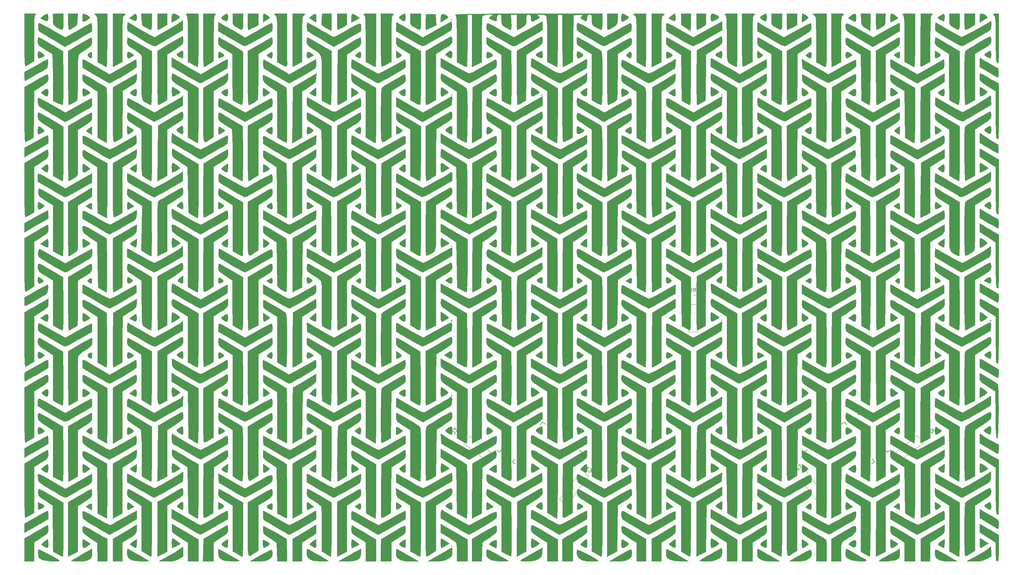
<source format=gbr>
G04 #@! TF.GenerationSoftware,KiCad,Pcbnew,(5.1.4)-1*
G04 #@! TF.CreationDate,2024-04-24T20:57:01-04:00*
G04 #@! TF.ProjectId,ThumbsUp,5468756d-6273-4557-902e-6b696361645f,rev?*
G04 #@! TF.SameCoordinates,Original*
G04 #@! TF.FileFunction,Legend,Top*
G04 #@! TF.FilePolarity,Positive*
%FSLAX46Y46*%
G04 Gerber Fmt 4.6, Leading zero omitted, Abs format (unit mm)*
G04 Created by KiCad (PCBNEW (5.1.4)-1) date 2024-04-24 20:57:01*
%MOMM*%
%LPD*%
G04 APERTURE LIST*
%ADD10C,0.010000*%
%ADD11C,0.150000*%
%ADD12C,0.120000*%
G04 APERTURE END LIST*
D10*
G36*
X84723158Y110214211D02*
G01*
X84589474Y110080527D01*
X84455790Y110214211D01*
X84589474Y110347895D01*
X84723158Y110214211D01*
X84723158Y110214211D01*
G37*
X84723158Y110214211D02*
X84589474Y110080527D01*
X84455790Y110214211D01*
X84589474Y110347895D01*
X84723158Y110214211D01*
G36*
X223143010Y111725840D02*
G01*
X223213611Y111174813D01*
X223220000Y110904913D01*
X223184119Y110160704D01*
X222999119Y109879783D01*
X222548965Y109993584D01*
X222083684Y110233455D01*
X221560354Y110552352D01*
X221375105Y110818930D01*
X221567414Y111103454D01*
X222176762Y111476188D01*
X223019474Y111898965D01*
X223143010Y111725840D01*
X223143010Y111725840D01*
G37*
X223143010Y111725840D02*
X223213611Y111174813D01*
X223220000Y110904913D01*
X223184119Y110160704D01*
X222999119Y109879783D01*
X222548965Y109993584D01*
X222083684Y110233455D01*
X221560354Y110552352D01*
X221375105Y110818930D01*
X221567414Y111103454D01*
X222176762Y111476188D01*
X223019474Y111898965D01*
X223143010Y111725840D01*
G36*
X173144434Y111714774D02*
G01*
X173216824Y111121932D01*
X173222105Y110882632D01*
X173142098Y110124571D01*
X172867598Y109843156D01*
X172346884Y110017159D01*
X171889258Y110335554D01*
X171467852Y110716371D01*
X171348484Y110946490D01*
X171354521Y110953003D01*
X171871870Y111329277D01*
X172461543Y111695491D01*
X172914800Y111925992D01*
X173014228Y111952105D01*
X173144434Y111714774D01*
X173144434Y111714774D01*
G37*
X173144434Y111714774D02*
X173216824Y111121932D01*
X173222105Y110882632D01*
X173142098Y110124571D01*
X172867598Y109843156D01*
X172346884Y110017159D01*
X171889258Y110335554D01*
X171467852Y110716371D01*
X171348484Y110946490D01*
X171354521Y110953003D01*
X171871870Y111329277D01*
X172461543Y111695491D01*
X172914800Y111925992D01*
X173014228Y111952105D01*
X173144434Y111714774D01*
G36*
X158538829Y111827397D02*
G01*
X159167115Y111529966D01*
X159672476Y111174856D01*
X159853684Y110901402D01*
X159636444Y110685233D01*
X159112963Y110373278D01*
X158475599Y110062989D01*
X157916711Y109851820D01*
X157705666Y109813158D01*
X157543913Y110050377D01*
X157453951Y110642972D01*
X157447369Y110882632D01*
X157491404Y111581060D01*
X157671484Y111890034D01*
X157991512Y111952105D01*
X158538829Y111827397D01*
X158538829Y111827397D01*
G37*
X158538829Y111827397D02*
X159167115Y111529966D01*
X159672476Y111174856D01*
X159853684Y110901402D01*
X159636444Y110685233D01*
X159112963Y110373278D01*
X158475599Y110062989D01*
X157916711Y109851820D01*
X157705666Y109813158D01*
X157543913Y110050377D01*
X157453951Y110642972D01*
X157447369Y110882632D01*
X157491404Y111581060D01*
X157671484Y111890034D01*
X157991512Y111952105D01*
X158538829Y111827397D01*
G36*
X147479801Y111714325D02*
G01*
X147549636Y111122048D01*
X147554737Y110882632D01*
X147520735Y110161808D01*
X147342259Y109882619D01*
X146904603Y109985138D01*
X146365366Y110261253D01*
X145577048Y110687938D01*
X146365366Y111318694D01*
X146926862Y111729427D01*
X147312152Y111942497D01*
X147354211Y111950777D01*
X147479801Y111714325D01*
X147479801Y111714325D01*
G37*
X147479801Y111714325D02*
X147549636Y111122048D01*
X147554737Y110882632D01*
X147520735Y110161808D01*
X147342259Y109882619D01*
X146904603Y109985138D01*
X146365366Y110261253D01*
X145577048Y110687938D01*
X146365366Y111318694D01*
X146926862Y111729427D01*
X147312152Y111942497D01*
X147354211Y111950777D01*
X147479801Y111714325D01*
G36*
X71544434Y111714774D02*
G01*
X71616824Y111121932D01*
X71622105Y110882632D01*
X71542098Y110124571D01*
X71267598Y109843156D01*
X70746884Y110017159D01*
X70289258Y110335554D01*
X69867852Y110716371D01*
X69748484Y110946490D01*
X69754521Y110953003D01*
X70271870Y111329277D01*
X70861543Y111695491D01*
X71314800Y111925992D01*
X71414228Y111952105D01*
X71544434Y111714774D01*
X71544434Y111714774D01*
G37*
X71544434Y111714774D02*
X71616824Y111121932D01*
X71622105Y110882632D01*
X71542098Y110124571D01*
X71267598Y109843156D01*
X70746884Y110017159D01*
X70289258Y110335554D01*
X69867852Y110716371D01*
X69748484Y110946490D01*
X69754521Y110953003D01*
X70271870Y111329277D01*
X70861543Y111695491D01*
X71314800Y111925992D01*
X71414228Y111952105D01*
X71544434Y111714774D01*
G36*
X21614161Y111441391D02*
G01*
X21624211Y110882632D01*
X21560843Y110154328D01*
X21306267Y109874188D01*
X20763770Y109988457D01*
X20354211Y110176756D01*
X19848309Y110550133D01*
X19854133Y110944456D01*
X20377056Y111400177D01*
X20529148Y111493406D01*
X21185204Y111849316D01*
X21507377Y111854008D01*
X21614161Y111441391D01*
X21614161Y111441391D01*
G37*
X21614161Y111441391D02*
X21624211Y110882632D01*
X21560843Y110154328D01*
X21306267Y109874188D01*
X20763770Y109988457D01*
X20354211Y110176756D01*
X19848309Y110550133D01*
X19854133Y110944456D01*
X20377056Y111400177D01*
X20529148Y111493406D01*
X21185204Y111849316D01*
X21507377Y111854008D01*
X21614161Y111441391D01*
G36*
X-4073303Y111478957D02*
G01*
X-4043158Y110882632D01*
X-4077201Y110161632D01*
X-4255816Y109882538D01*
X-4693730Y109985315D01*
X-5231569Y110260750D01*
X-6018927Y110686932D01*
X-5283501Y111319519D01*
X-4625656Y111814200D01*
X-4244339Y111875124D01*
X-4073303Y111478957D01*
X-4073303Y111478957D01*
G37*
X-4073303Y111478957D02*
X-4043158Y110882632D01*
X-4077201Y110161632D01*
X-4255816Y109882538D01*
X-4693730Y109985315D01*
X-5231569Y110260750D01*
X-6018927Y110686932D01*
X-5283501Y111319519D01*
X-4625656Y111814200D01*
X-4244339Y111875124D01*
X-4073303Y111478957D01*
G36*
X-28955375Y111517755D02*
G01*
X-28908421Y110882632D01*
X-28965796Y110172364D01*
X-29200244Y109880785D01*
X-29705251Y109968227D01*
X-30345167Y110273008D01*
X-31113493Y110676135D01*
X-30345167Y111304505D01*
X-29619629Y111814870D01*
X-29173986Y111891128D01*
X-28955375Y111517755D01*
X-28955375Y111517755D01*
G37*
X-28955375Y111517755D02*
X-28908421Y110882632D01*
X-28965796Y110172364D01*
X-29200244Y109880785D01*
X-29705251Y109968227D01*
X-30345167Y110273008D01*
X-31113493Y110676135D01*
X-30345167Y111304505D01*
X-29619629Y111814870D01*
X-29173986Y111891128D01*
X-28955375Y111517755D01*
G36*
X234206529Y111820824D02*
G01*
X234723440Y111510255D01*
X235129885Y111145307D01*
X235265405Y110850891D01*
X235227659Y110793739D01*
X234950790Y110615265D01*
X234384085Y110267516D01*
X234115263Y110105150D01*
X233112632Y109502177D01*
X233112632Y110727141D01*
X233140984Y111479771D01*
X233274143Y111839628D01*
X233584260Y111947680D01*
X233739614Y111952105D01*
X234206529Y111820824D01*
X234206529Y111820824D01*
G37*
X234206529Y111820824D02*
X234723440Y111510255D01*
X235129885Y111145307D01*
X235265405Y110850891D01*
X235227659Y110793739D01*
X234950790Y110615265D01*
X234384085Y110267516D01*
X234115263Y110105150D01*
X233112632Y109502177D01*
X233112632Y110727141D01*
X233140984Y111479771D01*
X233274143Y111839628D01*
X233584260Y111947680D01*
X233739614Y111952105D01*
X234206529Y111820824D01*
G36*
X208826369Y111811992D02*
G01*
X209473016Y111332160D01*
X210193746Y110712215D01*
X209205274Y110129002D01*
X208573663Y109771137D01*
X208161843Y109565320D01*
X208098401Y109545790D01*
X208027761Y109784981D01*
X207985411Y110390099D01*
X207980000Y110748948D01*
X208061249Y111585162D01*
X208330580Y111934513D01*
X208826369Y111811992D01*
X208826369Y111811992D01*
G37*
X208826369Y111811992D02*
X209473016Y111332160D01*
X210193746Y110712215D01*
X209205274Y110129002D01*
X208573663Y109771137D01*
X208161843Y109565320D01*
X208098401Y109545790D01*
X208027761Y109784981D01*
X207985411Y110390099D01*
X207980000Y110748948D01*
X208061249Y111585162D01*
X208330580Y111934513D01*
X208826369Y111811992D01*
G36*
X198309551Y111514352D02*
G01*
X198354737Y110898411D01*
X198308605Y110202500D01*
X198193878Y109776865D01*
X198154211Y109734144D01*
X197818529Y109788483D01*
X197231363Y110060411D01*
X197045624Y110166873D01*
X196137564Y110710173D01*
X196911940Y111329811D01*
X197642209Y111829600D01*
X198090613Y111896336D01*
X198309551Y111514352D01*
X198309551Y111514352D01*
G37*
X198309551Y111514352D02*
X198354737Y110898411D01*
X198308605Y110202500D01*
X198193878Y109776865D01*
X198154211Y109734144D01*
X197818529Y109788483D01*
X197231363Y110060411D01*
X197045624Y110166873D01*
X196137564Y110710173D01*
X196911940Y111329811D01*
X197642209Y111829600D01*
X198090613Y111896336D01*
X198309551Y111514352D01*
G36*
X183664805Y111817033D02*
G01*
X184195715Y111500035D01*
X184676361Y111133439D01*
X184916366Y110849576D01*
X184917466Y110809765D01*
X184661824Y110534377D01*
X184123190Y110134199D01*
X183979115Y110040563D01*
X183114737Y109493278D01*
X183114737Y110722692D01*
X183145759Y111449509D01*
X183224415Y111890720D01*
X183274010Y111952105D01*
X183664805Y111817033D01*
X183664805Y111817033D01*
G37*
X183664805Y111817033D02*
X184195715Y111500035D01*
X184676361Y111133439D01*
X184916366Y110849576D01*
X184917466Y110809765D01*
X184661824Y110534377D01*
X184123190Y110134199D01*
X183979115Y110040563D01*
X183114737Y109493278D01*
X183114737Y110722692D01*
X183145759Y111449509D01*
X183224415Y111890720D01*
X183274010Y111952105D01*
X183664805Y111817033D01*
G36*
X133030717Y111825977D02*
G01*
X133611477Y111527517D01*
X134148914Y111176608D01*
X134441973Y110893136D01*
X134453684Y110851395D01*
X134245824Y110596857D01*
X133750220Y110255905D01*
X133158835Y109935529D01*
X132663634Y109742718D01*
X132470776Y109746242D01*
X132342306Y110119924D01*
X132311847Y110735974D01*
X132366245Y111382476D01*
X132492346Y111847513D01*
X132607695Y111952105D01*
X133030717Y111825977D01*
X133030717Y111825977D01*
G37*
X133030717Y111825977D02*
X133611477Y111527517D01*
X134148914Y111176608D01*
X134441973Y110893136D01*
X134453684Y110851395D01*
X134245824Y110596857D01*
X133750220Y110255905D01*
X133158835Y109935529D01*
X132663634Y109742718D01*
X132470776Y109746242D01*
X132342306Y110119924D01*
X132311847Y110735974D01*
X132366245Y111382476D01*
X132492346Y111847513D01*
X132607695Y111952105D01*
X133030717Y111825977D01*
G36*
X82416329Y111781038D02*
G01*
X82763909Y111633004D01*
X83374844Y111252667D01*
X83500762Y110894230D01*
X83133132Y110487641D01*
X82581972Y110139385D01*
X81514737Y109529823D01*
X81514737Y110591501D01*
X81596535Y111441361D01*
X81878687Y111822550D01*
X82416329Y111781038D01*
X82416329Y111781038D01*
G37*
X82416329Y111781038D02*
X82763909Y111633004D01*
X83374844Y111252667D01*
X83500762Y110894230D01*
X83133132Y110487641D01*
X82581972Y110139385D01*
X81514737Y109529823D01*
X81514737Y110591501D01*
X81596535Y111441361D01*
X81878687Y111822550D01*
X82416329Y111781038D01*
G36*
X57154023Y111800238D02*
G01*
X57841779Y111316354D01*
X58633032Y110683259D01*
X57507569Y110109090D01*
X56382105Y109534922D01*
X56382105Y110743514D01*
X56448212Y111565137D01*
X56685855Y111909662D01*
X57154023Y111800238D01*
X57154023Y111800238D01*
G37*
X57154023Y111800238D02*
X57841779Y111316354D01*
X58633032Y110683259D01*
X57507569Y110109090D01*
X56382105Y109534922D01*
X56382105Y110743514D01*
X56448212Y111565137D01*
X56685855Y111909662D01*
X57154023Y111800238D01*
G36*
X46456816Y111444130D02*
G01*
X46489474Y110748948D01*
X46476234Y110036685D01*
X46442727Y109617168D01*
X46422632Y109567940D01*
X46175569Y109708280D01*
X45641687Y110030950D01*
X45448043Y110149948D01*
X44540297Y110709806D01*
X45262426Y111330956D01*
X45911595Y111817787D01*
X46287231Y111866180D01*
X46456816Y111444130D01*
X46456816Y111444130D01*
G37*
X46456816Y111444130D02*
X46489474Y110748948D01*
X46476234Y110036685D01*
X46442727Y109617168D01*
X46422632Y109567940D01*
X46175569Y109708280D01*
X45641687Y110030950D01*
X45448043Y110149948D01*
X44540297Y110709806D01*
X45262426Y111330956D01*
X45911595Y111817787D01*
X46287231Y111866180D01*
X46456816Y111444130D01*
G36*
X32037625Y111820731D02*
G01*
X32576051Y111513150D01*
X33089451Y111159177D01*
X33375878Y110888627D01*
X33388421Y110851395D01*
X33180015Y110613433D01*
X32659649Y110242647D01*
X32452632Y110115953D01*
X31516842Y109563824D01*
X31516842Y110757965D01*
X31548725Y111472605D01*
X31629323Y111899201D01*
X31676116Y111952105D01*
X32037625Y111820731D01*
X32037625Y111820731D01*
G37*
X32037625Y111820731D02*
X32576051Y111513150D01*
X33089451Y111159177D01*
X33375878Y110888627D01*
X33388421Y110851395D01*
X33180015Y110613433D01*
X32659649Y110242647D01*
X32452632Y110115953D01*
X31516842Y109563824D01*
X31516842Y110757965D01*
X31548725Y111472605D01*
X31629323Y111899201D01*
X31676116Y111952105D01*
X32037625Y111820731D01*
G36*
X7023303Y111790729D02*
G01*
X7609332Y111447860D01*
X7973953Y111102920D01*
X8012084Y110814724D01*
X7672234Y110498054D01*
X6902911Y110067694D01*
X6718421Y109973392D01*
X5849474Y109532058D01*
X5849474Y110742082D01*
X5882339Y111493808D01*
X6023476Y111850676D01*
X6336696Y111950711D01*
X6408881Y111952105D01*
X7023303Y111790729D01*
X7023303Y111790729D01*
G37*
X7023303Y111790729D02*
X7609332Y111447860D01*
X7973953Y111102920D01*
X8012084Y110814724D01*
X7672234Y110498054D01*
X6902911Y110067694D01*
X6718421Y109973392D01*
X5849474Y109532058D01*
X5849474Y110742082D01*
X5882339Y111493808D01*
X6023476Y111850676D01*
X6336696Y111950711D01*
X6408881Y111952105D01*
X7023303Y111790729D01*
G36*
X-18567177Y111825977D02*
G01*
X-17986418Y111527517D01*
X-17448980Y111176608D01*
X-17155922Y110893136D01*
X-17144210Y110851395D01*
X-17352071Y110596857D01*
X-17847675Y110255905D01*
X-18439060Y109935529D01*
X-18934260Y109742718D01*
X-19127119Y109746242D01*
X-19255589Y110119924D01*
X-19286048Y110735974D01*
X-19231650Y111382476D01*
X-19105549Y111847513D01*
X-18990200Y111952105D01*
X-18567177Y111825977D01*
X-18567177Y111825977D01*
G37*
X-18567177Y111825977D02*
X-17986418Y111527517D01*
X-17448980Y111176608D01*
X-17155922Y110893136D01*
X-17144210Y110851395D01*
X-17352071Y110596857D01*
X-17847675Y110255905D01*
X-18439060Y109935529D01*
X-18934260Y109742718D01*
X-19127119Y109746242D01*
X-19255589Y110119924D01*
X-19286048Y110735974D01*
X-19231650Y111382476D01*
X-19105549Y111847513D01*
X-18990200Y111952105D01*
X-18567177Y111825977D01*
G36*
X231775790Y108789402D02*
G01*
X230538956Y108098122D01*
X229799792Y107707945D01*
X229246073Y107457282D01*
X229068429Y107406842D01*
X228962827Y107653686D01*
X228882060Y108312397D01*
X228838750Y109260247D01*
X228834737Y109679474D01*
X228834737Y111952105D01*
X231775790Y111952105D01*
X231775790Y108789402D01*
X231775790Y108789402D01*
G37*
X231775790Y108789402D02*
X230538956Y108098122D01*
X229799792Y107707945D01*
X229246073Y107457282D01*
X229068429Y107406842D01*
X228962827Y107653686D01*
X228882060Y108312397D01*
X228838750Y109260247D01*
X228834737Y109679474D01*
X228834737Y111952105D01*
X231775790Y111952105D01*
X231775790Y108789402D01*
G36*
X227497895Y109679474D02*
G01*
X227483111Y108496028D01*
X227393720Y107788972D01*
X227162165Y107500006D01*
X226720887Y107570828D01*
X226002328Y107943138D01*
X225693158Y108122040D01*
X225061060Y108511709D01*
X224721710Y108858701D01*
X224584042Y109343004D01*
X224556992Y110144604D01*
X224556842Y110367927D01*
X224556842Y111952105D01*
X227497895Y111952105D01*
X227497895Y109679474D01*
X227497895Y109679474D01*
G37*
X227497895Y109679474D02*
X227483111Y108496028D01*
X227393720Y107788972D01*
X227162165Y107500006D01*
X226720887Y107570828D01*
X226002328Y107943138D01*
X225693158Y108122040D01*
X225061060Y108511709D01*
X224721710Y108858701D01*
X224584042Y109343004D01*
X224556992Y110144604D01*
X224556842Y110367927D01*
X224556842Y111952105D01*
X227497895Y111952105D01*
X227497895Y109679474D01*
G36*
X206589074Y110320488D02*
G01*
X206528648Y109412616D01*
X206396433Y108864141D01*
X206098315Y108500191D01*
X205540179Y108145891D01*
X205365981Y108047856D01*
X204679051Y107676020D01*
X204206260Y107444706D01*
X204095981Y107406842D01*
X204038810Y107653730D01*
X203995086Y108312549D01*
X203971643Y109260538D01*
X203969474Y109679474D01*
X203969474Y111952105D01*
X206668674Y111952105D01*
X206589074Y110320488D01*
X206589074Y110320488D01*
G37*
X206589074Y110320488D02*
X206528648Y109412616D01*
X206396433Y108864141D01*
X206098315Y108500191D01*
X205540179Y108145891D01*
X205365981Y108047856D01*
X204679051Y107676020D01*
X204206260Y107444706D01*
X204095981Y107406842D01*
X204038810Y107653730D01*
X203995086Y108312549D01*
X203971643Y109260538D01*
X203969474Y109679474D01*
X203969474Y111952105D01*
X206668674Y111952105D01*
X206589074Y110320488D01*
G36*
X181777895Y108752693D02*
G01*
X180449941Y108079767D01*
X179696700Y107710035D01*
X179153507Y107465616D01*
X178979415Y107406842D01*
X178914983Y107653725D01*
X178865707Y108312532D01*
X178839288Y109260505D01*
X178836842Y109679474D01*
X178836842Y111952105D01*
X181777895Y111952105D01*
X181777895Y108752693D01*
X181777895Y108752693D01*
G37*
X181777895Y108752693D02*
X180449941Y108079767D01*
X179696700Y107710035D01*
X179153507Y107465616D01*
X178979415Y107406842D01*
X178914983Y107653725D01*
X178865707Y108312532D01*
X178839288Y109260505D01*
X178836842Y109679474D01*
X178836842Y111952105D01*
X181777895Y111952105D01*
X181777895Y108752693D01*
G36*
X177500000Y109679474D02*
G01*
X177485216Y108496028D01*
X177395825Y107788972D01*
X177164270Y107500006D01*
X176722992Y107570828D01*
X176004433Y107943138D01*
X175695263Y108122040D01*
X175063165Y108511709D01*
X174723815Y108858701D01*
X174586148Y109343004D01*
X174559097Y110144604D01*
X174558947Y110367927D01*
X174558947Y111952105D01*
X177500000Y111952105D01*
X177500000Y109679474D01*
X177500000Y109679474D01*
G37*
X177500000Y109679474D02*
X177485216Y108496028D01*
X177395825Y107788972D01*
X177164270Y107500006D01*
X176722992Y107570828D01*
X176004433Y107943138D01*
X175695263Y108122040D01*
X175063165Y108511709D01*
X174723815Y108858701D01*
X174586148Y109343004D01*
X174559097Y110144604D01*
X174558947Y110367927D01*
X174558947Y111952105D01*
X177500000Y111952105D01*
X177500000Y109679474D01*
G36*
X156110526Y108794496D02*
G01*
X154926600Y108100669D01*
X154224874Y107705494D01*
X153725991Y107454217D01*
X153589758Y107406842D01*
X153520653Y107653721D01*
X153467802Y108312520D01*
X153439465Y109260482D01*
X153436842Y109679474D01*
X153436842Y111952105D01*
X156110526Y111952105D01*
X156110526Y108794496D01*
X156110526Y108794496D01*
G37*
X156110526Y108794496D02*
X154926600Y108100669D01*
X154224874Y107705494D01*
X153725991Y107454217D01*
X153589758Y107406842D01*
X153520653Y107653721D01*
X153467802Y108312520D01*
X153439465Y109260482D01*
X153436842Y109679474D01*
X153436842Y111952105D01*
X156110526Y111952105D01*
X156110526Y108794496D01*
G36*
X131245263Y110523018D02*
G01*
X131173091Y109493297D01*
X130936309Y108861699D01*
X130777369Y108683681D01*
X130285687Y108330381D01*
X129610326Y107928562D01*
X128948362Y107586398D01*
X128496874Y107412065D01*
X128451172Y107406842D01*
X128384757Y107653723D01*
X128333964Y108312527D01*
X128306731Y109260496D01*
X128304211Y109679474D01*
X128304211Y111952105D01*
X131245263Y111952105D01*
X131245263Y110523018D01*
X131245263Y110523018D01*
G37*
X131245263Y110523018D02*
X131173091Y109493297D01*
X130936309Y108861699D01*
X130777369Y108683681D01*
X130285687Y108330381D01*
X129610326Y107928562D01*
X128948362Y107586398D01*
X128496874Y107412065D01*
X128451172Y107406842D01*
X128384757Y107653723D01*
X128333964Y108312527D01*
X128306731Y109260496D01*
X128304211Y109679474D01*
X128304211Y111952105D01*
X131245263Y111952105D01*
X131245263Y110523018D01*
G36*
X80124064Y110292150D02*
G01*
X80203918Y108765880D01*
X78862953Y108086361D01*
X78103670Y107714370D01*
X77551601Y107467553D01*
X77368602Y107406842D01*
X77307053Y107653138D01*
X77276829Y108309100D01*
X77282200Y109250345D01*
X77292871Y109612632D01*
X77370526Y111818421D01*
X80044211Y111818421D01*
X80124064Y110292150D01*
X80124064Y110292150D01*
G37*
X80124064Y110292150D02*
X80203918Y108765880D01*
X78862953Y108086361D01*
X78103670Y107714370D01*
X77551601Y107467553D01*
X77368602Y107406842D01*
X77307053Y107653138D01*
X77276829Y108309100D01*
X77282200Y109250345D01*
X77292871Y109612632D01*
X77370526Y111818421D01*
X80044211Y111818421D01*
X80124064Y110292150D01*
G36*
X75900000Y109679474D02*
G01*
X75885216Y108496028D01*
X75795825Y107788972D01*
X75564270Y107500006D01*
X75122992Y107570828D01*
X74404433Y107943138D01*
X74095263Y108122040D01*
X73463165Y108511709D01*
X73123815Y108858701D01*
X72986148Y109343004D01*
X72959097Y110144604D01*
X72958947Y110367927D01*
X72958947Y111952105D01*
X75900000Y111952105D01*
X75900000Y109679474D01*
X75900000Y109679474D01*
G37*
X75900000Y109679474D02*
X75885216Y108496028D01*
X75795825Y107788972D01*
X75564270Y107500006D01*
X75122992Y107570828D01*
X74404433Y107943138D01*
X74095263Y108122040D01*
X73463165Y108511709D01*
X73123815Y108858701D01*
X72986148Y109343004D01*
X72959097Y110144604D01*
X72958947Y110367927D01*
X72958947Y111952105D01*
X75900000Y111952105D01*
X75900000Y109679474D01*
G36*
X55045263Y108794496D02*
G01*
X53861337Y108100669D01*
X53159611Y107705494D01*
X52660728Y107454217D01*
X52524495Y107406842D01*
X52455390Y107653721D01*
X52402539Y108312520D01*
X52374202Y109260482D01*
X52371579Y109679474D01*
X52371579Y111952105D01*
X55045263Y111952105D01*
X55045263Y108794496D01*
X55045263Y108794496D01*
G37*
X55045263Y108794496D02*
X53861337Y108100669D01*
X53159611Y107705494D01*
X52660728Y107454217D01*
X52524495Y107406842D01*
X52455390Y107653721D01*
X52402539Y108312520D01*
X52374202Y109260482D01*
X52371579Y109679474D01*
X52371579Y111952105D01*
X55045263Y111952105D01*
X55045263Y108794496D01*
G36*
X30180000Y108752693D02*
G01*
X28852046Y108079767D01*
X28098806Y107710035D01*
X27555612Y107465616D01*
X27381520Y107406842D01*
X27317089Y107653725D01*
X27267812Y108312532D01*
X27241393Y109260505D01*
X27238947Y109679474D01*
X27238947Y111952105D01*
X30180000Y111952105D01*
X30180000Y108752693D01*
X30180000Y108752693D01*
G37*
X30180000Y108752693D02*
X28852046Y108079767D01*
X28098806Y107710035D01*
X27555612Y107465616D01*
X27381520Y107406842D01*
X27317089Y107653725D01*
X27267812Y108312532D01*
X27241393Y109260505D01*
X27238947Y109679474D01*
X27238947Y111952105D01*
X30180000Y111952105D01*
X30180000Y108752693D01*
G36*
X25902105Y109679474D02*
G01*
X25887321Y108496028D01*
X25797931Y107788972D01*
X25566375Y107500006D01*
X25125097Y107570828D01*
X24406538Y107943138D01*
X24097369Y108122040D01*
X23465270Y108511709D01*
X23125920Y108858701D01*
X22988253Y109343004D01*
X22961203Y110144604D01*
X22961053Y110367927D01*
X22961053Y111952105D01*
X25902105Y111952105D01*
X25902105Y109679474D01*
X25902105Y109679474D01*
G37*
X25902105Y109679474D02*
X25887321Y108496028D01*
X25797931Y107788972D01*
X25566375Y107500006D01*
X25125097Y107570828D01*
X24406538Y107943138D01*
X24097369Y108122040D01*
X23465270Y108511709D01*
X23125920Y108858701D01*
X22988253Y109343004D01*
X22961203Y110144604D01*
X22961053Y110367927D01*
X22961053Y111952105D01*
X25902105Y111952105D01*
X25902105Y109679474D01*
G36*
X4512632Y108789402D02*
G01*
X3275798Y108098122D01*
X2565963Y107711038D01*
X2072794Y107460175D01*
X1938956Y107406842D01*
X1893759Y107653737D01*
X1859194Y108312573D01*
X1840662Y109260583D01*
X1838947Y109679474D01*
X1838947Y111952105D01*
X4512632Y111952105D01*
X4512632Y108789402D01*
X4512632Y108789402D01*
G37*
X4512632Y108789402D02*
X3275798Y108098122D01*
X2565963Y107711038D01*
X2072794Y107460175D01*
X1938956Y107406842D01*
X1893759Y107653737D01*
X1859194Y108312573D01*
X1840662Y109260583D01*
X1838947Y109679474D01*
X1838947Y111952105D01*
X4512632Y111952105D01*
X4512632Y108789402D01*
G36*
X234737Y109679474D02*
G01*
X212979Y108654286D01*
X154914Y107872438D01*
X71352Y107455823D01*
X34211Y107418659D01*
X-306275Y107539867D01*
X-930260Y107831644D01*
X-1235789Y107986953D01*
X-1900300Y108340211D01*
X-2332802Y108584170D01*
X-2405717Y108632608D01*
X-2475243Y108925362D01*
X-2554363Y109595868D01*
X-2614267Y110336945D01*
X-2722363Y111952105D01*
X234737Y111952105D01*
X234737Y109679474D01*
X234737Y109679474D01*
G37*
X234737Y109679474D02*
X212979Y108654286D01*
X154914Y107872438D01*
X71352Y107455823D01*
X34211Y107418659D01*
X-306275Y107539867D01*
X-930260Y107831644D01*
X-1235789Y107986953D01*
X-1900300Y108340211D01*
X-2332802Y108584170D01*
X-2405717Y108632608D01*
X-2475243Y108925362D01*
X-2554363Y109595868D01*
X-2614267Y110336945D01*
X-2722363Y111952105D01*
X234737Y111952105D01*
X234737Y109679474D01*
G36*
X-20674084Y110288318D02*
G01*
X-20734363Y109368032D01*
X-20861789Y108811892D01*
X-21142609Y108449650D01*
X-21663071Y108111056D01*
X-21823158Y108020084D01*
X-22504689Y107656794D01*
X-22988305Y107438794D01*
X-23093158Y107411241D01*
X-23183758Y107656012D01*
X-23253057Y108312991D01*
X-23290231Y109259753D01*
X-23293684Y109679474D01*
X-23293684Y111952105D01*
X-20594484Y111952105D01*
X-20674084Y110288318D01*
X-20674084Y110288318D01*
G37*
X-20674084Y110288318D02*
X-20734363Y109368032D01*
X-20861789Y108811892D01*
X-21142609Y108449650D01*
X-21663071Y108111056D01*
X-21823158Y108020084D01*
X-22504689Y107656794D01*
X-22988305Y107438794D01*
X-23093158Y107411241D01*
X-23183758Y107656012D01*
X-23253057Y108312991D01*
X-23290231Y109259753D01*
X-23293684Y109679474D01*
X-23293684Y111952105D01*
X-20594484Y111952105D01*
X-20674084Y110288318D01*
G36*
X-24630526Y109679474D02*
G01*
X-24647772Y108484386D01*
X-24742516Y107767168D01*
X-24979270Y107471107D01*
X-25422542Y107539494D01*
X-26136845Y107915619D01*
X-26435263Y108092947D01*
X-27066783Y108493381D01*
X-27406163Y108847176D01*
X-27544133Y109335587D01*
X-27571419Y110139867D01*
X-27571579Y110363049D01*
X-27571579Y111952105D01*
X-24630526Y111952105D01*
X-24630526Y109679474D01*
X-24630526Y109679474D01*
G37*
X-24630526Y109679474D02*
X-24647772Y108484386D01*
X-24742516Y107767168D01*
X-24979270Y107471107D01*
X-25422542Y107539494D01*
X-26136845Y107915619D01*
X-26435263Y108092947D01*
X-27066783Y108493381D01*
X-27406163Y108847176D01*
X-27544133Y109335587D01*
X-27571419Y110139867D01*
X-27571579Y110363049D01*
X-27571579Y111952105D01*
X-24630526Y111952105D01*
X-24630526Y109679474D01*
G36*
X202365263Y109545790D02*
G01*
X202358402Y108489124D01*
X202340020Y107673647D01*
X202313423Y107217288D01*
X202298421Y107160490D01*
X202052507Y107298840D01*
X201493320Y107631293D01*
X201028421Y107912099D01*
X200368737Y108334094D01*
X200001835Y108701596D01*
X199831337Y109193819D01*
X199760866Y109989980D01*
X199745663Y110297398D01*
X199666063Y111952105D01*
X202365263Y111952105D01*
X202365263Y109545790D01*
X202365263Y109545790D01*
G37*
X202365263Y109545790D02*
X202358402Y108489124D01*
X202340020Y107673647D01*
X202313423Y107217288D01*
X202298421Y107160490D01*
X202052507Y107298840D01*
X201493320Y107631293D01*
X201028421Y107912099D01*
X200368737Y108334094D01*
X200001835Y108701596D01*
X199831337Y109193819D01*
X199760866Y109989980D01*
X199745663Y110297398D01*
X199666063Y111952105D01*
X202365263Y111952105D01*
X202365263Y109545790D01*
G36*
X151832632Y109545790D02*
G01*
X151825769Y108488770D01*
X151807383Y107672590D01*
X151780781Y107215337D01*
X151765790Y107158078D01*
X151522955Y107299234D01*
X150965628Y107644334D01*
X150428947Y107982791D01*
X149158947Y108788899D01*
X149158947Y111952105D01*
X151832632Y111952105D01*
X151832632Y109545790D01*
X151832632Y109545790D01*
G37*
X151832632Y109545790D02*
X151825769Y108488770D01*
X151807383Y107672590D01*
X151780781Y107215337D01*
X151765790Y107158078D01*
X151522955Y107299234D01*
X150965628Y107644334D01*
X150428947Y107982791D01*
X149158947Y108788899D01*
X149158947Y111952105D01*
X151832632Y111952105D01*
X151832632Y109545790D01*
G36*
X50767369Y109545790D02*
G01*
X50760513Y108490710D01*
X50742148Y107678382D01*
X50715572Y107226026D01*
X50700526Y107171309D01*
X50449857Y107307577D01*
X49875841Y107624408D01*
X49366920Y107906572D01*
X48640289Y108346640D01*
X48134599Y108721360D01*
X47996304Y108879903D01*
X47961302Y109283140D01*
X47985120Y110020361D01*
X48027086Y110550956D01*
X48161718Y111952105D01*
X50767369Y111952105D01*
X50767369Y109545790D01*
X50767369Y109545790D01*
G37*
X50767369Y109545790D02*
X50760513Y108490710D01*
X50742148Y107678382D01*
X50715572Y107226026D01*
X50700526Y107171309D01*
X50449857Y107307577D01*
X49875841Y107624408D01*
X49366920Y107906572D01*
X48640289Y108346640D01*
X48134599Y108721360D01*
X47996304Y108879903D01*
X47961302Y109283140D01*
X47985120Y110020361D01*
X48027086Y110550956D01*
X48161718Y111952105D01*
X50767369Y111952105D01*
X50767369Y109545790D01*
G36*
X236321053Y108654765D02*
G01*
X236299327Y107998387D01*
X236165517Y107555803D01*
X235816674Y107183846D01*
X235149848Y106739350D01*
X234783684Y106516820D01*
X232925163Y105409607D01*
X231292493Y104467905D01*
X229935160Y103718609D01*
X228902648Y103188611D01*
X228244442Y102904804D01*
X228061107Y102863382D01*
X227686595Y102995927D01*
X226951351Y103358794D01*
X225949949Y103901881D01*
X224776967Y104575087D01*
X224333242Y104838246D01*
X223133377Y105563022D01*
X222090735Y106206009D01*
X221295551Y106710566D01*
X220838056Y107020054D01*
X220773462Y107072749D01*
X220626627Y107486936D01*
X220584484Y108194283D01*
X220596010Y108416718D01*
X220680000Y109499245D01*
X224155790Y107494073D01*
X225392141Y106783536D01*
X226472674Y106167642D01*
X227308816Y105696485D01*
X227811996Y105420160D01*
X227907672Y105372095D01*
X228245098Y105455055D01*
X228981155Y105783457D01*
X230056736Y106326296D01*
X231412738Y107052567D01*
X232990056Y107931264D01*
X234729586Y108931383D01*
X235051053Y109119378D01*
X236321053Y109863970D01*
X236321053Y108654765D01*
X236321053Y108654765D01*
G37*
X236321053Y108654765D02*
X236299327Y107998387D01*
X236165517Y107555803D01*
X235816674Y107183846D01*
X235149848Y106739350D01*
X234783684Y106516820D01*
X232925163Y105409607D01*
X231292493Y104467905D01*
X229935160Y103718609D01*
X228902648Y103188611D01*
X228244442Y102904804D01*
X228061107Y102863382D01*
X227686595Y102995927D01*
X226951351Y103358794D01*
X225949949Y103901881D01*
X224776967Y104575087D01*
X224333242Y104838246D01*
X223133377Y105563022D01*
X222090735Y106206009D01*
X221295551Y106710566D01*
X220838056Y107020054D01*
X220773462Y107072749D01*
X220626627Y107486936D01*
X220584484Y108194283D01*
X220596010Y108416718D01*
X220680000Y109499245D01*
X224155790Y107494073D01*
X225392141Y106783536D01*
X226472674Y106167642D01*
X227308816Y105696485D01*
X227811996Y105420160D01*
X227907672Y105372095D01*
X228245098Y105455055D01*
X228981155Y105783457D01*
X230056736Y106326296D01*
X231412738Y107052567D01*
X232990056Y107931264D01*
X234729586Y108931383D01*
X235051053Y109119378D01*
X236321053Y109863970D01*
X236321053Y108654765D01*
G36*
X160644064Y108520585D02*
G01*
X160632339Y107273158D01*
X156797898Y105067369D01*
X155481489Y104327979D01*
X154297742Y103696475D01*
X153335662Y103217755D01*
X152684254Y102936724D01*
X152464886Y102881423D01*
X152068437Y103020446D01*
X151310053Y103389973D01*
X150283481Y103940694D01*
X149082468Y104623296D01*
X148490526Y104971997D01*
X145014737Y107042728D01*
X144932522Y108160574D01*
X144943969Y108945215D01*
X145118687Y109271814D01*
X145161412Y109278421D01*
X145491849Y109152021D01*
X146196327Y108803679D01*
X147186290Y108279686D01*
X148373185Y107626332D01*
X149021762Y107260519D01*
X152571006Y105242617D01*
X160655790Y109768011D01*
X160644064Y108520585D01*
X160644064Y108520585D01*
G37*
X160644064Y108520585D02*
X160632339Y107273158D01*
X156797898Y105067369D01*
X155481489Y104327979D01*
X154297742Y103696475D01*
X153335662Y103217755D01*
X152684254Y102936724D01*
X152464886Y102881423D01*
X152068437Y103020446D01*
X151310053Y103389973D01*
X150283481Y103940694D01*
X149082468Y104623296D01*
X148490526Y104971997D01*
X145014737Y107042728D01*
X144932522Y108160574D01*
X144943969Y108945215D01*
X145118687Y109271814D01*
X145161412Y109278421D01*
X145491849Y109152021D01*
X146196327Y108803679D01*
X147186290Y108279686D01*
X148373185Y107626332D01*
X149021762Y107260519D01*
X152571006Y105242617D01*
X160655790Y109768011D01*
X160644064Y108520585D01*
G36*
X120237042Y109282051D02*
G01*
X120902873Y108967237D01*
X121863665Y108465869D01*
X123036649Y107820568D01*
X123832439Y107367883D01*
X127515404Y105247258D01*
X128912439Y106015216D01*
X129806070Y106511010D01*
X130956263Y107155408D01*
X132155215Y107831855D01*
X132505989Y108030798D01*
X133485347Y108572967D01*
X134296994Y108996124D01*
X134824938Y109241079D01*
X134950930Y109278421D01*
X135094802Y109040854D01*
X135162184Y108443685D01*
X135160730Y108149405D01*
X135122105Y107020388D01*
X131512632Y104945396D01*
X130242666Y104229370D01*
X129115060Y103619867D01*
X128219686Y103163454D01*
X127646417Y102906696D01*
X127502105Y102867454D01*
X127094294Y102995300D01*
X126370249Y103337180D01*
X125468683Y103826113D01*
X125229474Y103964846D01*
X123502658Y104978589D01*
X122180391Y105758266D01*
X121209054Y106345540D01*
X120535030Y106782074D01*
X120104701Y107109533D01*
X119864448Y107369579D01*
X119760653Y107603875D01*
X119739699Y107854086D01*
X119747966Y108161875D01*
X119748421Y108223844D01*
X119795976Y108912115D01*
X119913790Y109330650D01*
X119948947Y109367685D01*
X120237042Y109282051D01*
X120237042Y109282051D01*
G37*
X120237042Y109282051D02*
X120902873Y108967237D01*
X121863665Y108465869D01*
X123036649Y107820568D01*
X123832439Y107367883D01*
X127515404Y105247258D01*
X128912439Y106015216D01*
X129806070Y106511010D01*
X130956263Y107155408D01*
X132155215Y107831855D01*
X132505989Y108030798D01*
X133485347Y108572967D01*
X134296994Y108996124D01*
X134824938Y109241079D01*
X134950930Y109278421D01*
X135094802Y109040854D01*
X135162184Y108443685D01*
X135160730Y108149405D01*
X135122105Y107020388D01*
X131512632Y104945396D01*
X130242666Y104229370D01*
X129115060Y103619867D01*
X128219686Y103163454D01*
X127646417Y102906696D01*
X127502105Y102867454D01*
X127094294Y102995300D01*
X126370249Y103337180D01*
X125468683Y103826113D01*
X125229474Y103964846D01*
X123502658Y104978589D01*
X122180391Y105758266D01*
X121209054Y106345540D01*
X120535030Y106782074D01*
X120104701Y107109533D01*
X119864448Y107369579D01*
X119760653Y107603875D01*
X119739699Y107854086D01*
X119747966Y108161875D01*
X119748421Y108223844D01*
X119795976Y108912115D01*
X119913790Y109330650D01*
X119948947Y109367685D01*
X120237042Y109282051D01*
G36*
X84674926Y108664364D02*
G01*
X84673844Y107875040D01*
X84471037Y107398650D01*
X84170304Y107140061D01*
X83433023Y106667412D01*
X82439262Y106070324D01*
X81286148Y105402553D01*
X80070809Y104717853D01*
X78890371Y104069978D01*
X77841962Y103512684D01*
X77022710Y103099725D01*
X76529741Y102884857D01*
X76448259Y102866326D01*
X76082243Y102997827D01*
X75348764Y103357028D01*
X74338703Y103896196D01*
X73142942Y104567598D01*
X72503036Y104938432D01*
X68972388Y107005790D01*
X68960404Y108291569D01*
X68990266Y109010895D01*
X69079731Y109423681D01*
X69148947Y109466091D01*
X69439374Y109299387D01*
X70106841Y108913717D01*
X71065899Y108358528D01*
X72231098Y107683270D01*
X72872405Y107311364D01*
X74099894Y106603514D01*
X75156624Y106002007D01*
X75959996Y105553240D01*
X76427415Y105303606D01*
X76510387Y105267895D01*
X76769143Y105393324D01*
X77414270Y105740941D01*
X78367794Y106267744D01*
X79551742Y106930730D01*
X80607456Y107527462D01*
X84589474Y109787028D01*
X84674926Y108664364D01*
X84674926Y108664364D01*
G37*
X84674926Y108664364D02*
X84673844Y107875040D01*
X84471037Y107398650D01*
X84170304Y107140061D01*
X83433023Y106667412D01*
X82439262Y106070324D01*
X81286148Y105402553D01*
X80070809Y104717853D01*
X78890371Y104069978D01*
X77841962Y103512684D01*
X77022710Y103099725D01*
X76529741Y102884857D01*
X76448259Y102866326D01*
X76082243Y102997827D01*
X75348764Y103357028D01*
X74338703Y103896196D01*
X73142942Y104567598D01*
X72503036Y104938432D01*
X68972388Y107005790D01*
X68960404Y108291569D01*
X68990266Y109010895D01*
X69079731Y109423681D01*
X69148947Y109466091D01*
X69439374Y109299387D01*
X70106841Y108913717D01*
X71065899Y108358528D01*
X72231098Y107683270D01*
X72872405Y107311364D01*
X74099894Y106603514D01*
X75156624Y106002007D01*
X75959996Y105553240D01*
X76427415Y105303606D01*
X76510387Y105267895D01*
X76769143Y105393324D01*
X77414270Y105740941D01*
X78367794Y106267744D01*
X79551742Y106930730D01*
X80607456Y107527462D01*
X84589474Y109787028D01*
X84674926Y108664364D01*
G36*
X19819474Y109059265D02*
G01*
X20633873Y108576934D01*
X21557844Y108049213D01*
X21757895Y107937848D01*
X22531902Y107502748D01*
X23552278Y106919758D01*
X24604212Y106311645D01*
X24650400Y106284753D01*
X26473432Y105222938D01*
X30101483Y107250680D01*
X31364972Y107948419D01*
X32469434Y108542446D01*
X33328772Y108987694D01*
X33856890Y109239099D01*
X33975403Y109278421D01*
X34108306Y109041690D01*
X34152010Y108446296D01*
X34139057Y108148010D01*
X34056842Y107017599D01*
X30447369Y104944001D01*
X29177340Y104228577D01*
X28049690Y103619892D01*
X27154306Y103164431D01*
X26581074Y102908680D01*
X26436842Y102869977D01*
X26075771Y102999535D01*
X25346691Y103356842D01*
X24340034Y103894373D01*
X23146232Y104564605D01*
X22502223Y104937669D01*
X18968655Y107005790D01*
X18959591Y108297596D01*
X18950526Y109589403D01*
X19819474Y109059265D01*
X19819474Y109059265D01*
G37*
X19819474Y109059265D02*
X20633873Y108576934D01*
X21557844Y108049213D01*
X21757895Y107937848D01*
X22531902Y107502748D01*
X23552278Y106919758D01*
X24604212Y106311645D01*
X24650400Y106284753D01*
X26473432Y105222938D01*
X30101483Y107250680D01*
X31364972Y107948419D01*
X32469434Y108542446D01*
X33328772Y108987694D01*
X33856890Y109239099D01*
X33975403Y109278421D01*
X34108306Y109041690D01*
X34152010Y108446296D01*
X34139057Y108148010D01*
X34056842Y107017599D01*
X30447369Y104944001D01*
X29177340Y104228577D01*
X28049690Y103619892D01*
X27154306Y103164431D01*
X26581074Y102908680D01*
X26436842Y102869977D01*
X26075771Y102999535D01*
X25346691Y103356842D01*
X24340034Y103894373D01*
X23146232Y104564605D01*
X22502223Y104937669D01*
X18968655Y107005790D01*
X18959591Y108297596D01*
X18950526Y109589403D01*
X19819474Y109059265D01*
G36*
X210594874Y109040101D02*
G01*
X210646833Y108440811D01*
X210651570Y108142105D01*
X210649455Y107005790D01*
X207643675Y105278781D01*
X206430396Y104581681D01*
X205314802Y103940717D01*
X204416578Y103424653D01*
X203855407Y103102251D01*
X203835790Y103090981D01*
X203033684Y102630190D01*
X199290526Y104836260D01*
X197891787Y105666908D01*
X196889213Y106286398D01*
X196214957Y106749348D01*
X195801170Y107110374D01*
X195580006Y107424092D01*
X195483617Y107745121D01*
X195461688Y107918460D01*
X195419474Y108546009D01*
X195476638Y108953159D01*
X195693266Y109131530D01*
X196129444Y109072745D01*
X196845257Y108768426D01*
X197900792Y108210194D01*
X199356133Y107389670D01*
X199389240Y107370807D01*
X203130701Y105238798D01*
X206742162Y107258610D01*
X207994033Y107953605D01*
X209077392Y108545299D01*
X209908647Y108988807D01*
X210404206Y109239240D01*
X210503653Y109278421D01*
X210594874Y109040101D01*
X210594874Y109040101D01*
G37*
X210594874Y109040101D02*
X210646833Y108440811D01*
X210651570Y108142105D01*
X210649455Y107005790D01*
X207643675Y105278781D01*
X206430396Y104581681D01*
X205314802Y103940717D01*
X204416578Y103424653D01*
X203855407Y103102251D01*
X203835790Y103090981D01*
X203033684Y102630190D01*
X199290526Y104836260D01*
X197891787Y105666908D01*
X196889213Y106286398D01*
X196214957Y106749348D01*
X195801170Y107110374D01*
X195580006Y107424092D01*
X195483617Y107745121D01*
X195461688Y107918460D01*
X195419474Y108546009D01*
X195476638Y108953159D01*
X195693266Y109131530D01*
X196129444Y109072745D01*
X196845257Y108768426D01*
X197900792Y108210194D01*
X199356133Y107389670D01*
X199389240Y107370807D01*
X203130701Y105238798D01*
X206742162Y107258610D01*
X207994033Y107953605D01*
X209077392Y108545299D01*
X209908647Y108988807D01*
X210404206Y109239240D01*
X210503653Y109278421D01*
X210594874Y109040101D01*
G36*
X171039244Y109293472D02*
G01*
X171707210Y108906733D01*
X172667771Y108350533D01*
X173835853Y107674132D01*
X174504725Y107286794D01*
X178059976Y105227956D01*
X181589988Y107186347D01*
X182848215Y107877714D01*
X183956677Y108474286D01*
X184824195Y108927944D01*
X185359590Y109190569D01*
X185470697Y109234359D01*
X185691675Y109138579D01*
X185758650Y108643166D01*
X185738065Y108185067D01*
X185676291Y107624166D01*
X185525987Y107213697D01*
X185192339Y106848205D01*
X184580532Y106422232D01*
X183649474Y105862038D01*
X182495713Y105188070D01*
X181296932Y104499544D01*
X180288320Y103931384D01*
X180173684Y103868029D01*
X179353333Y103406000D01*
X178707339Y103023663D01*
X178416860Y102833199D01*
X178081330Y102879235D01*
X177348950Y103187323D01*
X176273366Y103731427D01*
X174908227Y104485511D01*
X174349936Y104807026D01*
X170569312Y107005790D01*
X170558866Y108291569D01*
X170589589Y109009837D01*
X170679552Y109420534D01*
X170748947Y109461490D01*
X171039244Y109293472D01*
X171039244Y109293472D01*
G37*
X171039244Y109293472D02*
X171707210Y108906733D01*
X172667771Y108350533D01*
X173835853Y107674132D01*
X174504725Y107286794D01*
X178059976Y105227956D01*
X181589988Y107186347D01*
X182848215Y107877714D01*
X183956677Y108474286D01*
X184824195Y108927944D01*
X185359590Y109190569D01*
X185470697Y109234359D01*
X185691675Y109138579D01*
X185758650Y108643166D01*
X185738065Y108185067D01*
X185676291Y107624166D01*
X185525987Y107213697D01*
X185192339Y106848205D01*
X184580532Y106422232D01*
X183649474Y105862038D01*
X182495713Y105188070D01*
X181296932Y104499544D01*
X180288320Y103931384D01*
X180173684Y103868029D01*
X179353333Y103406000D01*
X178707339Y103023663D01*
X178416860Y102833199D01*
X178081330Y102879235D01*
X177348950Y103187323D01*
X176273366Y103731427D01*
X174908227Y104485511D01*
X174349936Y104807026D01*
X170569312Y107005790D01*
X170558866Y108291569D01*
X170589589Y109009837D01*
X170679552Y109420534D01*
X170748947Y109461490D01*
X171039244Y109293472D01*
G36*
X110121468Y108528640D02*
G01*
X110124142Y108020025D01*
X110086305Y107645338D01*
X109936750Y107336564D01*
X109604271Y107025687D01*
X109017662Y106644690D01*
X108105716Y106125556D01*
X106914737Y105465572D01*
X105943784Y104915169D01*
X105004748Y104364928D01*
X104508421Y104062796D01*
X103416255Y103392202D01*
X102655836Y102987663D01*
X102110800Y102823451D01*
X101664779Y102873837D01*
X101201408Y103113094D01*
X100954114Y103276958D01*
X100338113Y103676275D01*
X99926138Y103907760D01*
X99856094Y103931053D01*
X99587419Y104061329D01*
X98957535Y104415693D01*
X98061550Y104939448D01*
X97034541Y105553744D01*
X95892102Y106249390D01*
X95130541Y106746085D01*
X94672624Y107120703D01*
X94441119Y107450120D01*
X94358795Y107811209D01*
X94348421Y108227428D01*
X94416870Y108910483D01*
X94591894Y109261286D01*
X94648567Y109278421D01*
X94975092Y109152753D01*
X95677187Y108806291D01*
X96666888Y108284852D01*
X97856229Y107634248D01*
X98532317Y107255621D01*
X102115922Y105232821D01*
X102977961Y105752381D01*
X103696836Y106172740D01*
X104639778Y106707781D01*
X105310526Y107080543D01*
X106360235Y107662233D01*
X107572394Y108340388D01*
X108452105Y108836633D01*
X110123158Y109784122D01*
X110121468Y108528640D01*
X110121468Y108528640D01*
G37*
X110121468Y108528640D02*
X110124142Y108020025D01*
X110086305Y107645338D01*
X109936750Y107336564D01*
X109604271Y107025687D01*
X109017662Y106644690D01*
X108105716Y106125556D01*
X106914737Y105465572D01*
X105943784Y104915169D01*
X105004748Y104364928D01*
X104508421Y104062796D01*
X103416255Y103392202D01*
X102655836Y102987663D01*
X102110800Y102823451D01*
X101664779Y102873837D01*
X101201408Y103113094D01*
X100954114Y103276958D01*
X100338113Y103676275D01*
X99926138Y103907760D01*
X99856094Y103931053D01*
X99587419Y104061329D01*
X98957535Y104415693D01*
X98061550Y104939448D01*
X97034541Y105553744D01*
X95892102Y106249390D01*
X95130541Y106746085D01*
X94672624Y107120703D01*
X94441119Y107450120D01*
X94358795Y107811209D01*
X94348421Y108227428D01*
X94416870Y108910483D01*
X94591894Y109261286D01*
X94648567Y109278421D01*
X94975092Y109152753D01*
X95677187Y108806291D01*
X96666888Y108284852D01*
X97856229Y107634248D01*
X98532317Y107255621D01*
X102115922Y105232821D01*
X102977961Y105752381D01*
X103696836Y106172740D01*
X104639778Y106707781D01*
X105310526Y107080543D01*
X106360235Y107662233D01*
X107572394Y108340388D01*
X108452105Y108836633D01*
X110123158Y109784122D01*
X110121468Y108528640D01*
G36*
X46088421Y108315288D02*
G01*
X47194892Y107682847D01*
X48266970Y107072305D01*
X49119834Y106588849D01*
X49317912Y106477239D01*
X50102331Y106029359D01*
X50768129Y105637551D01*
X50933852Y105536218D01*
X51196186Y105435376D01*
X51547280Y105460144D01*
X52067475Y105642942D01*
X52837114Y106016195D01*
X53936538Y106612323D01*
X54794476Y107094180D01*
X56303940Y107948201D01*
X57407953Y108560602D01*
X58169675Y108947343D01*
X58652263Y109124388D01*
X58918877Y109107699D01*
X59032676Y108913238D01*
X59056817Y108556967D01*
X59054025Y108170711D01*
X59052261Y107005790D01*
X56720500Y105668948D01*
X55516417Y104978743D01*
X54291273Y104276661D01*
X53245872Y103677767D01*
X52912264Y103486720D01*
X51435790Y102641334D01*
X47847455Y104748949D01*
X46595211Y105490533D01*
X45501691Y106149571D01*
X44652569Y106673538D01*
X44133519Y107009905D01*
X44020307Y107095377D01*
X43888886Y107492918D01*
X43852973Y108192770D01*
X43865484Y108437311D01*
X43949474Y109540431D01*
X46088421Y108315288D01*
X46088421Y108315288D01*
G37*
X46088421Y108315288D02*
X47194892Y107682847D01*
X48266970Y107072305D01*
X49119834Y106588849D01*
X49317912Y106477239D01*
X50102331Y106029359D01*
X50768129Y105637551D01*
X50933852Y105536218D01*
X51196186Y105435376D01*
X51547280Y105460144D01*
X52067475Y105642942D01*
X52837114Y106016195D01*
X53936538Y106612323D01*
X54794476Y107094180D01*
X56303940Y107948201D01*
X57407953Y108560602D01*
X58169675Y108947343D01*
X58652263Y109124388D01*
X58918877Y109107699D01*
X59032676Y108913238D01*
X59056817Y108556967D01*
X59054025Y108170711D01*
X59052261Y107005790D01*
X56720500Y105668948D01*
X55516417Y104978743D01*
X54291273Y104276661D01*
X53245872Y103677767D01*
X52912264Y103486720D01*
X51435790Y102641334D01*
X47847455Y104748949D01*
X46595211Y105490533D01*
X45501691Y106149571D01*
X44652569Y106673538D01*
X44133519Y107009905D01*
X44020307Y107095377D01*
X43888886Y107492918D01*
X43852973Y108192770D01*
X43865484Y108437311D01*
X43949474Y109540431D01*
X46088421Y108315288D01*
G36*
X8946550Y110047845D02*
G01*
X8973841Y109600162D01*
X8967828Y108891195D01*
X8924211Y107300811D01*
X5582105Y105338879D01*
X4328316Y104604887D01*
X3187533Y103940770D01*
X2264378Y103407168D01*
X1663471Y103064722D01*
X1555369Y103004895D01*
X1271199Y102878375D01*
X968337Y102848639D01*
X566395Y102948689D01*
X-15017Y103211528D01*
X-856288Y103670157D01*
X-2037807Y104357580D01*
X-2714495Y104757812D01*
X-3963407Y105503697D01*
X-5052830Y106164996D01*
X-5897768Y106689280D01*
X-6413223Y107024121D01*
X-6525433Y107108486D01*
X-6648242Y107496761D01*
X-6680168Y108191671D01*
X-6667148Y108444397D01*
X-6583158Y109554602D01*
X-3775789Y107923835D01*
X-2574650Y107231426D01*
X-1442805Y106588389D01*
X-515859Y106071216D01*
X27201Y105778623D01*
X1022823Y105264179D01*
X4896015Y107451432D01*
X6196497Y108206202D01*
X7325992Y108900393D01*
X8203826Y109481316D01*
X8749323Y109896281D01*
X8890327Y110060133D01*
X8946550Y110047845D01*
X8946550Y110047845D01*
G37*
X8946550Y110047845D02*
X8973841Y109600162D01*
X8967828Y108891195D01*
X8924211Y107300811D01*
X5582105Y105338879D01*
X4328316Y104604887D01*
X3187533Y103940770D01*
X2264378Y103407168D01*
X1663471Y103064722D01*
X1555369Y103004895D01*
X1271199Y102878375D01*
X968337Y102848639D01*
X566395Y102948689D01*
X-15017Y103211528D01*
X-856288Y103670157D01*
X-2037807Y104357580D01*
X-2714495Y104757812D01*
X-3963407Y105503697D01*
X-5052830Y106164996D01*
X-5897768Y106689280D01*
X-6413223Y107024121D01*
X-6525433Y107108486D01*
X-6648242Y107496761D01*
X-6680168Y108191671D01*
X-6667148Y108444397D01*
X-6583158Y109554602D01*
X-3775789Y107923835D01*
X-2574650Y107231426D01*
X-1442805Y106588389D01*
X-515859Y106071216D01*
X27201Y105778623D01*
X1022823Y105264179D01*
X4896015Y107451432D01*
X6196497Y108206202D01*
X7325992Y108900393D01*
X8203826Y109481316D01*
X8749323Y109896281D01*
X8890327Y110060133D01*
X8946550Y110047845D01*
G36*
X-31197417Y109200421D02*
G01*
X-30524109Y108860908D01*
X-29559319Y108341535D01*
X-28387993Y107687542D01*
X-27689115Y107288356D01*
X-24105418Y105225457D01*
X-20515291Y107251939D01*
X-19267873Y107950566D01*
X-18187888Y108545034D01*
X-17359139Y108990031D01*
X-16865431Y109240245D01*
X-16767318Y109278421D01*
X-16671560Y109039850D01*
X-16615518Y108438830D01*
X-16609474Y108122583D01*
X-16609474Y106966744D01*
X-19350000Y105397736D01*
X-20553080Y104711117D01*
X-21697681Y104061685D01*
X-22640027Y103530807D01*
X-23160000Y103241562D01*
X-24229474Y102654396D01*
X-27304210Y104491016D01*
X-28507421Y105208976D01*
X-29598259Y105858513D01*
X-30466685Y106374198D01*
X-31002656Y106690600D01*
X-31047368Y106716707D01*
X-31502778Y107100065D01*
X-31691224Y107667817D01*
X-31715789Y108192099D01*
X-31667017Y108878237D01*
X-31545073Y109277500D01*
X-31494301Y109314838D01*
X-31197417Y109200421D01*
X-31197417Y109200421D01*
G37*
X-31197417Y109200421D02*
X-30524109Y108860908D01*
X-29559319Y108341535D01*
X-28387993Y107687542D01*
X-27689115Y107288356D01*
X-24105418Y105225457D01*
X-20515291Y107251939D01*
X-19267873Y107950566D01*
X-18187888Y108545034D01*
X-17359139Y108990031D01*
X-16865431Y109240245D01*
X-16767318Y109278421D01*
X-16671560Y109039850D01*
X-16615518Y108438830D01*
X-16609474Y108122583D01*
X-16609474Y106966744D01*
X-19350000Y105397736D01*
X-20553080Y104711117D01*
X-21697681Y104061685D01*
X-22640027Y103530807D01*
X-23160000Y103241562D01*
X-24229474Y102654396D01*
X-27304210Y104491016D01*
X-28507421Y105208976D01*
X-29598259Y105858513D01*
X-30466685Y106374198D01*
X-31002656Y106690600D01*
X-31047368Y106716707D01*
X-31502778Y107100065D01*
X-31691224Y107667817D01*
X-31715789Y108192099D01*
X-31667017Y108878237D01*
X-31545073Y109277500D01*
X-31494301Y109314838D01*
X-31197417Y109200421D01*
G36*
X236311004Y101014023D02*
G01*
X236321053Y100455263D01*
X236284682Y99724544D01*
X236098311Y99450880D01*
X235646046Y99568063D01*
X235184737Y99806086D01*
X234608847Y100186068D01*
X234521302Y100508486D01*
X234925587Y100879831D01*
X235225990Y101066038D01*
X235882046Y101421948D01*
X236204219Y101426640D01*
X236311004Y101014023D01*
X236311004Y101014023D01*
G37*
X236311004Y101014023D02*
X236321053Y100455263D01*
X236284682Y99724544D01*
X236098311Y99450880D01*
X235646046Y99568063D01*
X235184737Y99806086D01*
X234608847Y100186068D01*
X234521302Y100508486D01*
X234925587Y100879831D01*
X235225990Y101066038D01*
X235882046Y101421948D01*
X236204219Y101426640D01*
X236311004Y101014023D01*
G36*
X221346731Y101044407D02*
G01*
X221979900Y100577714D01*
X222090253Y100174566D01*
X221680835Y99801500D01*
X221469525Y99696075D01*
X220895107Y99455213D01*
X220628069Y99495369D01*
X220550683Y99911768D01*
X220546316Y100442828D01*
X220546316Y101499866D01*
X221346731Y101044407D01*
X221346731Y101044407D01*
G37*
X221346731Y101044407D02*
X221979900Y100577714D01*
X222090253Y100174566D01*
X221680835Y99801500D01*
X221469525Y99696075D01*
X220895107Y99455213D01*
X220628069Y99495369D01*
X220550683Y99911768D01*
X220546316Y100442828D01*
X220546316Y101499866D01*
X221346731Y101044407D01*
G36*
X210653684Y100328445D02*
G01*
X210587754Y99637709D01*
X210344337Y99424172D01*
X209854998Y99660140D01*
X209560410Y99886036D01*
X208942633Y100386282D01*
X209798158Y100828691D01*
X210653684Y101271101D01*
X210653684Y100328445D01*
X210653684Y100328445D01*
G37*
X210653684Y100328445D02*
X210587754Y99637709D01*
X210344337Y99424172D01*
X209854998Y99660140D01*
X209560410Y99886036D01*
X208942633Y100386282D01*
X209798158Y100828691D01*
X210653684Y101271101D01*
X210653684Y100328445D01*
G36*
X196382513Y100996329D02*
G01*
X196708474Y100763680D01*
X197334843Y100281881D01*
X196651039Y99833835D01*
X195962986Y99459404D01*
X195580180Y99490385D01*
X195427416Y99956423D01*
X195413684Y100321579D01*
X195508101Y101009465D01*
X195817813Y101229865D01*
X196382513Y100996329D01*
X196382513Y100996329D01*
G37*
X196382513Y100996329D02*
X196708474Y100763680D01*
X197334843Y100281881D01*
X196651039Y99833835D01*
X195962986Y99459404D01*
X195580180Y99490385D01*
X195427416Y99956423D01*
X195413684Y100321579D01*
X195508101Y101009465D01*
X195817813Y101229865D01*
X196382513Y100996329D01*
G36*
X185777289Y100727969D02*
G01*
X185788421Y100321579D01*
X185688674Y99627219D01*
X185368099Y99410768D01*
X184794696Y99658585D01*
X184585263Y99808716D01*
X184240384Y100108948D01*
X184265461Y100345085D01*
X184687916Y100706119D01*
X184718947Y100730057D01*
X185335062Y101148577D01*
X185658059Y101159257D01*
X185777289Y100727969D01*
X185777289Y100727969D01*
G37*
X185777289Y100727969D02*
X185788421Y100321579D01*
X185688674Y99627219D01*
X185368099Y99410768D01*
X184794696Y99658585D01*
X184585263Y99808716D01*
X184240384Y100108948D01*
X184265461Y100345085D01*
X184687916Y100706119D01*
X184718947Y100730057D01*
X185335062Y101148577D01*
X185658059Y101159257D01*
X185777289Y100727969D01*
G36*
X171350526Y100990000D02*
G01*
X171957397Y100496742D01*
X172099038Y100150721D01*
X171784743Y99852651D01*
X171471630Y99696075D01*
X170902315Y99456851D01*
X170634087Y99493172D01*
X170553654Y99900436D01*
X170548421Y100473470D01*
X170548421Y101561150D01*
X171350526Y100990000D01*
X171350526Y100990000D01*
G37*
X171350526Y100990000D02*
X171957397Y100496742D01*
X172099038Y100150721D01*
X171784743Y99852651D01*
X171471630Y99696075D01*
X170902315Y99456851D01*
X170634087Y99493172D01*
X170553654Y99900436D01*
X170548421Y100473470D01*
X170548421Y101561150D01*
X171350526Y100990000D01*
G36*
X160578799Y101298471D02*
G01*
X160649401Y100747444D01*
X160655790Y100477544D01*
X160619909Y99733336D01*
X160434909Y99452415D01*
X159984755Y99566216D01*
X159519474Y99806086D01*
X158996144Y100124983D01*
X158810894Y100391562D01*
X159003204Y100676086D01*
X159612551Y101048820D01*
X160455263Y101471597D01*
X160578799Y101298471D01*
X160578799Y101298471D01*
G37*
X160578799Y101298471D02*
X160649401Y100747444D01*
X160655790Y100477544D01*
X160619909Y99733336D01*
X160434909Y99452415D01*
X159984755Y99566216D01*
X159519474Y99806086D01*
X158996144Y100124983D01*
X158810894Y100391562D01*
X159003204Y100676086D01*
X159612551Y101048820D01*
X160455263Y101471597D01*
X160578799Y101298471D01*
G36*
X145772634Y101023663D02*
G01*
X146093618Y100825566D01*
X146623816Y100413888D01*
X146663847Y100113090D01*
X146206791Y99805106D01*
X146028821Y99720000D01*
X145342809Y99445566D01*
X145002604Y99498268D01*
X144889517Y99940315D01*
X144881053Y100321579D01*
X144955463Y100999199D01*
X145228002Y101222980D01*
X145772634Y101023663D01*
X145772634Y101023663D01*
G37*
X145772634Y101023663D02*
X146093618Y100825566D01*
X146623816Y100413888D01*
X146663847Y100113090D01*
X146206791Y99805106D01*
X146028821Y99720000D01*
X145342809Y99445566D01*
X145002604Y99498268D01*
X144889517Y99940315D01*
X144881053Y100321579D01*
X144955463Y100999199D01*
X145228002Y101222980D01*
X145772634Y101023663D01*
G36*
X135052419Y101156621D02*
G01*
X135181862Y100691200D01*
X135204326Y100321579D01*
X135134266Y99628424D01*
X134834303Y99409543D01*
X134275170Y99652004D01*
X134052632Y99812682D01*
X133702855Y100119333D01*
X133726904Y100360708D01*
X134145617Y100737118D01*
X134149094Y100739968D01*
X134738633Y101160796D01*
X135052419Y101156621D01*
X135052419Y101156621D01*
G37*
X135052419Y101156621D02*
X135181862Y100691200D01*
X135204326Y100321579D01*
X135134266Y99628424D01*
X134834303Y99409543D01*
X134275170Y99652004D01*
X134052632Y99812682D01*
X133702855Y100119333D01*
X133726904Y100360708D01*
X134145617Y100737118D01*
X134149094Y100739968D01*
X134738633Y101160796D01*
X135052419Y101156621D01*
G36*
X120477156Y101211308D02*
G01*
X120836666Y100976634D01*
X121434521Y100487719D01*
X121564418Y100142955D01*
X121234318Y99842691D01*
X120938999Y99696075D01*
X120267223Y99436850D01*
X119935177Y99503438D01*
X119818897Y99955323D01*
X119805511Y100239965D01*
X119839082Y101027162D01*
X120041653Y101335718D01*
X120477156Y101211308D01*
X120477156Y101211308D01*
G37*
X120477156Y101211308D02*
X120836666Y100976634D01*
X121434521Y100487719D01*
X121564418Y100142955D01*
X121234318Y99842691D01*
X120938999Y99696075D01*
X120267223Y99436850D01*
X119935177Y99503438D01*
X119818897Y99955323D01*
X119805511Y100239965D01*
X119839082Y101027162D01*
X120041653Y101335718D01*
X120477156Y101211308D01*
G36*
X110046168Y101298471D02*
G01*
X110116769Y100747444D01*
X110123158Y100477544D01*
X110087277Y99733336D01*
X109902277Y99452415D01*
X109452123Y99566216D01*
X108986842Y99806086D01*
X108463512Y100124983D01*
X108278263Y100391562D01*
X108470572Y100676086D01*
X109079920Y101048820D01*
X109922632Y101471597D01*
X110046168Y101298471D01*
X110046168Y101298471D01*
G37*
X110046168Y101298471D02*
X110116769Y100747444D01*
X110123158Y100477544D01*
X110087277Y99733336D01*
X109902277Y99452415D01*
X109452123Y99566216D01*
X108986842Y99806086D01*
X108463512Y100124983D01*
X108278263Y100391562D01*
X108470572Y100676086D01*
X109079920Y101048820D01*
X109922632Y101471597D01*
X110046168Y101298471D01*
G36*
X95240003Y101023663D02*
G01*
X95560986Y100825566D01*
X96091184Y100413888D01*
X96131215Y100113090D01*
X95674160Y99805106D01*
X95496189Y99720000D01*
X94810177Y99445566D01*
X94469972Y99498268D01*
X94356886Y99940315D01*
X94348421Y100321579D01*
X94422831Y100999199D01*
X94695371Y101222980D01*
X95240003Y101023663D01*
X95240003Y101023663D01*
G37*
X95240003Y101023663D02*
X95560986Y100825566D01*
X96091184Y100413888D01*
X96131215Y100113090D01*
X95674160Y99805106D01*
X95496189Y99720000D01*
X94810177Y99445566D01*
X94469972Y99498268D01*
X94356886Y99940315D01*
X94348421Y100321579D01*
X94422831Y100999199D01*
X94695371Y101222980D01*
X95240003Y101023663D01*
G36*
X84692004Y100990479D02*
G01*
X84723158Y100455263D01*
X84642831Y99696565D01*
X84367626Y99415395D01*
X83846207Y99590434D01*
X83395822Y99904029D01*
X82736906Y100410377D01*
X83395822Y100958662D01*
X84077845Y101427907D01*
X84495017Y101444159D01*
X84692004Y100990479D01*
X84692004Y100990479D01*
G37*
X84692004Y100990479D02*
X84723158Y100455263D01*
X84642831Y99696565D01*
X84367626Y99415395D01*
X83846207Y99590434D01*
X83395822Y99904029D01*
X82736906Y100410377D01*
X83395822Y100958662D01*
X84077845Y101427907D01*
X84495017Y101444159D01*
X84692004Y100990479D01*
G36*
X69750526Y100990000D02*
G01*
X70357397Y100496742D01*
X70499038Y100150721D01*
X70184743Y99852651D01*
X69871630Y99696075D01*
X69302315Y99456851D01*
X69034087Y99493172D01*
X68953654Y99900436D01*
X68948421Y100473470D01*
X68948421Y101561150D01*
X69750526Y100990000D01*
X69750526Y100990000D01*
G37*
X69750526Y100990000D02*
X70357397Y100496742D01*
X70499038Y100150721D01*
X70184743Y99852651D01*
X69871630Y99696075D01*
X69302315Y99456851D01*
X69034087Y99493172D01*
X68953654Y99900436D01*
X68948421Y100473470D01*
X68948421Y101561150D01*
X69750526Y100990000D01*
G36*
X58972941Y101145422D02*
G01*
X59051956Y100677536D01*
X59055790Y100321579D01*
X59012817Y99659342D01*
X58799813Y99444555D01*
X58290652Y99600550D01*
X58053158Y99712111D01*
X57555418Y100034710D01*
X57543030Y100353961D01*
X58020950Y100765922D01*
X58110593Y100825566D01*
X58699017Y101173510D01*
X58972941Y101145422D01*
X58972941Y101145422D01*
G37*
X58972941Y101145422D02*
X59051956Y100677536D01*
X59055790Y100321579D01*
X59012817Y99659342D01*
X58799813Y99444555D01*
X58290652Y99600550D01*
X58053158Y99712111D01*
X57555418Y100034710D01*
X57543030Y100353961D01*
X58020950Y100765922D01*
X58110593Y100825566D01*
X58699017Y101173510D01*
X58972941Y101145422D01*
G36*
X44784618Y100996329D02*
G01*
X45110579Y100763680D01*
X45736948Y100281881D01*
X45053144Y99833835D01*
X44365092Y99459404D01*
X43982285Y99490385D01*
X43829521Y99956423D01*
X43815790Y100321579D01*
X43910206Y101009465D01*
X44219919Y101229865D01*
X44784618Y100996329D01*
X44784618Y100996329D01*
G37*
X44784618Y100996329D02*
X45110579Y100763680D01*
X45736948Y100281881D01*
X45053144Y99833835D01*
X44365092Y99459404D01*
X43982285Y99490385D01*
X43829521Y99956423D01*
X43815790Y100321579D01*
X43910206Y101009465D01*
X44219919Y101229865D01*
X44784618Y100996329D01*
G36*
X34179394Y100727969D02*
G01*
X34190526Y100321579D01*
X34090779Y99627219D01*
X33770205Y99410768D01*
X33196801Y99658585D01*
X32987369Y99808716D01*
X32642489Y100108948D01*
X32667566Y100345085D01*
X33090021Y100706119D01*
X33121053Y100730057D01*
X33737167Y101148577D01*
X34060165Y101159257D01*
X34179394Y100727969D01*
X34179394Y100727969D01*
G37*
X34179394Y100727969D02*
X34190526Y100321579D01*
X34090779Y99627219D01*
X33770205Y99410768D01*
X33196801Y99658585D01*
X32987369Y99808716D01*
X32642489Y100108948D01*
X32667566Y100345085D01*
X33090021Y100706119D01*
X33121053Y100730057D01*
X33737167Y101148577D01*
X34060165Y101159257D01*
X34179394Y100727969D01*
G36*
X19729802Y100997007D02*
G01*
X19960509Y100841155D01*
X20458330Y100399617D01*
X20451484Y100058836D01*
X19932736Y99723347D01*
X19873735Y99696075D01*
X19277646Y99448400D01*
X19016609Y99505787D01*
X18952221Y99962010D01*
X18950526Y100321579D01*
X19006482Y101010226D01*
X19235610Y101219611D01*
X19729802Y100997007D01*
X19729802Y100997007D01*
G37*
X19729802Y100997007D02*
X19960509Y100841155D01*
X20458330Y100399617D01*
X20451484Y100058836D01*
X19932736Y99723347D01*
X19873735Y99696075D01*
X19277646Y99448400D01*
X19016609Y99505787D01*
X18952221Y99962010D01*
X18950526Y100321579D01*
X19006482Y101010226D01*
X19235610Y101219611D01*
X19729802Y100997007D01*
G36*
X9047846Y101014023D02*
G01*
X9057895Y100455263D01*
X9021524Y99724544D01*
X8835153Y99450880D01*
X8382888Y99568063D01*
X7921579Y99806086D01*
X7345689Y100186068D01*
X7258144Y100508486D01*
X7662430Y100879831D01*
X7962832Y101066038D01*
X8618888Y101421948D01*
X8941061Y101426640D01*
X9047846Y101014023D01*
X9047846Y101014023D01*
G37*
X9047846Y101014023D02*
X9057895Y100455263D01*
X9021524Y99724544D01*
X8835153Y99450880D01*
X8382888Y99568063D01*
X7921579Y99806086D01*
X7345689Y100186068D01*
X7258144Y100508486D01*
X7662430Y100879831D01*
X7962832Y101066038D01*
X8618888Y101421948D01*
X8941061Y101426640D01*
X9047846Y101014023D01*
G36*
X-5748013Y100996329D02*
G01*
X-5422052Y100763680D01*
X-4795683Y100281881D01*
X-5479487Y99833835D01*
X-6167540Y99459404D01*
X-6550347Y99490385D01*
X-6703111Y99956423D01*
X-6716842Y100321579D01*
X-6622425Y101009465D01*
X-6312713Y101229865D01*
X-5748013Y100996329D01*
X-5748013Y100996329D01*
G37*
X-5748013Y100996329D02*
X-5422052Y100763680D01*
X-4795683Y100281881D01*
X-5479487Y99833835D01*
X-6167540Y99459404D01*
X-6550347Y99490385D01*
X-6703111Y99956423D01*
X-6716842Y100321579D01*
X-6622425Y101009465D01*
X-6312713Y101229865D01*
X-5748013Y100996329D01*
G36*
X-16638841Y100933176D02*
G01*
X-16609474Y100330986D01*
X-16663629Y99640736D01*
X-16878482Y99430330D01*
X-17332610Y99651216D01*
X-17505195Y99777556D01*
X-17833201Y100214229D01*
X-17639419Y100649565D01*
X-17129320Y100997969D01*
X-16784218Y101126206D01*
X-16638841Y100933176D01*
X-16638841Y100933176D01*
G37*
X-16638841Y100933176D02*
X-16609474Y100330986D01*
X-16663629Y99640736D01*
X-16878482Y99430330D01*
X-17332610Y99651216D01*
X-17505195Y99777556D01*
X-17833201Y100214229D01*
X-17639419Y100649565D01*
X-17129320Y100997969D01*
X-16784218Y101126206D01*
X-16638841Y100933176D01*
G36*
X-31109945Y101172221D02*
G01*
X-30749778Y100925380D01*
X-30167079Y100444845D01*
X-30034176Y100125069D01*
X-30342583Y99851270D01*
X-30658896Y99696075D01*
X-31360779Y99433113D01*
X-31718974Y99508618D01*
X-31841895Y99975491D01*
X-31849474Y100277018D01*
X-31791072Y101045947D01*
X-31568330Y101330335D01*
X-31109945Y101172221D01*
X-31109945Y101172221D01*
G37*
X-31109945Y101172221D02*
X-30749778Y100925380D01*
X-30167079Y100444845D01*
X-30034176Y100125069D01*
X-30342583Y99851270D01*
X-30658896Y99696075D01*
X-31360779Y99433113D01*
X-31718974Y99508618D01*
X-31841895Y99975491D01*
X-31849474Y100277018D01*
X-31791072Y101045947D01*
X-31568330Y101330335D01*
X-31109945Y101172221D01*
G36*
X238460000Y105000527D02*
G01*
X238457543Y103136983D01*
X238450623Y101463728D01*
X238439913Y100050680D01*
X238426087Y98967754D01*
X238409821Y98284867D01*
X238393158Y98070056D01*
X238123075Y98173608D01*
X237992105Y98226021D01*
X237879790Y98403638D01*
X237793528Y98867492D01*
X237730765Y99666846D01*
X237688944Y100850966D01*
X237665510Y102469116D01*
X237657906Y104570560D01*
X237657895Y104667544D01*
X237653862Y106700971D01*
X237638854Y108266738D01*
X237608506Y109431883D01*
X237558453Y110263443D01*
X237484329Y110828454D01*
X237381770Y111193953D01*
X237246410Y111426976D01*
X237215403Y111463158D01*
X236953762Y111799109D01*
X237072597Y111930136D01*
X237616456Y111952105D01*
X238460000Y111952105D01*
X238460000Y105000527D01*
X238460000Y105000527D01*
G37*
X238460000Y105000527D02*
X238457543Y103136983D01*
X238450623Y101463728D01*
X238439913Y100050680D01*
X238426087Y98967754D01*
X238409821Y98284867D01*
X238393158Y98070056D01*
X238123075Y98173608D01*
X237992105Y98226021D01*
X237879790Y98403638D01*
X237793528Y98867492D01*
X237730765Y99666846D01*
X237688944Y100850966D01*
X237665510Y102469116D01*
X237657906Y104570560D01*
X237657895Y104667544D01*
X237653862Y106700971D01*
X237638854Y108266738D01*
X237608506Y109431883D01*
X237558453Y110263443D01*
X237484329Y110828454D01*
X237381770Y111193953D01*
X237246410Y111426976D01*
X237215403Y111463158D01*
X236953762Y111799109D01*
X237072597Y111930136D01*
X237616456Y111952105D01*
X238460000Y111952105D01*
X238460000Y105000527D01*
G36*
X218348788Y111943602D02*
G01*
X219281283Y111926175D01*
X219757355Y111870881D01*
X219855061Y111756354D01*
X219677369Y111579916D01*
X219529255Y111424889D01*
X219415868Y111169435D01*
X219332655Y110747696D01*
X219275062Y110093811D01*
X219238535Y109141923D01*
X219218519Y107826171D01*
X219210462Y106080696D01*
X219209474Y104813017D01*
X219209474Y98401301D01*
X217912293Y97695287D01*
X217183520Y97325690D01*
X216667083Y97114374D01*
X216508609Y97095434D01*
X216483408Y97379950D01*
X216465681Y98129697D01*
X216455722Y99275213D01*
X216453820Y100747039D01*
X216460268Y102475718D01*
X216475358Y104391788D01*
X216477209Y104576850D01*
X216552312Y111952105D01*
X218348788Y111943602D01*
X218348788Y111943602D01*
G37*
X218348788Y111943602D02*
X219281283Y111926175D01*
X219757355Y111870881D01*
X219855061Y111756354D01*
X219677369Y111579916D01*
X219529255Y111424889D01*
X219415868Y111169435D01*
X219332655Y110747696D01*
X219275062Y110093811D01*
X219238535Y109141923D01*
X219218519Y107826171D01*
X219210462Y106080696D01*
X219209474Y104813017D01*
X219209474Y98401301D01*
X217912293Y97695287D01*
X217183520Y97325690D01*
X216667083Y97114374D01*
X216508609Y97095434D01*
X216483408Y97379950D01*
X216465681Y98129697D01*
X216455722Y99275213D01*
X216453820Y100747039D01*
X216460268Y102475718D01*
X216475358Y104391788D01*
X216477209Y104576850D01*
X216552312Y111952105D01*
X218348788Y111943602D01*
G36*
X214931579Y104465790D02*
G01*
X214924721Y102527848D01*
X214905355Y100776808D01*
X214875291Y99280222D01*
X214836341Y98105645D01*
X214790317Y97320629D01*
X214739030Y96992726D01*
X214731053Y96987140D01*
X214404341Y97114856D01*
X213777820Y97435139D01*
X213261615Y97722403D01*
X211992703Y98450000D01*
X211991615Y104837367D01*
X211988139Y106865205D01*
X211975429Y108424319D01*
X211948895Y109580703D01*
X211903947Y110400348D01*
X211835995Y110949248D01*
X211740448Y111293397D01*
X211612717Y111498786D01*
X211522632Y111579916D01*
X211348152Y111762781D01*
X211472311Y111871569D01*
X211972301Y111925370D01*
X212925312Y111943276D01*
X212993158Y111943602D01*
X214931579Y111952105D01*
X214931579Y104465790D01*
X214931579Y104465790D01*
G37*
X214931579Y104465790D02*
X214924721Y102527848D01*
X214905355Y100776808D01*
X214875291Y99280222D01*
X214836341Y98105645D01*
X214790317Y97320629D01*
X214739030Y96992726D01*
X214731053Y96987140D01*
X214404341Y97114856D01*
X213777820Y97435139D01*
X213261615Y97722403D01*
X211992703Y98450000D01*
X211991615Y104837367D01*
X211988139Y106865205D01*
X211975429Y108424319D01*
X211948895Y109580703D01*
X211903947Y110400348D01*
X211835995Y110949248D01*
X211740448Y111293397D01*
X211612717Y111498786D01*
X211522632Y111579916D01*
X211348152Y111762781D01*
X211472311Y111871569D01*
X211972301Y111925370D01*
X212925312Y111943276D01*
X212993158Y111943602D01*
X214931579Y111952105D01*
X214931579Y104465790D01*
G36*
X194314552Y111944592D02*
G01*
X194837034Y111906102D01*
X194978523Y111812708D01*
X194815869Y111640484D01*
X194671070Y111535892D01*
X194484180Y111390548D01*
X194341257Y111204931D01*
X194236406Y110911636D01*
X194163733Y110443257D01*
X194117342Y109732389D01*
X194091339Y108711625D01*
X194079830Y107313560D01*
X194076920Y105470788D01*
X194076842Y104740856D01*
X194076842Y98362033D01*
X192840008Y97670754D01*
X192130174Y97283669D01*
X191637005Y97032807D01*
X191503166Y96979474D01*
X191477271Y97235567D01*
X191453867Y97958747D01*
X191433858Y99081369D01*
X191418147Y100535785D01*
X191407639Y102254348D01*
X191403236Y104169412D01*
X191403158Y104465790D01*
X191403158Y111952105D01*
X193334228Y111952105D01*
X194314552Y111944592D01*
X194314552Y111944592D01*
G37*
X194314552Y111944592D02*
X194837034Y111906102D01*
X194978523Y111812708D01*
X194815869Y111640484D01*
X194671070Y111535892D01*
X194484180Y111390548D01*
X194341257Y111204931D01*
X194236406Y110911636D01*
X194163733Y110443257D01*
X194117342Y109732389D01*
X194091339Y108711625D01*
X194079830Y107313560D01*
X194076920Y105470788D01*
X194076842Y104740856D01*
X194076842Y98362033D01*
X192840008Y97670754D01*
X192130174Y97283669D01*
X191637005Y97032807D01*
X191503166Y96979474D01*
X191477271Y97235567D01*
X191453867Y97958747D01*
X191433858Y99081369D01*
X191418147Y100535785D01*
X191407639Y102254348D01*
X191403236Y104169412D01*
X191403158Y104465790D01*
X191403158Y111952105D01*
X193334228Y111952105D01*
X194314552Y111944592D01*
G36*
X190066316Y104465790D02*
G01*
X190061212Y102170702D01*
X190044505Y100363525D01*
X190014101Y98997518D01*
X189967904Y98025940D01*
X189903822Y97402050D01*
X189819761Y97079107D01*
X189732105Y97006218D01*
X189317479Y97149034D01*
X188643041Y97481411D01*
X188261579Y97694671D01*
X187125263Y98356381D01*
X187125263Y104738030D01*
X187123919Y106745664D01*
X187115960Y108285950D01*
X187095495Y109426278D01*
X187056634Y110234037D01*
X186993485Y110776614D01*
X186900159Y111121400D01*
X186770764Y111335783D01*
X186599409Y111487152D01*
X186531035Y111535892D01*
X186268904Y111744085D01*
X186268683Y111868129D01*
X186606818Y111929663D01*
X187359759Y111950323D01*
X188001562Y111952105D01*
X190066316Y111952105D01*
X190066316Y104465790D01*
X190066316Y104465790D01*
G37*
X190066316Y104465790D02*
X190061212Y102170702D01*
X190044505Y100363525D01*
X190014101Y98997518D01*
X189967904Y98025940D01*
X189903822Y97402050D01*
X189819761Y97079107D01*
X189732105Y97006218D01*
X189317479Y97149034D01*
X188643041Y97481411D01*
X188261579Y97694671D01*
X187125263Y98356381D01*
X187125263Y104738030D01*
X187123919Y106745664D01*
X187115960Y108285950D01*
X187095495Y109426278D01*
X187056634Y110234037D01*
X186993485Y110776614D01*
X186900159Y111121400D01*
X186770764Y111335783D01*
X186599409Y111487152D01*
X186531035Y111535892D01*
X186268904Y111744085D01*
X186268683Y111868129D01*
X186606818Y111929663D01*
X187359759Y111950323D01*
X188001562Y111952105D01*
X190066316Y111952105D01*
X190066316Y104465790D01*
G36*
X168208947Y111943602D02*
G01*
X169189416Y111927132D01*
X169712572Y111875828D01*
X169855604Y111770599D01*
X169695705Y111592355D01*
X169679474Y111579916D01*
X169531360Y111424889D01*
X169417973Y111169435D01*
X169334761Y110747696D01*
X169277167Y110093811D01*
X169240640Y109141923D01*
X169220625Y107826171D01*
X169212568Y106080696D01*
X169211579Y104813017D01*
X169211579Y98401301D01*
X167914399Y97695287D01*
X167173394Y97336255D01*
X166628320Y97153729D01*
X166443872Y97162619D01*
X166398353Y97465419D01*
X166357303Y98232300D01*
X166322361Y99392615D01*
X166295163Y100875718D01*
X166277347Y102610959D01*
X166270548Y104527691D01*
X166270526Y104644035D01*
X166270526Y111952105D01*
X168208947Y111943602D01*
X168208947Y111943602D01*
G37*
X168208947Y111943602D02*
X169189416Y111927132D01*
X169712572Y111875828D01*
X169855604Y111770599D01*
X169695705Y111592355D01*
X169679474Y111579916D01*
X169531360Y111424889D01*
X169417973Y111169435D01*
X169334761Y110747696D01*
X169277167Y110093811D01*
X169240640Y109141923D01*
X169220625Y107826171D01*
X169212568Y106080696D01*
X169211579Y104813017D01*
X169211579Y98401301D01*
X167914399Y97695287D01*
X167173394Y97336255D01*
X166628320Y97153729D01*
X166443872Y97162619D01*
X166398353Y97465419D01*
X166357303Y98232300D01*
X166322361Y99392615D01*
X166295163Y100875718D01*
X166277347Y102610959D01*
X166270548Y104527691D01*
X166270526Y104644035D01*
X166270526Y111952105D01*
X168208947Y111943602D01*
G36*
X164933684Y104465790D02*
G01*
X164926827Y102528035D01*
X164907462Y100777353D01*
X164877401Y99281257D01*
X164838454Y98107267D01*
X164792434Y97322897D01*
X164741150Y96995665D01*
X164733158Y96990179D01*
X164379684Y97111995D01*
X163788842Y97394129D01*
X163730526Y97424695D01*
X163193262Y97707649D01*
X162779757Y97964311D01*
X162473845Y98264633D01*
X162259362Y98678571D01*
X162120144Y99276077D01*
X162040026Y100127105D01*
X162002845Y101301609D01*
X161992434Y102869543D01*
X161992631Y104900861D01*
X161992632Y104945648D01*
X161989417Y106954565D01*
X161976642Y108495381D01*
X161949609Y109634707D01*
X161903618Y110439157D01*
X161833973Y110975344D01*
X161735975Y111309880D01*
X161604927Y111509379D01*
X161524737Y111579916D01*
X161350257Y111762781D01*
X161474417Y111871569D01*
X161974406Y111925370D01*
X162927417Y111943276D01*
X162995263Y111943602D01*
X164933684Y111952105D01*
X164933684Y104465790D01*
X164933684Y104465790D01*
G37*
X164933684Y104465790D02*
X164926827Y102528035D01*
X164907462Y100777353D01*
X164877401Y99281257D01*
X164838454Y98107267D01*
X164792434Y97322897D01*
X164741150Y96995665D01*
X164733158Y96990179D01*
X164379684Y97111995D01*
X163788842Y97394129D01*
X163730526Y97424695D01*
X163193262Y97707649D01*
X162779757Y97964311D01*
X162473845Y98264633D01*
X162259362Y98678571D01*
X162120144Y99276077D01*
X162040026Y100127105D01*
X162002845Y101301609D01*
X161992434Y102869543D01*
X161992631Y104900861D01*
X161992632Y104945648D01*
X161989417Y106954565D01*
X161976642Y108495381D01*
X161949609Y109634707D01*
X161903618Y110439157D01*
X161833973Y110975344D01*
X161735975Y111309880D01*
X161604927Y111509379D01*
X161524737Y111579916D01*
X161350257Y111762781D01*
X161474417Y111871569D01*
X161974406Y111925370D01*
X162927417Y111943276D01*
X162995263Y111943602D01*
X164933684Y111952105D01*
X164933684Y104465790D01*
G36*
X143781920Y111944592D02*
G01*
X144304402Y111906102D01*
X144445892Y111812708D01*
X144283237Y111640484D01*
X144138439Y111535892D01*
X143951785Y111390767D01*
X143808981Y111205457D01*
X143704156Y110912663D01*
X143631440Y110445091D01*
X143584966Y109735443D01*
X143558863Y108716424D01*
X143547263Y107320736D01*
X143544296Y105481084D01*
X143544211Y104722501D01*
X143544211Y98325324D01*
X142207369Y97647895D01*
X140870526Y96970466D01*
X140870526Y111952105D01*
X142801596Y111952105D01*
X143781920Y111944592D01*
X143781920Y111944592D01*
G37*
X143781920Y111944592D02*
X144304402Y111906102D01*
X144445892Y111812708D01*
X144283237Y111640484D01*
X144138439Y111535892D01*
X143951785Y111390767D01*
X143808981Y111205457D01*
X143704156Y110912663D01*
X143631440Y110445091D01*
X143584966Y109735443D01*
X143558863Y108716424D01*
X143547263Y107320736D01*
X143544296Y105481084D01*
X143544211Y104722501D01*
X143544211Y98325324D01*
X142207369Y97647895D01*
X140870526Y96970466D01*
X140870526Y111952105D01*
X142801596Y111952105D01*
X143781920Y111944592D01*
G36*
X139266316Y104465790D02*
G01*
X139259462Y102529025D01*
X139240106Y100780227D01*
X139210057Y99286718D01*
X139171127Y98115823D01*
X139125123Y97334865D01*
X139073857Y97011168D01*
X139065790Y97006218D01*
X138734806Y97146513D01*
X138117582Y97473488D01*
X137728947Y97694671D01*
X136592632Y98356381D01*
X136592632Y104738030D01*
X136591288Y106745664D01*
X136583329Y108285950D01*
X136562864Y109426278D01*
X136524003Y110234037D01*
X136460854Y110776614D01*
X136367527Y111121400D01*
X136238132Y111335783D01*
X136066777Y111487152D01*
X135998404Y111535892D01*
X135728297Y111749498D01*
X135729190Y111873956D01*
X136077933Y111933191D01*
X136851373Y111951130D01*
X137335246Y111952105D01*
X139266316Y111952105D01*
X139266316Y104465790D01*
X139266316Y104465790D01*
G37*
X139266316Y104465790D02*
X139259462Y102529025D01*
X139240106Y100780227D01*
X139210057Y99286718D01*
X139171127Y98115823D01*
X139125123Y97334865D01*
X139073857Y97011168D01*
X139065790Y97006218D01*
X138734806Y97146513D01*
X138117582Y97473488D01*
X137728947Y97694671D01*
X136592632Y98356381D01*
X136592632Y104738030D01*
X136591288Y106745664D01*
X136583329Y108285950D01*
X136562864Y109426278D01*
X136524003Y110234037D01*
X136460854Y110776614D01*
X136367527Y111121400D01*
X136238132Y111335783D01*
X136066777Y111487152D01*
X135998404Y111535892D01*
X135728297Y111749498D01*
X135729190Y111873956D01*
X136077933Y111933191D01*
X136851373Y111951130D01*
X137335246Y111952105D01*
X139266316Y111952105D01*
X139266316Y104465790D01*
G36*
X126967369Y109684031D02*
G01*
X126942034Y108655928D01*
X126874421Y107869231D01*
X126777109Y107446548D01*
X126733676Y107406842D01*
X126384459Y107528302D01*
X125742763Y107839591D01*
X125263150Y108098122D01*
X124551698Y108518649D01*
X124184126Y108881382D01*
X124046858Y109382735D01*
X124026316Y110219127D01*
X124026316Y110237069D01*
X124008318Y111071069D01*
X123913749Y111502381D01*
X123681746Y111662825D01*
X123357895Y111684737D01*
X122905869Y111614821D01*
X122720818Y111300196D01*
X122689474Y110748948D01*
X122597801Y110065179D01*
X122293973Y109842848D01*
X121734774Y110068749D01*
X121352632Y110340470D01*
X120910042Y110712632D01*
X120865940Y110952573D01*
X121192892Y111251392D01*
X121218947Y111271664D01*
X121482181Y111505656D01*
X121438358Y111620525D01*
X121007872Y111645838D01*
X120283158Y111619244D01*
X118812632Y111551053D01*
X118669890Y98446487D01*
X117365014Y97712981D01*
X116622586Y97310588D01*
X116080063Y97044161D01*
X115899016Y96979474D01*
X115856936Y97235463D01*
X115818955Y97957924D01*
X115786570Y99078599D01*
X115761276Y100529231D01*
X115744569Y102241560D01*
X115737945Y104147329D01*
X115737895Y104332105D01*
X115737895Y111684737D01*
X114401053Y111684737D01*
X114401053Y104332105D01*
X114395331Y102411807D01*
X114379183Y100678595D01*
X114354134Y99200728D01*
X114321710Y98046465D01*
X114283436Y97284063D01*
X114240839Y96981780D01*
X114236709Y96979474D01*
X113929224Y97097604D01*
X113310223Y97402019D01*
X112766183Y97690388D01*
X111460000Y98401301D01*
X111460000Y104880729D01*
X111461315Y106963529D01*
X111453658Y108572556D01*
X111419624Y109768709D01*
X111341808Y110612887D01*
X111202807Y111165987D01*
X110985216Y111488908D01*
X110671630Y111642548D01*
X110244646Y111687806D01*
X109686858Y111685580D01*
X109515452Y111684737D01*
X108848059Y111668555D01*
X108640610Y111587522D01*
X108818551Y111392909D01*
X108935320Y111305545D01*
X109245785Y111062458D01*
X109301275Y110874400D01*
X109037509Y110639462D01*
X108390205Y110255734D01*
X108207092Y110151039D01*
X107484524Y109791795D01*
X107093657Y109800058D01*
X106937087Y110224248D01*
X106914737Y110793509D01*
X106858694Y111406898D01*
X106610892Y111649798D01*
X106246316Y111684737D01*
X105860985Y111645666D01*
X105661860Y111440501D01*
X105587920Y110937315D01*
X105577895Y110239617D01*
X105556689Y109393791D01*
X105419872Y108884306D01*
X105057648Y108512795D01*
X104393969Y108100669D01*
X103692243Y107705494D01*
X103193359Y107454217D01*
X103057127Y107406842D01*
X102986110Y107653088D01*
X102932634Y108307471D01*
X102905744Y109243459D01*
X102904211Y109545790D01*
X102904211Y111684737D01*
X101259281Y111684737D01*
X101346483Y109545162D01*
X101358925Y108552661D01*
X101314955Y107804956D01*
X101223807Y107428123D01*
X101189806Y107406214D01*
X100834115Y107532427D01*
X100198597Y107853474D01*
X99786122Y108086534D01*
X99119526Y108503327D01*
X98774734Y108872777D01*
X98645685Y109390485D01*
X98626316Y110225481D01*
X98608650Y111063646D01*
X98515549Y111498620D01*
X98286857Y111661732D01*
X97957895Y111684737D01*
X97505869Y111614821D01*
X97320818Y111300196D01*
X97289474Y110748948D01*
X97230076Y110105424D01*
X96988298Y109857409D01*
X96468761Y109970905D01*
X95885934Y110248702D01*
X95043685Y110684245D01*
X95661463Y111184491D01*
X96279240Y111684737D01*
X94966252Y111684737D01*
X94131832Y111622901D01*
X93502936Y111465934D01*
X93332421Y111363895D01*
X93220563Y111072662D01*
X93134679Y110423903D01*
X93072896Y109378619D01*
X93033342Y107897808D01*
X93014143Y105942471D01*
X93011579Y104684189D01*
X93011579Y98325324D01*
X90337895Y96970466D01*
X90337895Y111684737D01*
X89001053Y111684737D01*
X89001053Y104332105D01*
X88995838Y102059398D01*
X88978762Y100274249D01*
X88947677Y98929566D01*
X88900433Y97978260D01*
X88834883Y97373238D01*
X88748878Y97067410D01*
X88666842Y97006218D01*
X88252216Y97149034D01*
X87577778Y97481411D01*
X87196316Y97694671D01*
X86060000Y98356381D01*
X86060000Y104737411D01*
X86048615Y106923859D01*
X86015314Y108702203D01*
X85961382Y110041501D01*
X85888102Y110910813D01*
X85796759Y111279199D01*
X85788270Y111286380D01*
X85630236Y111600854D01*
X85664502Y111693724D01*
X85951658Y111734367D01*
X86737965Y111772775D01*
X87987840Y111808514D01*
X89665701Y111841147D01*
X91735965Y111870241D01*
X94163049Y111895359D01*
X96911371Y111916067D01*
X99945347Y111931930D01*
X103229395Y111942512D01*
X106389916Y111947175D01*
X126967369Y111961219D01*
X126967369Y109684031D01*
X126967369Y109684031D01*
G37*
X126967369Y109684031D02*
X126942034Y108655928D01*
X126874421Y107869231D01*
X126777109Y107446548D01*
X126733676Y107406842D01*
X126384459Y107528302D01*
X125742763Y107839591D01*
X125263150Y108098122D01*
X124551698Y108518649D01*
X124184126Y108881382D01*
X124046858Y109382735D01*
X124026316Y110219127D01*
X124026316Y110237069D01*
X124008318Y111071069D01*
X123913749Y111502381D01*
X123681746Y111662825D01*
X123357895Y111684737D01*
X122905869Y111614821D01*
X122720818Y111300196D01*
X122689474Y110748948D01*
X122597801Y110065179D01*
X122293973Y109842848D01*
X121734774Y110068749D01*
X121352632Y110340470D01*
X120910042Y110712632D01*
X120865940Y110952573D01*
X121192892Y111251392D01*
X121218947Y111271664D01*
X121482181Y111505656D01*
X121438358Y111620525D01*
X121007872Y111645838D01*
X120283158Y111619244D01*
X118812632Y111551053D01*
X118669890Y98446487D01*
X117365014Y97712981D01*
X116622586Y97310588D01*
X116080063Y97044161D01*
X115899016Y96979474D01*
X115856936Y97235463D01*
X115818955Y97957924D01*
X115786570Y99078599D01*
X115761276Y100529231D01*
X115744569Y102241560D01*
X115737945Y104147329D01*
X115737895Y104332105D01*
X115737895Y111684737D01*
X114401053Y111684737D01*
X114401053Y104332105D01*
X114395331Y102411807D01*
X114379183Y100678595D01*
X114354134Y99200728D01*
X114321710Y98046465D01*
X114283436Y97284063D01*
X114240839Y96981780D01*
X114236709Y96979474D01*
X113929224Y97097604D01*
X113310223Y97402019D01*
X112766183Y97690388D01*
X111460000Y98401301D01*
X111460000Y104880729D01*
X111461315Y106963529D01*
X111453658Y108572556D01*
X111419624Y109768709D01*
X111341808Y110612887D01*
X111202807Y111165987D01*
X110985216Y111488908D01*
X110671630Y111642548D01*
X110244646Y111687806D01*
X109686858Y111685580D01*
X109515452Y111684737D01*
X108848059Y111668555D01*
X108640610Y111587522D01*
X108818551Y111392909D01*
X108935320Y111305545D01*
X109245785Y111062458D01*
X109301275Y110874400D01*
X109037509Y110639462D01*
X108390205Y110255734D01*
X108207092Y110151039D01*
X107484524Y109791795D01*
X107093657Y109800058D01*
X106937087Y110224248D01*
X106914737Y110793509D01*
X106858694Y111406898D01*
X106610892Y111649798D01*
X106246316Y111684737D01*
X105860985Y111645666D01*
X105661860Y111440501D01*
X105587920Y110937315D01*
X105577895Y110239617D01*
X105556689Y109393791D01*
X105419872Y108884306D01*
X105057648Y108512795D01*
X104393969Y108100669D01*
X103692243Y107705494D01*
X103193359Y107454217D01*
X103057127Y107406842D01*
X102986110Y107653088D01*
X102932634Y108307471D01*
X102905744Y109243459D01*
X102904211Y109545790D01*
X102904211Y111684737D01*
X101259281Y111684737D01*
X101346483Y109545162D01*
X101358925Y108552661D01*
X101314955Y107804956D01*
X101223807Y107428123D01*
X101189806Y107406214D01*
X100834115Y107532427D01*
X100198597Y107853474D01*
X99786122Y108086534D01*
X99119526Y108503327D01*
X98774734Y108872777D01*
X98645685Y109390485D01*
X98626316Y110225481D01*
X98608650Y111063646D01*
X98515549Y111498620D01*
X98286857Y111661732D01*
X97957895Y111684737D01*
X97505869Y111614821D01*
X97320818Y111300196D01*
X97289474Y110748948D01*
X97230076Y110105424D01*
X96988298Y109857409D01*
X96468761Y109970905D01*
X95885934Y110248702D01*
X95043685Y110684245D01*
X95661463Y111184491D01*
X96279240Y111684737D01*
X94966252Y111684737D01*
X94131832Y111622901D01*
X93502936Y111465934D01*
X93332421Y111363895D01*
X93220563Y111072662D01*
X93134679Y110423903D01*
X93072896Y109378619D01*
X93033342Y107897808D01*
X93014143Y105942471D01*
X93011579Y104684189D01*
X93011579Y98325324D01*
X90337895Y96970466D01*
X90337895Y111684737D01*
X89001053Y111684737D01*
X89001053Y104332105D01*
X88995838Y102059398D01*
X88978762Y100274249D01*
X88947677Y98929566D01*
X88900433Y97978260D01*
X88834883Y97373238D01*
X88748878Y97067410D01*
X88666842Y97006218D01*
X88252216Y97149034D01*
X87577778Y97481411D01*
X87196316Y97694671D01*
X86060000Y98356381D01*
X86060000Y104737411D01*
X86048615Y106923859D01*
X86015314Y108702203D01*
X85961382Y110041501D01*
X85888102Y110910813D01*
X85796759Y111279199D01*
X85788270Y111286380D01*
X85630236Y111600854D01*
X85664502Y111693724D01*
X85951658Y111734367D01*
X86737965Y111772775D01*
X87987840Y111808514D01*
X89665701Y111841147D01*
X91735965Y111870241D01*
X94163049Y111895359D01*
X96911371Y111916067D01*
X99945347Y111931930D01*
X103229395Y111942512D01*
X106389916Y111947175D01*
X126967369Y111961219D01*
X126967369Y109684031D01*
G36*
X66608947Y111943602D02*
G01*
X67589416Y111927132D01*
X68112572Y111875828D01*
X68255604Y111770599D01*
X68095705Y111592355D01*
X68079474Y111579916D01*
X67931103Y111424585D01*
X67817580Y111168624D01*
X67734322Y110746040D01*
X67676747Y110090837D01*
X67640272Y109137019D01*
X67620316Y107818592D01*
X67612296Y106069562D01*
X67611307Y104837367D01*
X67611035Y98450000D01*
X66312864Y97720899D01*
X65574441Y97350251D01*
X65030088Y97158252D01*
X64842610Y97163882D01*
X64797422Y97466339D01*
X64756673Y98232895D01*
X64721985Y99392916D01*
X64694986Y100875773D01*
X64677298Y102610832D01*
X64670548Y104527463D01*
X64670526Y104644035D01*
X64670526Y111952105D01*
X66608947Y111943602D01*
X66608947Y111943602D01*
G37*
X66608947Y111943602D02*
X67589416Y111927132D01*
X68112572Y111875828D01*
X68255604Y111770599D01*
X68095705Y111592355D01*
X68079474Y111579916D01*
X67931103Y111424585D01*
X67817580Y111168624D01*
X67734322Y110746040D01*
X67676747Y110090837D01*
X67640272Y109137019D01*
X67620316Y107818592D01*
X67612296Y106069562D01*
X67611307Y104837367D01*
X67611035Y98450000D01*
X66312864Y97720899D01*
X65574441Y97350251D01*
X65030088Y97158252D01*
X64842610Y97163882D01*
X64797422Y97466339D01*
X64756673Y98232895D01*
X64721985Y99392916D01*
X64694986Y100875773D01*
X64677298Y102610832D01*
X64670548Y104527463D01*
X64670526Y104644035D01*
X64670526Y111952105D01*
X66608947Y111943602D01*
G36*
X63333684Y104465790D02*
G01*
X63326826Y102527848D01*
X63307460Y100776808D01*
X63277396Y99280222D01*
X63238447Y98105645D01*
X63192423Y97320629D01*
X63141135Y96992726D01*
X63133158Y96987140D01*
X62806446Y97114856D01*
X62179926Y97435139D01*
X61663720Y97722403D01*
X60394808Y98450000D01*
X60393720Y104837367D01*
X60390244Y106865205D01*
X60377534Y108424319D01*
X60351000Y109580703D01*
X60306053Y110400348D01*
X60238100Y110949248D01*
X60142554Y111293397D01*
X60014822Y111498786D01*
X59924737Y111579916D01*
X59750257Y111762781D01*
X59874417Y111871569D01*
X60374406Y111925370D01*
X61327417Y111943276D01*
X61395263Y111943602D01*
X63333684Y111952105D01*
X63333684Y104465790D01*
X63333684Y104465790D01*
G37*
X63333684Y104465790D02*
X63326826Y102527848D01*
X63307460Y100776808D01*
X63277396Y99280222D01*
X63238447Y98105645D01*
X63192423Y97320629D01*
X63141135Y96992726D01*
X63133158Y96987140D01*
X62806446Y97114856D01*
X62179926Y97435139D01*
X61663720Y97722403D01*
X60394808Y98450000D01*
X60393720Y104837367D01*
X60390244Y106865205D01*
X60377534Y108424319D01*
X60351000Y109580703D01*
X60306053Y110400348D01*
X60238100Y110949248D01*
X60142554Y111293397D01*
X60014822Y111498786D01*
X59924737Y111579916D01*
X59750257Y111762781D01*
X59874417Y111871569D01*
X60374406Y111925370D01*
X61327417Y111943276D01*
X61395263Y111943602D01*
X63333684Y111952105D01*
X63333684Y104465790D01*
G36*
X42716657Y111944592D02*
G01*
X43239139Y111906102D01*
X43380629Y111812708D01*
X43217974Y111640484D01*
X43073175Y111535892D01*
X42886031Y111390311D01*
X42742981Y111204366D01*
X42638103Y110910532D01*
X42565474Y110441286D01*
X42519174Y109729106D01*
X42493279Y108706466D01*
X42481868Y107305845D01*
X42479018Y105459718D01*
X42478947Y104760490D01*
X42478947Y98401301D01*
X41142105Y97673701D01*
X39805263Y96946100D01*
X39805263Y111952105D01*
X41736333Y111952105D01*
X42716657Y111944592D01*
X42716657Y111944592D01*
G37*
X42716657Y111944592D02*
X43239139Y111906102D01*
X43380629Y111812708D01*
X43217974Y111640484D01*
X43073175Y111535892D01*
X42886031Y111390311D01*
X42742981Y111204366D01*
X42638103Y110910532D01*
X42565474Y110441286D01*
X42519174Y109729106D01*
X42493279Y108706466D01*
X42481868Y107305845D01*
X42479018Y105459718D01*
X42478947Y104760490D01*
X42478947Y98401301D01*
X41142105Y97673701D01*
X39805263Y96946100D01*
X39805263Y111952105D01*
X41736333Y111952105D01*
X42716657Y111944592D01*
G36*
X38227983Y105334737D02*
G01*
X38237054Y103463227D01*
X38248185Y101732760D01*
X38260618Y100227025D01*
X38273598Y99029711D01*
X38286367Y98224508D01*
X38294825Y97938029D01*
X38255297Y97357143D01*
X38009486Y97136132D01*
X37484001Y97264119D01*
X36663684Y97696276D01*
X35527369Y98356381D01*
X35527369Y104738030D01*
X35526025Y106745664D01*
X35518066Y108285950D01*
X35497601Y109426278D01*
X35458739Y110234037D01*
X35395591Y110776614D01*
X35302264Y111121400D01*
X35172869Y111335783D01*
X35001514Y111487152D01*
X34933141Y111535892D01*
X34663034Y111749498D01*
X34663927Y111873956D01*
X35012670Y111933191D01*
X35786110Y111951130D01*
X36269983Y111952105D01*
X38201053Y111952105D01*
X38227983Y105334737D01*
X38227983Y105334737D01*
G37*
X38227983Y105334737D02*
X38237054Y103463227D01*
X38248185Y101732760D01*
X38260618Y100227025D01*
X38273598Y99029711D01*
X38286367Y98224508D01*
X38294825Y97938029D01*
X38255297Y97357143D01*
X38009486Y97136132D01*
X37484001Y97264119D01*
X36663684Y97696276D01*
X35527369Y98356381D01*
X35527369Y104738030D01*
X35526025Y106745664D01*
X35518066Y108285950D01*
X35497601Y109426278D01*
X35458739Y110234037D01*
X35395591Y110776614D01*
X35302264Y111121400D01*
X35172869Y111335783D01*
X35001514Y111487152D01*
X34933141Y111535892D01*
X34663034Y111749498D01*
X34663927Y111873956D01*
X35012670Y111933191D01*
X35786110Y111951130D01*
X36269983Y111952105D01*
X38201053Y111952105D01*
X38227983Y105334737D01*
G36*
X16611053Y111943602D02*
G01*
X17591522Y111927132D01*
X18114677Y111875828D01*
X18257709Y111770599D01*
X18097810Y111592355D01*
X18081579Y111579916D01*
X17932569Y111423862D01*
X17818729Y111166750D01*
X17735415Y110742241D01*
X17677980Y110083992D01*
X17641779Y109125664D01*
X17622166Y107800914D01*
X17614496Y106043403D01*
X17613684Y104898321D01*
X17613684Y98571907D01*
X16358181Y97775691D01*
X15629564Y97336401D01*
X15081037Y97047224D01*
X14887655Y96979474D01*
X14831979Y97235563D01*
X14781660Y97958732D01*
X14738639Y99081338D01*
X14704860Y100535734D01*
X14682266Y102254275D01*
X14672799Y104169317D01*
X14672632Y104465790D01*
X14672632Y111952105D01*
X16611053Y111943602D01*
X16611053Y111943602D01*
G37*
X16611053Y111943602D02*
X17591522Y111927132D01*
X18114677Y111875828D01*
X18257709Y111770599D01*
X18097810Y111592355D01*
X18081579Y111579916D01*
X17932569Y111423862D01*
X17818729Y111166750D01*
X17735415Y110742241D01*
X17677980Y110083992D01*
X17641779Y109125664D01*
X17622166Y107800914D01*
X17614496Y106043403D01*
X17613684Y104898321D01*
X17613684Y98571907D01*
X16358181Y97775691D01*
X15629564Y97336401D01*
X15081037Y97047224D01*
X14887655Y96979474D01*
X14831979Y97235563D01*
X14781660Y97958732D01*
X14738639Y99081338D01*
X14704860Y100535734D01*
X14682266Y102254275D01*
X14672799Y104169317D01*
X14672632Y104465790D01*
X14672632Y111952105D01*
X16611053Y111943602D01*
G36*
X13335790Y104465790D02*
G01*
X13328932Y102527848D01*
X13309565Y100776808D01*
X13279501Y99280222D01*
X13240552Y98105645D01*
X13194528Y97320629D01*
X13143240Y96992726D01*
X13135263Y96987140D01*
X12808551Y97114856D01*
X12182031Y97435139D01*
X11665825Y97722403D01*
X10396914Y98450000D01*
X10395825Y104837367D01*
X10392349Y106865205D01*
X10379639Y108424319D01*
X10353106Y109580703D01*
X10308158Y110400348D01*
X10240206Y110949248D01*
X10144659Y111293397D01*
X10016928Y111498786D01*
X9926842Y111579916D01*
X9752363Y111762781D01*
X9876522Y111871569D01*
X10376512Y111925370D01*
X11329523Y111943276D01*
X11397369Y111943602D01*
X13335790Y111952105D01*
X13335790Y104465790D01*
X13335790Y104465790D01*
G37*
X13335790Y104465790D02*
X13328932Y102527848D01*
X13309565Y100776808D01*
X13279501Y99280222D01*
X13240552Y98105645D01*
X13194528Y97320629D01*
X13143240Y96992726D01*
X13135263Y96987140D01*
X12808551Y97114856D01*
X12182031Y97435139D01*
X11665825Y97722403D01*
X10396914Y98450000D01*
X10395825Y104837367D01*
X10392349Y106865205D01*
X10379639Y108424319D01*
X10353106Y109580703D01*
X10308158Y110400348D01*
X10240206Y110949248D01*
X10144659Y111293397D01*
X10016928Y111498786D01*
X9926842Y111579916D01*
X9752363Y111762781D01*
X9876522Y111871569D01*
X10376512Y111925370D01*
X11329523Y111943276D01*
X11397369Y111943602D01*
X13335790Y111952105D01*
X13335790Y104465790D01*
G36*
X-7815975Y111944592D02*
G01*
X-7293492Y111906102D01*
X-7152003Y111812708D01*
X-7314657Y111640484D01*
X-7459456Y111535892D01*
X-7646600Y111390311D01*
X-7789651Y111204366D01*
X-7894529Y110910532D01*
X-7967157Y110441286D01*
X-8013458Y109729106D01*
X-8039353Y108706466D01*
X-8050764Y107305845D01*
X-8053613Y105459718D01*
X-8053684Y104760490D01*
X-8053684Y98401301D01*
X-9390526Y97673701D01*
X-10727368Y96946100D01*
X-10727368Y111952105D01*
X-8796298Y111952105D01*
X-7815975Y111944592D01*
X-7815975Y111944592D01*
G37*
X-7815975Y111944592D02*
X-7293492Y111906102D01*
X-7152003Y111812708D01*
X-7314657Y111640484D01*
X-7459456Y111535892D01*
X-7646600Y111390311D01*
X-7789651Y111204366D01*
X-7894529Y110910532D01*
X-7967157Y110441286D01*
X-8013458Y109729106D01*
X-8039353Y108706466D01*
X-8050764Y107305845D01*
X-8053613Y105459718D01*
X-8053684Y104760490D01*
X-8053684Y98401301D01*
X-9390526Y97673701D01*
X-10727368Y96946100D01*
X-10727368Y111952105D01*
X-8796298Y111952105D01*
X-7815975Y111944592D01*
G36*
X-12331579Y104465790D02*
G01*
X-12338433Y102529025D01*
X-12357789Y100780227D01*
X-12387838Y99286718D01*
X-12426768Y98115823D01*
X-12472771Y97334865D01*
X-12524037Y97011168D01*
X-12532105Y97006218D01*
X-12863089Y97146513D01*
X-13480313Y97473488D01*
X-13868947Y97694671D01*
X-15005263Y98356381D01*
X-15005263Y104738030D01*
X-15006607Y106745664D01*
X-15014566Y108285950D01*
X-15035031Y109426278D01*
X-15073892Y110234037D01*
X-15137041Y110776614D01*
X-15230367Y111121400D01*
X-15359763Y111335783D01*
X-15531117Y111487152D01*
X-15599491Y111535892D01*
X-15869598Y111749498D01*
X-15868705Y111873956D01*
X-15519962Y111933191D01*
X-14746521Y111951130D01*
X-14262649Y111952105D01*
X-12331579Y111952105D01*
X-12331579Y104465790D01*
X-12331579Y104465790D01*
G37*
X-12331579Y104465790D02*
X-12338433Y102529025D01*
X-12357789Y100780227D01*
X-12387838Y99286718D01*
X-12426768Y98115823D01*
X-12472771Y97334865D01*
X-12524037Y97011168D01*
X-12532105Y97006218D01*
X-12863089Y97146513D01*
X-13480313Y97473488D01*
X-13868947Y97694671D01*
X-15005263Y98356381D01*
X-15005263Y104738030D01*
X-15006607Y106745664D01*
X-15014566Y108285950D01*
X-15035031Y109426278D01*
X-15073892Y110234037D01*
X-15137041Y110776614D01*
X-15230367Y111121400D01*
X-15359763Y111335783D01*
X-15531117Y111487152D01*
X-15599491Y111535892D01*
X-15869598Y111749498D01*
X-15868705Y111873956D01*
X-15519962Y111933191D01*
X-14746521Y111951130D01*
X-14262649Y111952105D01*
X-12331579Y111952105D01*
X-12331579Y104465790D01*
G36*
X-33787895Y111943975D02*
G01*
X-32846898Y111920178D01*
X-32387300Y111852269D01*
X-32356791Y111729267D01*
X-32451053Y111663321D01*
X-32599061Y111536545D01*
X-32712355Y111307231D01*
X-32795498Y110910288D01*
X-32853055Y110280627D01*
X-32889589Y109353158D01*
X-32909664Y108062791D01*
X-32917846Y106344436D01*
X-32918947Y104990595D01*
X-32918947Y98590392D01*
X-33921579Y97966637D01*
X-34616483Y97536593D01*
X-35149742Y97210522D01*
X-35258421Y97145399D01*
X-35359784Y97189193D01*
X-35439698Y97485147D01*
X-35500308Y98080155D01*
X-35543761Y99021114D01*
X-35572202Y100354917D01*
X-35587776Y102128460D01*
X-35592629Y104388638D01*
X-35592631Y104450010D01*
X-35592631Y111952105D01*
X-33787895Y111943975D01*
X-33787895Y111943975D01*
G37*
X-33787895Y111943975D02*
X-32846898Y111920178D01*
X-32387300Y111852269D01*
X-32356791Y111729267D01*
X-32451053Y111663321D01*
X-32599061Y111536545D01*
X-32712355Y111307231D01*
X-32795498Y110910288D01*
X-32853055Y110280627D01*
X-32889589Y109353158D01*
X-32909664Y108062791D01*
X-32917846Y106344436D01*
X-32918947Y104990595D01*
X-32918947Y98590392D01*
X-33921579Y97966637D01*
X-34616483Y97536593D01*
X-35149742Y97210522D01*
X-35258421Y97145399D01*
X-35359784Y97189193D01*
X-35439698Y97485147D01*
X-35500308Y98080155D01*
X-35543761Y99021114D01*
X-35572202Y100354917D01*
X-35587776Y102128460D01*
X-35592629Y104388638D01*
X-35592631Y104450010D01*
X-35592631Y111952105D01*
X-33787895Y111943975D01*
G36*
X233436662Y99389064D02*
G01*
X233446842Y99380258D01*
X233815252Y99126631D01*
X234530222Y98686923D01*
X235470701Y98134447D01*
X236053684Y97801471D01*
X238326316Y96516667D01*
X238407807Y95277544D01*
X238414323Y94549200D01*
X238338515Y94104210D01*
X238274123Y94039444D01*
X237969646Y94169866D01*
X237312815Y94522021D01*
X236407417Y95038574D01*
X235585790Y95524507D01*
X233112632Y97008547D01*
X233112632Y98341394D01*
X233140265Y99119225D01*
X233239905Y99442431D01*
X233436662Y99389064D01*
X233436662Y99389064D01*
G37*
X233436662Y99389064D02*
X233446842Y99380258D01*
X233815252Y99126631D01*
X234530222Y98686923D01*
X235470701Y98134447D01*
X236053684Y97801471D01*
X238326316Y96516667D01*
X238407807Y95277544D01*
X238414323Y94549200D01*
X238338515Y94104210D01*
X238274123Y94039444D01*
X237969646Y94169866D01*
X237312815Y94522021D01*
X236407417Y95038574D01*
X235585790Y95524507D01*
X233112632Y97008547D01*
X233112632Y98341394D01*
X233140265Y99119225D01*
X233239905Y99442431D01*
X233436662Y99389064D01*
G36*
X-28995397Y98899245D02*
G01*
X-28945871Y98330286D01*
X-28959489Y97914992D01*
X-29045517Y97147032D01*
X-29263488Y96666869D01*
X-29745859Y96275725D01*
X-30245263Y95985465D01*
X-31088028Y95511002D01*
X-32168084Y94896964D01*
X-33259891Y94271602D01*
X-33320000Y94237009D01*
X-34218228Y93720422D01*
X-34936581Y93308226D01*
X-35349803Y93072265D01*
X-35392105Y93048481D01*
X-35506289Y93220286D01*
X-35575743Y93781655D01*
X-35586138Y94223168D01*
X-35579644Y95508948D01*
X-32476792Y97246842D01*
X-31308084Y97898216D01*
X-30301607Y98453142D01*
X-29552176Y98859780D01*
X-29154609Y99066294D01*
X-29125406Y99079118D01*
X-28995397Y98899245D01*
X-28995397Y98899245D01*
G37*
X-28995397Y98899245D02*
X-28945871Y98330286D01*
X-28959489Y97914992D01*
X-29045517Y97147032D01*
X-29263488Y96666869D01*
X-29745859Y96275725D01*
X-30245263Y95985465D01*
X-31088028Y95511002D01*
X-32168084Y94896964D01*
X-33259891Y94271602D01*
X-33320000Y94237009D01*
X-34218228Y93720422D01*
X-34936581Y93308226D01*
X-35349803Y93072265D01*
X-35392105Y93048481D01*
X-35506289Y93220286D01*
X-35575743Y93781655D01*
X-35586138Y94223168D01*
X-35579644Y95508948D01*
X-32476792Y97246842D01*
X-31308084Y97898216D01*
X-30301607Y98453142D01*
X-29552176Y98859780D01*
X-29154609Y99066294D01*
X-29125406Y99079118D01*
X-28995397Y98899245D01*
G36*
X208380259Y98993566D02*
G01*
X208971093Y98671308D01*
X209519647Y98354384D01*
X210567118Y97745578D01*
X211705409Y97096648D01*
X212138255Y96853872D01*
X213124670Y96299563D01*
X214124743Y95729781D01*
X214530526Y95495502D01*
X215600000Y94873608D01*
X223086316Y99102798D01*
X223171323Y97983990D01*
X223156335Y97141913D01*
X222918908Y96636120D01*
X222770271Y96503989D01*
X222322599Y96211526D01*
X221552490Y95747854D01*
X220559965Y95169284D01*
X219445046Y94532125D01*
X218307752Y93892688D01*
X217248106Y93307283D01*
X216366129Y92832218D01*
X215761841Y92523806D01*
X215542201Y92434722D01*
X215236457Y92564788D01*
X214585401Y92914078D01*
X213699363Y93421931D01*
X213110745Y93771564D01*
X212150272Y94342639D01*
X211373712Y94791962D01*
X210885912Y95059541D01*
X210775288Y95107895D01*
X210505039Y95236792D01*
X209920872Y95570874D01*
X209320859Y95932934D01*
X208567360Y96422595D01*
X208166737Y96812339D01*
X208007962Y97268211D01*
X207980000Y97938197D01*
X208004680Y98648035D01*
X208066992Y99068768D01*
X208101918Y99118421D01*
X208380259Y98993566D01*
X208380259Y98993566D01*
G37*
X208380259Y98993566D02*
X208971093Y98671308D01*
X209519647Y98354384D01*
X210567118Y97745578D01*
X211705409Y97096648D01*
X212138255Y96853872D01*
X213124670Y96299563D01*
X214124743Y95729781D01*
X214530526Y95495502D01*
X215600000Y94873608D01*
X223086316Y99102798D01*
X223171323Y97983990D01*
X223156335Y97141913D01*
X222918908Y96636120D01*
X222770271Y96503989D01*
X222322599Y96211526D01*
X221552490Y95747854D01*
X220559965Y95169284D01*
X219445046Y94532125D01*
X218307752Y93892688D01*
X217248106Y93307283D01*
X216366129Y92832218D01*
X215761841Y92523806D01*
X215542201Y92434722D01*
X215236457Y92564788D01*
X214585401Y92914078D01*
X213699363Y93421931D01*
X213110745Y93771564D01*
X212150272Y94342639D01*
X211373712Y94791962D01*
X210885912Y95059541D01*
X210775288Y95107895D01*
X210505039Y95236792D01*
X209920872Y95570874D01*
X209320859Y95932934D01*
X208567360Y96422595D01*
X208166737Y96812339D01*
X208007962Y97268211D01*
X207980000Y97938197D01*
X208004680Y98648035D01*
X208066992Y99068768D01*
X208101918Y99118421D01*
X208380259Y98993566D01*
G36*
X184235572Y98500676D02*
G01*
X184958363Y98087649D01*
X185987827Y97499582D01*
X187166252Y96826560D01*
X187968457Y96368478D01*
X190549545Y94894711D01*
X194310416Y96970045D01*
X195587863Y97662007D01*
X196697185Y98238329D01*
X197556899Y98658639D01*
X198085523Y98882565D01*
X198213012Y98903655D01*
X198305998Y98567218D01*
X198353248Y97919973D01*
X198354737Y97775866D01*
X198342606Y97392929D01*
X198260641Y97079556D01*
X198040487Y96776852D01*
X197613788Y96425923D01*
X196912187Y95967875D01*
X195867328Y95343813D01*
X194829147Y94738285D01*
X193559764Y94012345D01*
X192417449Y93382627D01*
X191497982Y92900172D01*
X190897143Y92616022D01*
X190751779Y92565432D01*
X190254237Y92658987D01*
X189343041Y93058918D01*
X188036470Y93756360D01*
X186724211Y94519346D01*
X183248421Y96594597D01*
X183166099Y97876852D01*
X183083776Y99159107D01*
X184235572Y98500676D01*
X184235572Y98500676D01*
G37*
X184235572Y98500676D02*
X184958363Y98087649D01*
X185987827Y97499582D01*
X187166252Y96826560D01*
X187968457Y96368478D01*
X190549545Y94894711D01*
X194310416Y96970045D01*
X195587863Y97662007D01*
X196697185Y98238329D01*
X197556899Y98658639D01*
X198085523Y98882565D01*
X198213012Y98903655D01*
X198305998Y98567218D01*
X198353248Y97919973D01*
X198354737Y97775866D01*
X198342606Y97392929D01*
X198260641Y97079556D01*
X198040487Y96776852D01*
X197613788Y96425923D01*
X196912187Y95967875D01*
X195867328Y95343813D01*
X194829147Y94738285D01*
X193559764Y94012345D01*
X192417449Y93382627D01*
X191497982Y92900172D01*
X190897143Y92616022D01*
X190751779Y92565432D01*
X190254237Y92658987D01*
X189343041Y93058918D01*
X188036470Y93756360D01*
X186724211Y94519346D01*
X183248421Y96594597D01*
X183166099Y97876852D01*
X183083776Y99159107D01*
X184235572Y98500676D01*
G36*
X157889746Y99260320D02*
G01*
X158514505Y98928068D01*
X159351992Y98455266D01*
X159539667Y98346453D01*
X160581889Y97743205D01*
X161604786Y97157299D01*
X162388371Y96714736D01*
X162393684Y96711778D01*
X163353994Y96170830D01*
X164357599Y95596422D01*
X164532632Y95495023D01*
X165602105Y94873608D01*
X173088421Y99102798D01*
X173172411Y98004810D01*
X173176481Y97267666D01*
X173083998Y96770102D01*
X173038727Y96698618D01*
X172708251Y96468340D01*
X172024523Y96046534D01*
X171085854Y95489307D01*
X169990558Y94852768D01*
X168836946Y94193023D01*
X167723332Y93566180D01*
X166748027Y93028346D01*
X166009343Y92635629D01*
X165605594Y92444136D01*
X165566563Y92434211D01*
X165266776Y92562770D01*
X164587221Y92918914D01*
X163608587Y93458344D01*
X162411565Y94136762D01*
X161386895Y94728845D01*
X157447369Y97023480D01*
X157447369Y98204635D01*
X157478490Y98914752D01*
X157557074Y99335890D01*
X157601246Y99385790D01*
X157889746Y99260320D01*
X157889746Y99260320D01*
G37*
X157889746Y99260320D02*
X158514505Y98928068D01*
X159351992Y98455266D01*
X159539667Y98346453D01*
X160581889Y97743205D01*
X161604786Y97157299D01*
X162388371Y96714736D01*
X162393684Y96711778D01*
X163353994Y96170830D01*
X164357599Y95596422D01*
X164532632Y95495023D01*
X165602105Y94873608D01*
X173088421Y99102798D01*
X173172411Y98004810D01*
X173176481Y97267666D01*
X173083998Y96770102D01*
X173038727Y96698618D01*
X172708251Y96468340D01*
X172024523Y96046534D01*
X171085854Y95489307D01*
X169990558Y94852768D01*
X168836946Y94193023D01*
X167723332Y93566180D01*
X166748027Y93028346D01*
X166009343Y92635629D01*
X165605594Y92444136D01*
X165566563Y92434211D01*
X165266776Y92562770D01*
X164587221Y92918914D01*
X163608587Y93458344D01*
X162411565Y94136762D01*
X161386895Y94728845D01*
X157447369Y97023480D01*
X157447369Y98204635D01*
X157478490Y98914752D01*
X157557074Y99335890D01*
X157601246Y99385790D01*
X157889746Y99260320D01*
G36*
X147504237Y97897967D02*
G01*
X147421053Y96594597D01*
X143945263Y94525775D01*
X142704176Y93802010D01*
X141603906Y93188271D01*
X140735230Y92733077D01*
X140188925Y92484947D01*
X140068421Y92453643D01*
X139711141Y92583914D01*
X138985011Y92945800D01*
X137977635Y93492352D01*
X136776613Y94176624D01*
X135991053Y94638786D01*
X134617901Y95459234D01*
X133637945Y96063667D01*
X132984859Y96509537D01*
X132592319Y96854298D01*
X132394001Y97155402D01*
X132323581Y97470302D01*
X132314737Y97823366D01*
X132365151Y98504346D01*
X132489615Y98915558D01*
X132521666Y98947383D01*
X132813955Y98865968D01*
X133480725Y98556400D01*
X134435923Y98062279D01*
X135593494Y97427205D01*
X136184460Y97091584D01*
X137428851Y96392947D01*
X138532045Y95802780D01*
X139401230Y95368535D01*
X139943593Y95137664D01*
X140054899Y95112738D01*
X140506299Y95239569D01*
X141231080Y95561178D01*
X141806316Y95862242D01*
X143425777Y96765272D01*
X144646796Y97448801D01*
X145538767Y97952317D01*
X146171079Y98315308D01*
X146613127Y98577264D01*
X146934300Y98777672D01*
X146969501Y98800425D01*
X147587422Y99201338D01*
X147504237Y97897967D01*
X147504237Y97897967D01*
G37*
X147504237Y97897967D02*
X147421053Y96594597D01*
X143945263Y94525775D01*
X142704176Y93802010D01*
X141603906Y93188271D01*
X140735230Y92733077D01*
X140188925Y92484947D01*
X140068421Y92453643D01*
X139711141Y92583914D01*
X138985011Y92945800D01*
X137977635Y93492352D01*
X136776613Y94176624D01*
X135991053Y94638786D01*
X134617901Y95459234D01*
X133637945Y96063667D01*
X132984859Y96509537D01*
X132592319Y96854298D01*
X132394001Y97155402D01*
X132323581Y97470302D01*
X132314737Y97823366D01*
X132365151Y98504346D01*
X132489615Y98915558D01*
X132521666Y98947383D01*
X132813955Y98865968D01*
X133480725Y98556400D01*
X134435923Y98062279D01*
X135593494Y97427205D01*
X136184460Y97091584D01*
X137428851Y96392947D01*
X138532045Y95802780D01*
X139401230Y95368535D01*
X139943593Y95137664D01*
X140054899Y95112738D01*
X140506299Y95239569D01*
X141231080Y95561178D01*
X141806316Y95862242D01*
X143425777Y96765272D01*
X144646796Y97448801D01*
X145538767Y97952317D01*
X146171079Y98315308D01*
X146613127Y98577264D01*
X146934300Y98777672D01*
X146969501Y98800425D01*
X147587422Y99201338D01*
X147504237Y97897967D01*
G36*
X107359414Y99257067D02*
G01*
X108007935Y98904341D01*
X108936485Y98377775D01*
X110055528Y97727530D01*
X110355723Y97550837D01*
X111892474Y96631749D01*
X113051553Y95946122D01*
X113933158Y95487460D01*
X114637491Y95249261D01*
X115264750Y95225028D01*
X115915136Y95408261D01*
X116688849Y95792462D01*
X117686088Y96371131D01*
X118773510Y97004858D01*
X120034830Y97722059D01*
X121127021Y98335000D01*
X121968888Y98798760D01*
X122479234Y99068416D01*
X122593683Y99118421D01*
X122651716Y98879771D01*
X122656479Y98274490D01*
X122637281Y97889833D01*
X122555790Y96661245D01*
X118946316Y94562103D01*
X117678171Y93838745D01*
X116551823Y93222729D01*
X115656743Y92760957D01*
X115082401Y92500332D01*
X114935790Y92459720D01*
X114581695Y92591342D01*
X113857868Y92957532D01*
X112849528Y93511862D01*
X111641897Y94207902D01*
X110724737Y94753909D01*
X106914737Y97051339D01*
X106914737Y98218565D01*
X106948628Y98923772D01*
X107034098Y99339016D01*
X107080460Y99385790D01*
X107359414Y99257067D01*
X107359414Y99257067D01*
G37*
X107359414Y99257067D02*
X108007935Y98904341D01*
X108936485Y98377775D01*
X110055528Y97727530D01*
X110355723Y97550837D01*
X111892474Y96631749D01*
X113051553Y95946122D01*
X113933158Y95487460D01*
X114637491Y95249261D01*
X115264750Y95225028D01*
X115915136Y95408261D01*
X116688849Y95792462D01*
X117686088Y96371131D01*
X118773510Y97004858D01*
X120034830Y97722059D01*
X121127021Y98335000D01*
X121968888Y98798760D01*
X122479234Y99068416D01*
X122593683Y99118421D01*
X122651716Y98879771D01*
X122656479Y98274490D01*
X122637281Y97889833D01*
X122555790Y96661245D01*
X118946316Y94562103D01*
X117678171Y93838745D01*
X116551823Y93222729D01*
X115656743Y92760957D01*
X115082401Y92500332D01*
X114935790Y92459720D01*
X114581695Y92591342D01*
X113857868Y92957532D01*
X112849528Y93511862D01*
X111641897Y94207902D01*
X110724737Y94753909D01*
X106914737Y97051339D01*
X106914737Y98218565D01*
X106948628Y98923772D01*
X107034098Y99339016D01*
X107080460Y99385790D01*
X107359414Y99257067D01*
G36*
X82250000Y99010026D02*
G01*
X82757587Y98731711D01*
X83614394Y98252081D01*
X84705696Y97635713D01*
X85916768Y96947182D01*
X86060000Y96865457D01*
X87234724Y96211755D01*
X88266077Y95669112D01*
X89054258Y95287818D01*
X89499467Y95118162D01*
X89535790Y95113983D01*
X89979162Y95239905D01*
X90698113Y95560550D01*
X91273684Y95862242D01*
X92896605Y96767161D01*
X94119363Y97451484D01*
X95009613Y97953638D01*
X95635007Y98312052D01*
X96063196Y98565153D01*
X96361834Y98751370D01*
X96375027Y98759905D01*
X96879069Y98981583D01*
X97165499Y98798822D01*
X97280828Y98161620D01*
X97289474Y97776796D01*
X97278263Y97404094D01*
X97200423Y97096833D01*
X96989644Y96798908D01*
X96579614Y96454216D01*
X95904022Y96006651D01*
X94896559Y95400111D01*
X93550032Y94612936D01*
X92265538Y93876853D01*
X91128571Y93248425D01*
X90224832Y92773213D01*
X89640020Y92496779D01*
X89472663Y92445223D01*
X89139425Y92580151D01*
X88433164Y92946379D01*
X87437936Y93497677D01*
X86237800Y94187820D01*
X85324737Y94726427D01*
X81514737Y96996619D01*
X81514737Y99399522D01*
X82250000Y99010026D01*
X82250000Y99010026D01*
G37*
X82250000Y99010026D02*
X82757587Y98731711D01*
X83614394Y98252081D01*
X84705696Y97635713D01*
X85916768Y96947182D01*
X86060000Y96865457D01*
X87234724Y96211755D01*
X88266077Y95669112D01*
X89054258Y95287818D01*
X89499467Y95118162D01*
X89535790Y95113983D01*
X89979162Y95239905D01*
X90698113Y95560550D01*
X91273684Y95862242D01*
X92896605Y96767161D01*
X94119363Y97451484D01*
X95009613Y97953638D01*
X95635007Y98312052D01*
X96063196Y98565153D01*
X96361834Y98751370D01*
X96375027Y98759905D01*
X96879069Y98981583D01*
X97165499Y98798822D01*
X97280828Y98161620D01*
X97289474Y97776796D01*
X97278263Y97404094D01*
X97200423Y97096833D01*
X96989644Y96798908D01*
X96579614Y96454216D01*
X95904022Y96006651D01*
X94896559Y95400111D01*
X93550032Y94612936D01*
X92265538Y93876853D01*
X91128571Y93248425D01*
X90224832Y92773213D01*
X89640020Y92496779D01*
X89472663Y92445223D01*
X89139425Y92580151D01*
X88433164Y92946379D01*
X87437936Y93497677D01*
X86237800Y94187820D01*
X85324737Y94726427D01*
X81514737Y96996619D01*
X81514737Y99399522D01*
X82250000Y99010026D01*
G36*
X56748776Y98992160D02*
G01*
X57386843Y98643919D01*
X58323411Y98119518D01*
X59476306Y97464771D01*
X60167700Y97068652D01*
X61418110Y96359922D01*
X62512731Y95757948D01*
X63364910Y95308954D01*
X63887991Y95059160D01*
X64002105Y95023340D01*
X64316498Y95150580D01*
X65007897Y95498595D01*
X65989701Y96021681D01*
X67175310Y96674134D01*
X67878947Y97069338D01*
X71488421Y99110879D01*
X71572411Y98008851D01*
X71576571Y97270404D01*
X71484500Y96771351D01*
X71438727Y96698618D01*
X71063953Y96429912D01*
X70340497Y95980891D01*
X69367701Y95407071D01*
X68244906Y94763972D01*
X67071451Y94107111D01*
X65946678Y93492007D01*
X64969928Y92974178D01*
X64240541Y92609143D01*
X63857859Y92452419D01*
X63837037Y92450283D01*
X63391527Y92598767D01*
X62735634Y92949015D01*
X62531579Y93077222D01*
X61911126Y93466316D01*
X60969968Y94037651D01*
X59850196Y94705586D01*
X58988947Y95212382D01*
X56382105Y96736674D01*
X56382105Y97927548D01*
X56404042Y98641120D01*
X56459478Y99066330D01*
X56491384Y99118421D01*
X56748776Y98992160D01*
X56748776Y98992160D01*
G37*
X56748776Y98992160D02*
X57386843Y98643919D01*
X58323411Y98119518D01*
X59476306Y97464771D01*
X60167700Y97068652D01*
X61418110Y96359922D01*
X62512731Y95757948D01*
X63364910Y95308954D01*
X63887991Y95059160D01*
X64002105Y95023340D01*
X64316498Y95150580D01*
X65007897Y95498595D01*
X65989701Y96021681D01*
X67175310Y96674134D01*
X67878947Y97069338D01*
X71488421Y99110879D01*
X71572411Y98008851D01*
X71576571Y97270404D01*
X71484500Y96771351D01*
X71438727Y96698618D01*
X71063953Y96429912D01*
X70340497Y95980891D01*
X69367701Y95407071D01*
X68244906Y94763972D01*
X67071451Y94107111D01*
X65946678Y93492007D01*
X64969928Y92974178D01*
X64240541Y92609143D01*
X63857859Y92452419D01*
X63837037Y92450283D01*
X63391527Y92598767D01*
X62735634Y92949015D01*
X62531579Y93077222D01*
X61911126Y93466316D01*
X60969968Y94037651D01*
X59850196Y94705586D01*
X58988947Y95212382D01*
X56382105Y96736674D01*
X56382105Y97927548D01*
X56404042Y98641120D01*
X56459478Y99066330D01*
X56491384Y99118421D01*
X56748776Y98992160D01*
G36*
X34190526Y97609068D02*
G01*
X35363845Y96932852D01*
X36487971Y96283320D01*
X37406933Y95750676D01*
X37823977Y95507749D01*
X38917427Y94868227D01*
X42636608Y96957017D01*
X46355790Y99045806D01*
X46439958Y97972673D01*
X46408418Y97128471D01*
X46193029Y96587824D01*
X46172589Y96566982D01*
X45796081Y96296183D01*
X45074854Y95844448D01*
X44110152Y95269163D01*
X43003216Y94627716D01*
X41855291Y93977494D01*
X40767619Y93375884D01*
X39841442Y92880274D01*
X39178004Y92548051D01*
X38884716Y92436014D01*
X38564802Y92567618D01*
X37878167Y92928035D01*
X36914660Y93467715D01*
X35764129Y94137106D01*
X35303768Y94410877D01*
X34103903Y95135653D01*
X33061261Y95778640D01*
X32266077Y96283198D01*
X31808583Y96592686D01*
X31743989Y96645380D01*
X31597129Y97059597D01*
X31555020Y97766886D01*
X31566536Y97988844D01*
X31650526Y99070865D01*
X34190526Y97609068D01*
X34190526Y97609068D01*
G37*
X34190526Y97609068D02*
X35363845Y96932852D01*
X36487971Y96283320D01*
X37406933Y95750676D01*
X37823977Y95507749D01*
X38917427Y94868227D01*
X42636608Y96957017D01*
X46355790Y99045806D01*
X46439958Y97972673D01*
X46408418Y97128471D01*
X46193029Y96587824D01*
X46172589Y96566982D01*
X45796081Y96296183D01*
X45074854Y95844448D01*
X44110152Y95269163D01*
X43003216Y94627716D01*
X41855291Y93977494D01*
X40767619Y93375884D01*
X39841442Y92880274D01*
X39178004Y92548051D01*
X38884716Y92436014D01*
X38564802Y92567618D01*
X37878167Y92928035D01*
X36914660Y93467715D01*
X35764129Y94137106D01*
X35303768Y94410877D01*
X34103903Y95135653D01*
X33061261Y95778640D01*
X32266077Y96283198D01*
X31808583Y96592686D01*
X31743989Y96645380D01*
X31597129Y97059597D01*
X31555020Y97766886D01*
X31566536Y97988844D01*
X31650526Y99070865D01*
X34190526Y97609068D01*
G36*
X8188947Y98206812D02*
G01*
X9434929Y97470883D01*
X10750616Y96707628D01*
X11915806Y96044364D01*
X12284316Y95838944D01*
X14040212Y94868983D01*
X15760106Y95881123D01*
X16722159Y96441189D01*
X17820529Y97071183D01*
X18943616Y97708263D01*
X19979817Y98289588D01*
X20817530Y98752315D01*
X21345155Y99033602D01*
X21439458Y99079118D01*
X21549586Y98898943D01*
X21588268Y98334640D01*
X21573143Y97917372D01*
X21490526Y96661245D01*
X17881053Y94562103D01*
X16612941Y93838888D01*
X15486617Y93223226D01*
X14591543Y92761971D01*
X14017181Y92501975D01*
X13870526Y92461739D01*
X13515887Y92593366D01*
X12790871Y92958250D01*
X11780949Y93510109D01*
X10571597Y94202659D01*
X9659474Y94741990D01*
X5849474Y97023465D01*
X5849474Y99604719D01*
X8188947Y98206812D01*
X8188947Y98206812D01*
G37*
X8188947Y98206812D02*
X9434929Y97470883D01*
X10750616Y96707628D01*
X11915806Y96044364D01*
X12284316Y95838944D01*
X14040212Y94868983D01*
X15760106Y95881123D01*
X16722159Y96441189D01*
X17820529Y97071183D01*
X18943616Y97708263D01*
X19979817Y98289588D01*
X20817530Y98752315D01*
X21345155Y99033602D01*
X21439458Y99079118D01*
X21549586Y98898943D01*
X21588268Y98334640D01*
X21573143Y97917372D01*
X21490526Y96661245D01*
X17881053Y94562103D01*
X16612941Y93838888D01*
X15486617Y93223226D01*
X14591543Y92761971D01*
X14017181Y92501975D01*
X13870526Y92461739D01*
X13515887Y92593366D01*
X12790871Y92958250D01*
X11780949Y93510109D01*
X10571597Y94202659D01*
X9659474Y94741990D01*
X5849474Y97023465D01*
X5849474Y99604719D01*
X8188947Y98206812D01*
G36*
X-18867116Y98993242D02*
G01*
X-18232732Y98653896D01*
X-17328594Y98154668D01*
X-16251057Y97549846D01*
X-15096477Y96893715D01*
X-13961212Y96240561D01*
X-12941616Y95644672D01*
X-12449059Y95351400D01*
X-11630749Y94859505D01*
X-7903796Y96952914D01*
X-4176842Y99046322D01*
X-4092184Y98118465D01*
X-4070456Y97388957D01*
X-4131979Y96868674D01*
X-4140378Y96844401D01*
X-4402397Y96612423D01*
X-5035676Y96182154D01*
X-5941899Y95611114D01*
X-7022747Y94956822D01*
X-8179901Y94276799D01*
X-9315045Y93628563D01*
X-10329859Y93069634D01*
X-11126026Y92657533D01*
X-11605227Y92449777D01*
X-11675904Y92435849D01*
X-11981320Y92567504D01*
X-12660238Y92930130D01*
X-13629199Y93476979D01*
X-14804743Y94161300D01*
X-15606842Y94637776D01*
X-19283158Y96838063D01*
X-19283158Y97978242D01*
X-19252262Y98673894D01*
X-19174544Y99077533D01*
X-19135388Y99118421D01*
X-18867116Y98993242D01*
X-18867116Y98993242D01*
G37*
X-18867116Y98993242D02*
X-18232732Y98653896D01*
X-17328594Y98154668D01*
X-16251057Y97549846D01*
X-15096477Y96893715D01*
X-13961212Y96240561D01*
X-12941616Y95644672D01*
X-12449059Y95351400D01*
X-11630749Y94859505D01*
X-7903796Y96952914D01*
X-4176842Y99046322D01*
X-4092184Y98118465D01*
X-4070456Y97388957D01*
X-4131979Y96868674D01*
X-4140378Y96844401D01*
X-4402397Y96612423D01*
X-5035676Y96182154D01*
X-5941899Y95611114D01*
X-7022747Y94956822D01*
X-8179901Y94276799D01*
X-9315045Y93628563D01*
X-10329859Y93069634D01*
X-11126026Y92657533D01*
X-11605227Y92449777D01*
X-11675904Y92435849D01*
X-11981320Y92567504D01*
X-12660238Y92930130D01*
X-13629199Y93476979D01*
X-14804743Y94161300D01*
X-15606842Y94637776D01*
X-19283158Y96838063D01*
X-19283158Y97978242D01*
X-19252262Y98673894D01*
X-19174544Y99077533D01*
X-19135388Y99118421D01*
X-18867116Y98993242D01*
G36*
X160655790Y89092105D02*
G01*
X160522105Y88958421D01*
X160388421Y89092105D01*
X160522105Y89225790D01*
X160655790Y89092105D01*
X160655790Y89092105D01*
G37*
X160655790Y89092105D02*
X160522105Y88958421D01*
X160388421Y89092105D01*
X160522105Y89225790D01*
X160655790Y89092105D01*
G36*
X110123158Y89092105D02*
G01*
X109989474Y88958421D01*
X109855790Y89092105D01*
X109989474Y89225790D01*
X110123158Y89092105D01*
X110123158Y89092105D01*
G37*
X110123158Y89092105D02*
X109989474Y88958421D01*
X109855790Y89092105D01*
X109989474Y89225790D01*
X110123158Y89092105D01*
G36*
X84723158Y89092105D02*
G01*
X84589474Y88958421D01*
X84455790Y89092105D01*
X84589474Y89225790D01*
X84723158Y89092105D01*
X84723158Y89092105D01*
G37*
X84723158Y89092105D02*
X84589474Y88958421D01*
X84455790Y89092105D01*
X84589474Y89225790D01*
X84723158Y89092105D01*
G36*
X234039005Y90912437D02*
G01*
X234701638Y90457644D01*
X235147999Y90062212D01*
X235249889Y89885015D01*
X235038479Y89579997D01*
X234534106Y89193779D01*
X233935610Y88855086D01*
X233441836Y88692647D01*
X233405589Y88691053D01*
X233227046Y88937970D01*
X233126192Y89602168D01*
X233112632Y90050176D01*
X233147641Y90798400D01*
X233237423Y91248575D01*
X233313158Y91313684D01*
X234039005Y90912437D01*
X234039005Y90912437D01*
G37*
X234039005Y90912437D02*
X234701638Y90457644D01*
X235147999Y90062212D01*
X235249889Y89885015D01*
X235038479Y89579997D01*
X234534106Y89193779D01*
X233935610Y88855086D01*
X233441836Y88692647D01*
X233405589Y88691053D01*
X233227046Y88937970D01*
X233126192Y89602168D01*
X233112632Y90050176D01*
X233147641Y90798400D01*
X233237423Y91248575D01*
X233313158Y91313684D01*
X234039005Y90912437D01*
G36*
X223166554Y90592560D02*
G01*
X223216375Y89999478D01*
X223220000Y89760527D01*
X223139993Y89002465D01*
X222865492Y88721051D01*
X222344779Y88895054D01*
X221887153Y89213449D01*
X221465917Y89591940D01*
X221346293Y89816949D01*
X221352416Y89823162D01*
X221796582Y90123962D01*
X222370941Y90471264D01*
X222869650Y90744889D01*
X223076909Y90830000D01*
X223166554Y90592560D01*
X223166554Y90592560D01*
G37*
X223166554Y90592560D02*
X223216375Y89999478D01*
X223220000Y89760527D01*
X223139993Y89002465D01*
X222865492Y88721051D01*
X222344779Y88895054D01*
X221887153Y89213449D01*
X221465917Y89591940D01*
X221346293Y89816949D01*
X221352416Y89823162D01*
X221796582Y90123962D01*
X222370941Y90471264D01*
X222869650Y90744889D01*
X223076909Y90830000D01*
X223166554Y90592560D01*
G36*
X208507167Y90939695D02*
G01*
X209057883Y90542394D01*
X209317972Y90332057D01*
X210234693Y89566745D01*
X209387992Y89128899D01*
X208617339Y88782292D01*
X208191722Y88787731D01*
X208012439Y89198865D01*
X207980000Y89894211D01*
X208021853Y90611885D01*
X208127739Y91042268D01*
X208190626Y91097369D01*
X208507167Y90939695D01*
X208507167Y90939695D01*
G37*
X208507167Y90939695D02*
X209057883Y90542394D01*
X209317972Y90332057D01*
X210234693Y89566745D01*
X209387992Y89128899D01*
X208617339Y88782292D01*
X208191722Y88787731D01*
X208012439Y89198865D01*
X207980000Y89894211D01*
X208021853Y90611885D01*
X208127739Y91042268D01*
X208190626Y91097369D01*
X208507167Y90939695D01*
G36*
X198306354Y90403610D02*
G01*
X198354737Y89760527D01*
X198291912Y89036682D01*
X198045064Y88739612D01*
X197526632Y88831969D01*
X196897998Y89139148D01*
X196109679Y89565833D01*
X196897998Y90196589D01*
X197632901Y90702111D01*
X198084426Y90776484D01*
X198306354Y90403610D01*
X198306354Y90403610D01*
G37*
X198306354Y90403610D02*
X198354737Y89760527D01*
X198291912Y89036682D01*
X198045064Y88739612D01*
X197526632Y88831969D01*
X196897998Y89139148D01*
X196109679Y89565833D01*
X196897998Y90196589D01*
X197632901Y90702111D01*
X198084426Y90776484D01*
X198306354Y90403610D01*
G36*
X184047217Y90498248D02*
G01*
X184710010Y90028365D01*
X184933188Y89695230D01*
X184746409Y89379218D01*
X184392088Y89107266D01*
X183722164Y88733232D01*
X183324159Y88788688D01*
X183142738Y89307831D01*
X183114737Y89896669D01*
X183114737Y91102285D01*
X184047217Y90498248D01*
X184047217Y90498248D01*
G37*
X184047217Y90498248D02*
X184710010Y90028365D01*
X184933188Y89695230D01*
X184746409Y89379218D01*
X184392088Y89107266D01*
X183722164Y88733232D01*
X183324159Y88788688D01*
X183142738Y89307831D01*
X183114737Y89896669D01*
X183114737Y91102285D01*
X184047217Y90498248D01*
G36*
X173144434Y90592669D02*
G01*
X173216824Y89999826D01*
X173222105Y89760527D01*
X173142098Y89002465D01*
X172867598Y88721051D01*
X172346884Y88895054D01*
X171889258Y89213449D01*
X171467852Y89594266D01*
X171348484Y89824384D01*
X171354521Y89830898D01*
X171871870Y90207171D01*
X172461543Y90573386D01*
X172914800Y90803886D01*
X173014228Y90830000D01*
X173144434Y90592669D01*
X173144434Y90592669D01*
G37*
X173144434Y90592669D02*
X173216824Y89999826D01*
X173222105Y89760527D01*
X173142098Y89002465D01*
X172867598Y88721051D01*
X172346884Y88895054D01*
X171889258Y89213449D01*
X171467852Y89594266D01*
X171348484Y89824384D01*
X171354521Y89830898D01*
X171871870Y90207171D01*
X172461543Y90573386D01*
X172914800Y90803886D01*
X173014228Y90830000D01*
X173144434Y90592669D01*
G36*
X157865180Y91233101D02*
G01*
X158397432Y90911391D01*
X159015844Y90509408D01*
X159552720Y90136950D01*
X159840362Y89903817D01*
X159853684Y89880488D01*
X159643482Y89680823D01*
X159137653Y89357087D01*
X158523367Y89015108D01*
X157987791Y88760712D01*
X157750020Y88691053D01*
X157559094Y88940583D01*
X157457961Y89626646D01*
X157447369Y90027895D01*
X157472463Y90790721D01*
X157536621Y91274730D01*
X157586785Y91364737D01*
X157865180Y91233101D01*
X157865180Y91233101D01*
G37*
X157865180Y91233101D02*
X158397432Y90911391D01*
X159015844Y90509408D01*
X159552720Y90136950D01*
X159840362Y89903817D01*
X159853684Y89880488D01*
X159643482Y89680823D01*
X159137653Y89357087D01*
X158523367Y89015108D01*
X157987791Y88760712D01*
X157750020Y88691053D01*
X157559094Y88940583D01*
X157457961Y89626646D01*
X157447369Y90027895D01*
X157472463Y90790721D01*
X157536621Y91274730D01*
X157586785Y91364737D01*
X157865180Y91233101D01*
G36*
X147479801Y90592219D02*
G01*
X147549636Y89999942D01*
X147554737Y89760527D01*
X147520735Y89039703D01*
X147342259Y88760514D01*
X146904603Y88863033D01*
X146365366Y89139148D01*
X145577048Y89565833D01*
X146365366Y90196589D01*
X146926862Y90607322D01*
X147312152Y90820392D01*
X147354211Y90828672D01*
X147479801Y90592219D01*
X147479801Y90592219D01*
G37*
X147479801Y90592219D02*
X147549636Y89999942D01*
X147554737Y89760527D01*
X147520735Y89039703D01*
X147342259Y88760514D01*
X146904603Y88863033D01*
X146365366Y89139148D01*
X145577048Y89565833D01*
X146365366Y90196589D01*
X146926862Y90607322D01*
X147312152Y90820392D01*
X147354211Y90828672D01*
X147479801Y90592219D01*
G36*
X122689474Y89885194D02*
G01*
X122616245Y89057620D01*
X122359762Y88715609D01*
X121864833Y88825548D01*
X121412123Y89107266D01*
X120941402Y89515667D01*
X120899985Y89862111D01*
X121312992Y90251023D01*
X121753684Y90527205D01*
X122689474Y91079334D01*
X122689474Y89885194D01*
X122689474Y89885194D01*
G37*
X122689474Y89885194D02*
X122616245Y89057620D01*
X122359762Y88715609D01*
X121864833Y88825548D01*
X121412123Y89107266D01*
X120941402Y89515667D01*
X120899985Y89862111D01*
X121312992Y90251023D01*
X121753684Y90527205D01*
X122689474Y91079334D01*
X122689474Y89885194D01*
G36*
X107352812Y91119945D02*
G01*
X107889331Y90862667D01*
X108511874Y90501985D01*
X109045238Y90140690D01*
X109314221Y89881575D01*
X109321053Y89854751D01*
X109109168Y89639924D01*
X108600387Y89311485D01*
X107985016Y88976219D01*
X107453363Y88740911D01*
X107248947Y88692052D01*
X107014909Y88944418D01*
X106917000Y89676195D01*
X106914737Y89849649D01*
X106949273Y90595666D01*
X107036004Y91091085D01*
X107077520Y91171029D01*
X107352812Y91119945D01*
X107352812Y91119945D01*
G37*
X107352812Y91119945D02*
X107889331Y90862667D01*
X108511874Y90501985D01*
X109045238Y90140690D01*
X109314221Y89881575D01*
X109321053Y89854751D01*
X109109168Y89639924D01*
X108600387Y89311485D01*
X107985016Y88976219D01*
X107453363Y88740911D01*
X107248947Y88692052D01*
X107014909Y88944418D01*
X106917000Y89676195D01*
X106914737Y89849649D01*
X106949273Y90595666D01*
X107036004Y91091085D01*
X107077520Y91171029D01*
X107352812Y91119945D01*
G36*
X97241091Y90403610D02*
G01*
X97289474Y89760527D01*
X97226649Y89036682D01*
X96979801Y88739612D01*
X96461369Y88831969D01*
X95832734Y89139148D01*
X95044416Y89565833D01*
X95832734Y90196589D01*
X96567638Y90702111D01*
X97019163Y90776484D01*
X97241091Y90403610D01*
X97241091Y90403610D01*
G37*
X97241091Y90403610D02*
X97289474Y89760527D01*
X97226649Y89036682D01*
X96979801Y88739612D01*
X96461369Y88831969D01*
X95832734Y89139148D01*
X95044416Y89565833D01*
X95832734Y90196589D01*
X96567638Y90702111D01*
X97019163Y90776484D01*
X97241091Y90403610D01*
G36*
X81848947Y91202993D02*
G01*
X82573852Y90743786D01*
X83202587Y90278940D01*
X83591818Y89919258D01*
X83651994Y89809162D01*
X83440060Y89570843D01*
X82939247Y89229497D01*
X82347932Y88902387D01*
X81864491Y88706772D01*
X81760438Y88691053D01*
X81620969Y88931712D01*
X81531941Y89547721D01*
X81514737Y90043674D01*
X81550066Y90856035D01*
X81669759Y91208784D01*
X81848947Y91202993D01*
X81848947Y91202993D01*
G37*
X81848947Y91202993D02*
X82573852Y90743786D01*
X83202587Y90278940D01*
X83591818Y89919258D01*
X83651994Y89809162D01*
X83440060Y89570843D01*
X82939247Y89229497D01*
X82347932Y88902387D01*
X81864491Y88706772D01*
X81760438Y88691053D01*
X81620969Y88931712D01*
X81531941Y89547721D01*
X81514737Y90043674D01*
X81550066Y90856035D01*
X81669759Y91208784D01*
X81848947Y91202993D01*
G36*
X71544434Y90592669D02*
G01*
X71616824Y89999826D01*
X71622105Y89760527D01*
X71542098Y89002465D01*
X71267598Y88721051D01*
X70746884Y88895054D01*
X70289258Y89213449D01*
X69867852Y89594266D01*
X69748484Y89824384D01*
X69754521Y89830898D01*
X70271870Y90207171D01*
X70861543Y90573386D01*
X71314800Y90803886D01*
X71414228Y90830000D01*
X71544434Y90592669D01*
X71544434Y90592669D01*
G37*
X71544434Y90592669D02*
X71616824Y89999826D01*
X71622105Y89760527D01*
X71542098Y89002465D01*
X71267598Y88721051D01*
X70746884Y88895054D01*
X70289258Y89213449D01*
X69867852Y89594266D01*
X69748484Y89824384D01*
X69754521Y89830898D01*
X70271870Y90207171D01*
X70861543Y90573386D01*
X71314800Y90803886D01*
X71414228Y90830000D01*
X71544434Y90592669D01*
G36*
X46489474Y89907817D02*
G01*
X46459415Y89111126D01*
X46300540Y88776322D01*
X45909803Y88831179D01*
X45353158Y89111349D01*
X44842399Y89414815D01*
X44618336Y89600162D01*
X44617895Y89603648D01*
X44809786Y89806515D01*
X45293567Y90208725D01*
X45553684Y90410821D01*
X46489474Y91124582D01*
X46489474Y89907817D01*
X46489474Y89907817D01*
G37*
X46489474Y89907817D02*
X46459415Y89111126D01*
X46300540Y88776322D01*
X45909803Y88831179D01*
X45353158Y89111349D01*
X44842399Y89414815D01*
X44618336Y89600162D01*
X44617895Y89603648D01*
X44809786Y89806515D01*
X45293567Y90208725D01*
X45553684Y90410821D01*
X46489474Y91124582D01*
X46489474Y89907817D01*
G36*
X32412639Y90514619D02*
G01*
X32989147Y90113221D01*
X33350816Y89854591D01*
X33384427Y89828825D01*
X33312701Y89615891D01*
X32934376Y89280817D01*
X32419541Y88943763D01*
X31938287Y88724887D01*
X31782284Y88696998D01*
X31534023Y88815163D01*
X31448083Y89255136D01*
X31474923Y89893298D01*
X31570542Y91095544D01*
X32412639Y90514619D01*
X32412639Y90514619D01*
G37*
X32412639Y90514619D02*
X32989147Y90113221D01*
X33350816Y89854591D01*
X33384427Y89828825D01*
X33312701Y89615891D01*
X32934376Y89280817D01*
X32419541Y88943763D01*
X31938287Y88724887D01*
X31782284Y88696998D01*
X31534023Y88815163D01*
X31448083Y89255136D01*
X31474923Y89893298D01*
X31570542Y91095544D01*
X32412639Y90514619D01*
G36*
X21518369Y90727619D02*
G01*
X21616684Y90313394D01*
X21624211Y89760527D01*
X21544535Y89003192D01*
X21266003Y88725462D01*
X20729359Y88898327D01*
X20354211Y89138741D01*
X19859499Y89576605D01*
X19848301Y89934674D01*
X20334908Y90310895D01*
X20541459Y90422082D01*
X21202414Y90737910D01*
X21518369Y90727619D01*
X21518369Y90727619D01*
G37*
X21518369Y90727619D02*
X21616684Y90313394D01*
X21624211Y89760527D01*
X21544535Y89003192D01*
X21266003Y88725462D01*
X20729359Y88898327D01*
X20354211Y89138741D01*
X19859499Y89576605D01*
X19848301Y89934674D01*
X20334908Y90310895D01*
X20541459Y90422082D01*
X21202414Y90737910D01*
X21518369Y90727619D01*
G36*
X6278512Y91230925D02*
G01*
X6816283Y90903791D01*
X7434880Y90494792D01*
X7966976Y90115382D01*
X8245248Y89877017D01*
X8255790Y89854751D01*
X8043905Y89639924D01*
X7535124Y89311485D01*
X6919753Y88976219D01*
X6388099Y88740911D01*
X6183684Y88692052D01*
X5954282Y88949832D01*
X5854305Y89725476D01*
X5849474Y90027895D01*
X5874568Y90790721D01*
X5938727Y91274730D01*
X5988890Y91364737D01*
X6278512Y91230925D01*
X6278512Y91230925D01*
G37*
X6278512Y91230925D02*
X6816283Y90903791D01*
X7434880Y90494792D01*
X7966976Y90115382D01*
X8245248Y89877017D01*
X8255790Y89854751D01*
X8043905Y89639924D01*
X7535124Y89311485D01*
X6919753Y88976219D01*
X6388099Y88740911D01*
X6183684Y88692052D01*
X5954282Y88949832D01*
X5854305Y89725476D01*
X5849474Y90027895D01*
X5874568Y90790721D01*
X5938727Y91274730D01*
X5988890Y91364737D01*
X6278512Y91230925D01*
G36*
X-4120148Y90603734D02*
G01*
X-4049547Y90052707D01*
X-4043158Y89782807D01*
X-4079039Y89038599D01*
X-4264038Y88757678D01*
X-4714193Y88871479D01*
X-5179474Y89111349D01*
X-5702803Y89430246D01*
X-5888053Y89696825D01*
X-5695744Y89981349D01*
X-5086396Y90354083D01*
X-4243684Y90776860D01*
X-4120148Y90603734D01*
X-4120148Y90603734D01*
G37*
X-4120148Y90603734D02*
X-4049547Y90052707D01*
X-4043158Y89782807D01*
X-4079039Y89038599D01*
X-4264038Y88757678D01*
X-4714193Y88871479D01*
X-5179474Y89111349D01*
X-5702803Y89430246D01*
X-5888053Y89696825D01*
X-5695744Y89981349D01*
X-5086396Y90354083D01*
X-4243684Y90776860D01*
X-4120148Y90603734D01*
G36*
X-18827505Y90870415D02*
G01*
X-18299717Y90617949D01*
X-17722348Y90258060D01*
X-17280038Y89903243D01*
X-17147520Y89700551D01*
X-17359997Y89461189D01*
X-17866737Y89139686D01*
X-18463436Y88847225D01*
X-18945789Y88694990D01*
X-19002512Y88691053D01*
X-19181322Y88927541D01*
X-19277729Y89515457D01*
X-19283158Y89715965D01*
X-19244443Y90417577D01*
X-19148617Y90860508D01*
X-19121072Y90902963D01*
X-18827505Y90870415D01*
X-18827505Y90870415D01*
G37*
X-18827505Y90870415D02*
X-18299717Y90617949D01*
X-17722348Y90258060D01*
X-17280038Y89903243D01*
X-17147520Y89700551D01*
X-17359997Y89461189D01*
X-17866737Y89139686D01*
X-18463436Y88847225D01*
X-18945789Y88694990D01*
X-19002512Y88691053D01*
X-19181322Y88927541D01*
X-19277729Y89515457D01*
X-19283158Y89715965D01*
X-19244443Y90417577D01*
X-19148617Y90860508D01*
X-19121072Y90902963D01*
X-18827505Y90870415D01*
G36*
X-28938683Y90291770D02*
G01*
X-28908421Y89760527D01*
X-29001515Y88988385D01*
X-29300246Y88700585D01*
X-29833788Y88885696D01*
X-30282485Y89222138D01*
X-30913684Y89753223D01*
X-30245263Y90285666D01*
X-29553635Y90740900D01*
X-29134308Y90749299D01*
X-28938683Y90291770D01*
X-28938683Y90291770D01*
G37*
X-28938683Y90291770D02*
X-28908421Y89760527D01*
X-29001515Y88988385D01*
X-29300246Y88700585D01*
X-29833788Y88885696D01*
X-30282485Y89222138D01*
X-30913684Y89753223D01*
X-30245263Y90285666D01*
X-29553635Y90740900D01*
X-29134308Y90749299D01*
X-28938683Y90291770D01*
G36*
X132767621Y90868268D02*
G01*
X133295365Y90617850D01*
X133874057Y90263192D01*
X134317697Y89915772D01*
X134450375Y89720094D01*
X134244807Y89470199D01*
X133750049Y89132725D01*
X133158748Y88814325D01*
X132663547Y88621652D01*
X132470776Y88624137D01*
X132361560Y88991441D01*
X132319251Y89644358D01*
X132343198Y90338047D01*
X132432751Y90827669D01*
X132476823Y90902963D01*
X132767621Y90868268D01*
X132767621Y90868268D01*
G37*
X132767621Y90868268D02*
X133295365Y90617850D01*
X133874057Y90263192D01*
X134317697Y89915772D01*
X134450375Y89720094D01*
X134244807Y89470199D01*
X133750049Y89132725D01*
X133158748Y88814325D01*
X132663547Y88621652D01*
X132470776Y88624137D01*
X132361560Y88991441D01*
X132319251Y89644358D01*
X132343198Y90338047D01*
X132432751Y90827669D01*
X132476823Y90902963D01*
X132767621Y90868268D01*
G36*
X57204767Y90644590D02*
G01*
X57974907Y90144164D01*
X58270751Y89768385D01*
X58105989Y89423236D01*
X57494308Y89014697D01*
X57446040Y88987434D01*
X56382105Y88389469D01*
X56382105Y91127601D01*
X57204767Y90644590D01*
X57204767Y90644590D01*
G37*
X57204767Y90644590D02*
X57974907Y90144164D01*
X58270751Y89768385D01*
X58105989Y89423236D01*
X57494308Y89014697D01*
X57446040Y88987434D01*
X56382105Y88389469D01*
X56382105Y91127601D01*
X57204767Y90644590D01*
G36*
X236233211Y105298374D02*
G01*
X236315827Y104708240D01*
X236321053Y104491316D01*
X236301404Y104003942D01*
X236187064Y103628192D01*
X235894943Y103273120D01*
X235341950Y102847780D01*
X234444997Y102261225D01*
X234061531Y102018158D01*
X231802009Y100588948D01*
X231788899Y94128122D01*
X231775790Y87667296D01*
X230538956Y86976017D01*
X229799792Y86585839D01*
X229246073Y86335176D01*
X229068429Y86284737D01*
X229007793Y86540800D01*
X228953008Y87263794D01*
X228906199Y88385925D01*
X228869493Y89839401D01*
X228845014Y91556429D01*
X228834888Y93469214D01*
X228834737Y93738315D01*
X228839019Y95999556D01*
X228853696Y97782048D01*
X228881510Y99141720D01*
X228925206Y100134505D01*
X228987528Y100816335D01*
X229071220Y101243142D01*
X229179025Y101470856D01*
X229215924Y101508250D01*
X229628211Y101796546D01*
X230365586Y102263401D01*
X231326347Y102849165D01*
X232408793Y103494191D01*
X233511221Y104138830D01*
X234531931Y104723433D01*
X235369221Y105188352D01*
X235921390Y105473937D01*
X236082024Y105535263D01*
X236233211Y105298374D01*
X236233211Y105298374D01*
G37*
X236233211Y105298374D02*
X236315827Y104708240D01*
X236321053Y104491316D01*
X236301404Y104003942D01*
X236187064Y103628192D01*
X235894943Y103273120D01*
X235341950Y102847780D01*
X234444997Y102261225D01*
X234061531Y102018158D01*
X231802009Y100588948D01*
X231788899Y94128122D01*
X231775790Y87667296D01*
X230538956Y86976017D01*
X229799792Y86585839D01*
X229246073Y86335176D01*
X229068429Y86284737D01*
X229007793Y86540800D01*
X228953008Y87263794D01*
X228906199Y88385925D01*
X228869493Y89839401D01*
X228845014Y91556429D01*
X228834888Y93469214D01*
X228834737Y93738315D01*
X228839019Y95999556D01*
X228853696Y97782048D01*
X228881510Y99141720D01*
X228925206Y100134505D01*
X228987528Y100816335D01*
X229071220Y101243142D01*
X229179025Y101470856D01*
X229215924Y101508250D01*
X229628211Y101796546D01*
X230365586Y102263401D01*
X231326347Y102849165D01*
X232408793Y103494191D01*
X233511221Y104138830D01*
X234531931Y104723433D01*
X235369221Y105188352D01*
X235921390Y105473937D01*
X236082024Y105535263D01*
X236233211Y105298374D01*
G36*
X221014976Y105138919D02*
G01*
X221671162Y104784539D01*
X222611620Y104253576D01*
X223748950Y103594852D01*
X224200540Y103329474D01*
X227486477Y101391053D01*
X227492186Y93837895D01*
X227488893Y91532170D01*
X227473779Y89714464D01*
X227444808Y88338145D01*
X227399946Y87356586D01*
X227337158Y86723156D01*
X227254408Y86391226D01*
X227163684Y86311481D01*
X226749058Y86454298D01*
X226074620Y86786674D01*
X225693158Y86999935D01*
X224556842Y87661644D01*
X224542511Y94125296D01*
X224528181Y100588948D01*
X222537248Y101851763D01*
X221584111Y102467784D01*
X220997051Y102906473D01*
X220687466Y103271944D01*
X220566755Y103668309D01*
X220546316Y104191237D01*
X220586932Y104863815D01*
X220688465Y105239462D01*
X220730459Y105267895D01*
X221014976Y105138919D01*
X221014976Y105138919D01*
G37*
X221014976Y105138919D02*
X221671162Y104784539D01*
X222611620Y104253576D01*
X223748950Y103594852D01*
X224200540Y103329474D01*
X227486477Y101391053D01*
X227492186Y93837895D01*
X227488893Y91532170D01*
X227473779Y89714464D01*
X227444808Y88338145D01*
X227399946Y87356586D01*
X227337158Y86723156D01*
X227254408Y86391226D01*
X227163684Y86311481D01*
X226749058Y86454298D01*
X226074620Y86786674D01*
X225693158Y86999935D01*
X224556842Y87661644D01*
X224542511Y94125296D01*
X224528181Y100588948D01*
X222537248Y101851763D01*
X221584111Y102467784D01*
X220997051Y102906473D01*
X220687466Y103271944D01*
X220566755Y103668309D01*
X220546316Y104191237D01*
X220586932Y104863815D01*
X220688465Y105239462D01*
X220730459Y105267895D01*
X221014976Y105138919D01*
G36*
X210584488Y105029609D02*
G01*
X210646431Y104430396D01*
X210652328Y104131579D01*
X210634282Y103578612D01*
X210522916Y103174073D01*
X210230012Y102812446D01*
X209667355Y102388215D01*
X208746729Y101795864D01*
X208647065Y101733072D01*
X206643158Y100470880D01*
X206643158Y87672391D01*
X205459232Y86978564D01*
X204757506Y86583389D01*
X204258623Y86332112D01*
X204122390Y86284737D01*
X204083100Y86540919D01*
X204047548Y87264730D01*
X204017081Y88389066D01*
X203993049Y89846826D01*
X203976800Y91570907D01*
X203969683Y93494205D01*
X203969474Y93892797D01*
X203969474Y101500857D01*
X205907895Y102625458D01*
X207009056Y103270350D01*
X208111700Y103925983D01*
X208995746Y104461386D01*
X209072881Y104508977D01*
X209787633Y104932445D01*
X210310827Y105207927D01*
X210476565Y105267895D01*
X210584488Y105029609D01*
X210584488Y105029609D01*
G37*
X210584488Y105029609D02*
X210646431Y104430396D01*
X210652328Y104131579D01*
X210634282Y103578612D01*
X210522916Y103174073D01*
X210230012Y102812446D01*
X209667355Y102388215D01*
X208746729Y101795864D01*
X208647065Y101733072D01*
X206643158Y100470880D01*
X206643158Y87672391D01*
X205459232Y86978564D01*
X204757506Y86583389D01*
X204258623Y86332112D01*
X204122390Y86284737D01*
X204083100Y86540919D01*
X204047548Y87264730D01*
X204017081Y88389066D01*
X203993049Y89846826D01*
X203976800Y91570907D01*
X203969683Y93494205D01*
X203969474Y93892797D01*
X203969474Y101500857D01*
X205907895Y102625458D01*
X207009056Y103270350D01*
X208111700Y103925983D01*
X208995746Y104461386D01*
X209072881Y104508977D01*
X209787633Y104932445D01*
X210310827Y105207927D01*
X210476565Y105267895D01*
X210584488Y105029609D01*
G36*
X196001130Y105070405D02*
G01*
X196599937Y104790655D01*
X197508340Y104281407D01*
X198790747Y103525556D01*
X199357369Y103189197D01*
X202365263Y101404174D01*
X202365263Y93844455D01*
X202358470Y91896429D01*
X202339279Y90134791D01*
X202309477Y88626805D01*
X202270849Y87439735D01*
X202225179Y86640845D01*
X202174254Y86297399D01*
X202164737Y86289135D01*
X201829643Y86413437D01*
X201215063Y86722441D01*
X200894737Y86899051D01*
X199825263Y87504568D01*
X199753719Y93957187D01*
X199682175Y100409805D01*
X197547930Y101778867D01*
X196556511Y102424326D01*
X195932326Y102882070D01*
X195590462Y103249876D01*
X195446008Y103625525D01*
X195414050Y104106796D01*
X195413684Y104236517D01*
X195418195Y104703712D01*
X195474668Y105009828D01*
X195647509Y105137761D01*
X196001130Y105070405D01*
X196001130Y105070405D01*
G37*
X196001130Y105070405D02*
X196599937Y104790655D01*
X197508340Y104281407D01*
X198790747Y103525556D01*
X199357369Y103189197D01*
X202365263Y101404174D01*
X202365263Y93844455D01*
X202358470Y91896429D01*
X202339279Y90134791D01*
X202309477Y88626805D01*
X202270849Y87439735D01*
X202225179Y86640845D01*
X202174254Y86297399D01*
X202164737Y86289135D01*
X201829643Y86413437D01*
X201215063Y86722441D01*
X200894737Y86899051D01*
X199825263Y87504568D01*
X199753719Y93957187D01*
X199682175Y100409805D01*
X197547930Y101778867D01*
X196556511Y102424326D01*
X195932326Y102882070D01*
X195590462Y103249876D01*
X195446008Y103625525D01*
X195414050Y104106796D01*
X195413684Y104236517D01*
X195418195Y104703712D01*
X195474668Y105009828D01*
X195647509Y105137761D01*
X196001130Y105070405D01*
G36*
X185718642Y105030420D02*
G01*
X185783511Y104436785D01*
X185788421Y104191237D01*
X185767227Y103662355D01*
X185644577Y103267090D01*
X185331869Y102901327D01*
X184740502Y102460954D01*
X183797489Y101851763D01*
X181806556Y100588948D01*
X181792226Y94128122D01*
X181777895Y87667296D01*
X180541061Y86976017D01*
X179801897Y86585839D01*
X179248179Y86335176D01*
X179070535Y86284737D01*
X179010340Y86540886D01*
X178955892Y87264482D01*
X178909268Y88388247D01*
X178872545Y89844904D01*
X178847801Y91567175D01*
X178837113Y93487783D01*
X178836842Y93853015D01*
X178836842Y101421293D01*
X182126711Y103344594D01*
X183316796Y104033093D01*
X184341957Y104612522D01*
X185114488Y105034351D01*
X185546685Y105250047D01*
X185602500Y105267895D01*
X185718642Y105030420D01*
X185718642Y105030420D01*
G37*
X185718642Y105030420D02*
X185783511Y104436785D01*
X185788421Y104191237D01*
X185767227Y103662355D01*
X185644577Y103267090D01*
X185331869Y102901327D01*
X184740502Y102460954D01*
X183797489Y101851763D01*
X181806556Y100588948D01*
X181792226Y94128122D01*
X181777895Y87667296D01*
X180541061Y86976017D01*
X179801897Y86585839D01*
X179248179Y86335176D01*
X179070535Y86284737D01*
X179010340Y86540886D01*
X178955892Y87264482D01*
X178909268Y88388247D01*
X178872545Y89844904D01*
X178847801Y91567175D01*
X178837113Y93487783D01*
X178836842Y93853015D01*
X178836842Y101421293D01*
X182126711Y103344594D01*
X183316796Y104033093D01*
X184341957Y104612522D01*
X185114488Y105034351D01*
X185546685Y105250047D01*
X185602500Y105267895D01*
X185718642Y105030420D01*
G36*
X170982807Y105139837D02*
G01*
X171632100Y104787851D01*
X172568701Y104260223D01*
X173706131Y103605238D01*
X174179039Y103329474D01*
X177491897Y101391053D01*
X177495949Y93837895D01*
X177492100Y91529447D01*
X177476441Y89709064D01*
X177446931Y88330165D01*
X177401533Y87346167D01*
X177338207Y86710489D01*
X177254914Y86376548D01*
X177165790Y86295170D01*
X176754464Y86431457D01*
X176085190Y86766184D01*
X175695263Y86990740D01*
X174558947Y87675877D01*
X174551160Y94132412D01*
X174543373Y100588948D01*
X172553684Y101792105D01*
X171597816Y102379971D01*
X171010431Y102798822D01*
X170701257Y103154388D01*
X170580018Y103552398D01*
X170556442Y104098583D01*
X170556208Y104131579D01*
X170584766Y104825765D01*
X170665788Y105227759D01*
X170707301Y105267895D01*
X170982807Y105139837D01*
X170982807Y105139837D01*
G37*
X170982807Y105139837D02*
X171632100Y104787851D01*
X172568701Y104260223D01*
X173706131Y103605238D01*
X174179039Y103329474D01*
X177491897Y101391053D01*
X177495949Y93837895D01*
X177492100Y91529447D01*
X177476441Y89709064D01*
X177446931Y88330165D01*
X177401533Y87346167D01*
X177338207Y86710489D01*
X177254914Y86376548D01*
X177165790Y86295170D01*
X176754464Y86431457D01*
X176085190Y86766184D01*
X175695263Y86990740D01*
X174558947Y87675877D01*
X174551160Y94132412D01*
X174543373Y100588948D01*
X172553684Y101792105D01*
X171597816Y102379971D01*
X171010431Y102798822D01*
X170701257Y103154388D01*
X170580018Y103552398D01*
X170556442Y104098583D01*
X170556208Y104131579D01*
X170584766Y104825765D01*
X170665788Y105227759D01*
X170707301Y105267895D01*
X170982807Y105139837D01*
G36*
X160580467Y105294334D02*
G01*
X160650455Y104705643D01*
X160655790Y104459782D01*
X160637914Y103961147D01*
X160529549Y103579147D01*
X160248589Y103221878D01*
X159712928Y102797435D01*
X158840460Y102213915D01*
X158387915Y101921275D01*
X156120040Y100458249D01*
X155976842Y87535505D01*
X154907369Y86921717D01*
X154225829Y86551794D01*
X153740184Y86326714D01*
X153633268Y86296333D01*
X153583233Y86549469D01*
X153542493Y87270531D01*
X153512216Y88392771D01*
X153493569Y89849439D01*
X153487719Y91573786D01*
X153495834Y93499064D01*
X153499584Y93940247D01*
X153570526Y101595756D01*
X156912632Y103554903D01*
X158113535Y104251856D01*
X159151501Y104841018D01*
X159939200Y105273832D01*
X160389303Y105501742D01*
X160455263Y105524656D01*
X160580467Y105294334D01*
X160580467Y105294334D01*
G37*
X160580467Y105294334D02*
X160650455Y104705643D01*
X160655790Y104459782D01*
X160637914Y103961147D01*
X160529549Y103579147D01*
X160248589Y103221878D01*
X159712928Y102797435D01*
X158840460Y102213915D01*
X158387915Y101921275D01*
X156120040Y100458249D01*
X155976842Y87535505D01*
X154907369Y86921717D01*
X154225829Y86551794D01*
X153740184Y86326714D01*
X153633268Y86296333D01*
X153583233Y86549469D01*
X153542493Y87270531D01*
X153512216Y88392771D01*
X153493569Y89849439D01*
X153487719Y91573786D01*
X153495834Y93499064D01*
X153499584Y93940247D01*
X153570526Y101595756D01*
X156912632Y103554903D01*
X158113535Y104251856D01*
X159151501Y104841018D01*
X159939200Y105273832D01*
X160389303Y105501742D01*
X160455263Y105524656D01*
X160580467Y105294334D01*
G36*
X145352690Y105139771D02*
G01*
X146010839Y104787753D01*
X146953717Y104260373D01*
X148093619Y103606161D01*
X148542763Y103344594D01*
X151832632Y101421293D01*
X151832632Y93853015D01*
X151825846Y91903839D01*
X151806676Y90141014D01*
X151776904Y88631764D01*
X151738313Y87443315D01*
X151692685Y86642895D01*
X151641802Y86297728D01*
X151632105Y86289135D01*
X151297012Y86413437D01*
X150682431Y86722441D01*
X150362105Y86899051D01*
X149292632Y87504568D01*
X149221110Y93947346D01*
X149149588Y100390123D01*
X147015321Y101762574D01*
X146023484Y102410404D01*
X145399126Y102870277D01*
X145057288Y103239275D01*
X144913015Y103614479D01*
X144881350Y104092972D01*
X144881053Y104201460D01*
X144922428Y104870263D01*
X145025748Y105241295D01*
X145066974Y105267895D01*
X145352690Y105139771D01*
X145352690Y105139771D01*
G37*
X145352690Y105139771D02*
X146010839Y104787753D01*
X146953717Y104260373D01*
X148093619Y103606161D01*
X148542763Y103344594D01*
X151832632Y101421293D01*
X151832632Y93853015D01*
X151825846Y91903839D01*
X151806676Y90141014D01*
X151776904Y88631764D01*
X151738313Y87443315D01*
X151692685Y86642895D01*
X151641802Y86297728D01*
X151632105Y86289135D01*
X151297012Y86413437D01*
X150682431Y86722441D01*
X150362105Y86899051D01*
X149292632Y87504568D01*
X149221110Y93947346D01*
X149149588Y100390123D01*
X147015321Y101762574D01*
X146023484Y102410404D01*
X145399126Y102870277D01*
X145057288Y103239275D01*
X144913015Y103614479D01*
X144881350Y104092972D01*
X144881053Y104201460D01*
X144922428Y104870263D01*
X145025748Y105241295D01*
X145066974Y105267895D01*
X145352690Y105139771D01*
G36*
X135017397Y105116303D02*
G01*
X135178520Y104773872D01*
X135254839Y104133802D01*
X135255790Y104051196D01*
X135221181Y103587443D01*
X135058096Y103211906D01*
X134677648Y102827262D01*
X133990952Y102336189D01*
X133255594Y101861186D01*
X131255399Y100588948D01*
X131246237Y94305790D01*
X131235594Y92517087D01*
X131210694Y90902670D01*
X131173990Y89540815D01*
X131127933Y88509802D01*
X131074977Y87887908D01*
X131040643Y87743324D01*
X130684196Y87431161D01*
X130058525Y87017630D01*
X129357508Y86616559D01*
X128775020Y86341774D01*
X128556296Y86284737D01*
X128482704Y86544661D01*
X128419792Y87294809D01*
X128369040Y88490751D01*
X128331927Y90088052D01*
X128309930Y92042282D01*
X128304211Y93858538D01*
X128304211Y101432339D01*
X131541608Y103347988D01*
X132722639Y104027413D01*
X133745578Y104579381D01*
X134521236Y104958518D01*
X134960422Y105119447D01*
X135017397Y105116303D01*
X135017397Y105116303D01*
G37*
X135017397Y105116303D02*
X135178520Y104773872D01*
X135254839Y104133802D01*
X135255790Y104051196D01*
X135221181Y103587443D01*
X135058096Y103211906D01*
X134677648Y102827262D01*
X133990952Y102336189D01*
X133255594Y101861186D01*
X131255399Y100588948D01*
X131246237Y94305790D01*
X131235594Y92517087D01*
X131210694Y90902670D01*
X131173990Y89540815D01*
X131127933Y88509802D01*
X131074977Y87887908D01*
X131040643Y87743324D01*
X130684196Y87431161D01*
X130058525Y87017630D01*
X129357508Y86616559D01*
X128775020Y86341774D01*
X128556296Y86284737D01*
X128482704Y86544661D01*
X128419792Y87294809D01*
X128369040Y88490751D01*
X128331927Y90088052D01*
X128309930Y92042282D01*
X128304211Y93858538D01*
X128304211Y101432339D01*
X131541608Y103347988D01*
X132722639Y104027413D01*
X133745578Y104579381D01*
X134521236Y104958518D01*
X134960422Y105119447D01*
X135017397Y105116303D01*
G36*
X120279561Y105140813D02*
G01*
X120932822Y104799328D01*
X121836609Y104303083D01*
X122886597Y103711720D01*
X123978461Y103084882D01*
X125007876Y102482210D01*
X125870518Y101963349D01*
X126462060Y101587939D01*
X126633158Y101464953D01*
X126738091Y101242808D01*
X126820602Y100736805D01*
X126882666Y99901307D01*
X126926256Y98690674D01*
X126953348Y97059265D01*
X126965915Y94961442D01*
X126967369Y93738315D01*
X126962190Y91446056D01*
X126945252Y89641656D01*
X126914455Y88278322D01*
X126867698Y87309263D01*
X126802879Y86687687D01*
X126717897Y86366803D01*
X126633158Y86295170D01*
X126221832Y86431457D01*
X125552558Y86766184D01*
X125162632Y86990740D01*
X124026316Y87675877D01*
X124016810Y94132412D01*
X124007304Y100588948D01*
X122246118Y101658421D01*
X121347292Y102220543D01*
X120599557Y102717664D01*
X120147663Y103053070D01*
X120116677Y103081203D01*
X119897209Y103502877D01*
X119773178Y104128924D01*
X119757066Y104757930D01*
X119861356Y105188477D01*
X119981151Y105267895D01*
X120279561Y105140813D01*
X120279561Y105140813D01*
G37*
X120279561Y105140813D02*
X120932822Y104799328D01*
X121836609Y104303083D01*
X122886597Y103711720D01*
X123978461Y103084882D01*
X125007876Y102482210D01*
X125870518Y101963349D01*
X126462060Y101587939D01*
X126633158Y101464953D01*
X126738091Y101242808D01*
X126820602Y100736805D01*
X126882666Y99901307D01*
X126926256Y98690674D01*
X126953348Y97059265D01*
X126965915Y94961442D01*
X126967369Y93738315D01*
X126962190Y91446056D01*
X126945252Y89641656D01*
X126914455Y88278322D01*
X126867698Y87309263D01*
X126802879Y86687687D01*
X126717897Y86366803D01*
X126633158Y86295170D01*
X126221832Y86431457D01*
X125552558Y86766184D01*
X125162632Y86990740D01*
X124026316Y87675877D01*
X124016810Y94132412D01*
X124007304Y100588948D01*
X122246118Y101658421D01*
X121347292Y102220543D01*
X120599557Y102717664D01*
X120147663Y103053070D01*
X120116677Y103081203D01*
X119897209Y103502877D01*
X119773178Y104128924D01*
X119757066Y104757930D01*
X119861356Y105188477D01*
X119981151Y105267895D01*
X120279561Y105140813D01*
G36*
X110068787Y105297851D02*
G01*
X110119503Y104704949D01*
X110123158Y104467536D01*
X110104176Y103972824D01*
X109993172Y103589389D01*
X109709057Y103225092D01*
X109170743Y102787795D01*
X108297142Y102185360D01*
X107855196Y101890509D01*
X105587234Y100381211D01*
X105515722Y93958358D01*
X105444211Y87535505D01*
X104374737Y86921717D01*
X103694220Y86551896D01*
X103210666Y86326795D01*
X103104737Y86296333D01*
X103053173Y86549435D01*
X103006520Y87270232D01*
X102966550Y88391690D01*
X102935036Y89846777D01*
X102913752Y91568459D01*
X102904471Y93489704D01*
X102904211Y93877466D01*
X102904211Y101470195D01*
X106367955Y103502729D01*
X107585737Y104211925D01*
X108635972Y104813326D01*
X109434778Y105259696D01*
X109898273Y105503800D01*
X109977428Y105535263D01*
X110068787Y105297851D01*
X110068787Y105297851D01*
G37*
X110068787Y105297851D02*
X110119503Y104704949D01*
X110123158Y104467536D01*
X110104176Y103972824D01*
X109993172Y103589389D01*
X109709057Y103225092D01*
X109170743Y102787795D01*
X108297142Y102185360D01*
X107855196Y101890509D01*
X105587234Y100381211D01*
X105515722Y93958358D01*
X105444211Y87535505D01*
X104374737Y86921717D01*
X103694220Y86551896D01*
X103210666Y86326795D01*
X103104737Y86296333D01*
X103053173Y86549435D01*
X103006520Y87270232D01*
X102966550Y88391690D01*
X102935036Y89846777D01*
X102913752Y91568459D01*
X102904471Y93489704D01*
X102904211Y93877466D01*
X102904211Y101470195D01*
X106367955Y103502729D01*
X107585737Y104211925D01*
X108635972Y104813326D01*
X109434778Y105259696D01*
X109898273Y105503800D01*
X109977428Y105535263D01*
X110068787Y105297851D01*
G36*
X94801974Y105141205D02*
G01*
X95457684Y104793148D01*
X96400013Y104271738D01*
X97541309Y103624994D01*
X97988403Y103368194D01*
X101284153Y101468492D01*
X101358919Y93876452D01*
X101374060Y91394434D01*
X101366216Y89388666D01*
X101335717Y87872163D01*
X101282895Y86857940D01*
X101208080Y86359011D01*
X101166316Y86306128D01*
X100784855Y86433787D01*
X100126440Y86731977D01*
X99775110Y86907869D01*
X98651273Y87487895D01*
X98638794Y93937871D01*
X98626316Y100387846D01*
X96487369Y101792105D01*
X95495319Y102454324D01*
X94869722Y102925015D01*
X94526276Y103300341D01*
X94380683Y103676470D01*
X94348644Y104149565D01*
X94348421Y104232130D01*
X94387788Y104889534D01*
X94485764Y105246507D01*
X94520537Y105267895D01*
X94801974Y105141205D01*
X94801974Y105141205D01*
G37*
X94801974Y105141205D02*
X95457684Y104793148D01*
X96400013Y104271738D01*
X97541309Y103624994D01*
X97988403Y103368194D01*
X101284153Y101468492D01*
X101358919Y93876452D01*
X101374060Y91394434D01*
X101366216Y89388666D01*
X101335717Y87872163D01*
X101282895Y86857940D01*
X101208080Y86359011D01*
X101166316Y86306128D01*
X100784855Y86433787D01*
X100126440Y86731977D01*
X99775110Y86907869D01*
X98651273Y87487895D01*
X98638794Y93937871D01*
X98626316Y100387846D01*
X96487369Y101792105D01*
X95495319Y102454324D01*
X94869722Y102925015D01*
X94526276Y103300341D01*
X94380683Y103676470D01*
X94348644Y104149565D01*
X94348421Y104232130D01*
X94387788Y104889534D01*
X94485764Y105246507D01*
X94520537Y105267895D01*
X94801974Y105141205D01*
G36*
X84633043Y105298295D02*
G01*
X84717610Y104707563D01*
X84723158Y104485176D01*
X84704172Y103995923D01*
X84591773Y103620271D01*
X84302802Y103267514D01*
X83754096Y102846944D01*
X82862496Y102267853D01*
X82455764Y102012018D01*
X80188371Y100588948D01*
X80183133Y94109767D01*
X80177895Y87630587D01*
X78849941Y86957662D01*
X78096700Y86587929D01*
X77553507Y86343511D01*
X77379415Y86284737D01*
X77342678Y86540886D01*
X77309450Y87264464D01*
X77281000Y88388167D01*
X77258596Y89844693D01*
X77243508Y91566738D01*
X77237003Y93486999D01*
X77236842Y93847566D01*
X77236842Y101410395D01*
X80735801Y103472829D01*
X81968180Y104190212D01*
X83043403Y104799101D01*
X83875350Y105252045D01*
X84377899Y105501591D01*
X84478959Y105535263D01*
X84633043Y105298295D01*
X84633043Y105298295D01*
G37*
X84633043Y105298295D02*
X84717610Y104707563D01*
X84723158Y104485176D01*
X84704172Y103995923D01*
X84591773Y103620271D01*
X84302802Y103267514D01*
X83754096Y102846944D01*
X82862496Y102267853D01*
X82455764Y102012018D01*
X80188371Y100588948D01*
X80183133Y94109767D01*
X80177895Y87630587D01*
X78849941Y86957662D01*
X78096700Y86587929D01*
X77553507Y86343511D01*
X77379415Y86284737D01*
X77342678Y86540886D01*
X77309450Y87264464D01*
X77281000Y88388167D01*
X77258596Y89844693D01*
X77243508Y91566738D01*
X77237003Y93486999D01*
X77236842Y93847566D01*
X77236842Y101410395D01*
X80735801Y103472829D01*
X81968180Y104190212D01*
X83043403Y104799101D01*
X83875350Y105252045D01*
X84377899Y105501591D01*
X84478959Y105535263D01*
X84633043Y105298295D01*
G36*
X69376696Y105139911D02*
G01*
X70024603Y104788120D01*
X70960210Y104260764D01*
X72097188Y103606083D01*
X72571743Y103329474D01*
X75886265Y101391053D01*
X75893133Y93837895D01*
X75890152Y91529701D01*
X75875192Y89709538D01*
X75846229Y88330791D01*
X75801241Y87346845D01*
X75738205Y86711088D01*
X75655098Y86376904D01*
X75565790Y86295170D01*
X75154464Y86431457D01*
X74485190Y86766184D01*
X74095263Y86990740D01*
X72958947Y87675877D01*
X72951160Y94132412D01*
X72943373Y100588948D01*
X70953684Y101792105D01*
X69997816Y102379971D01*
X69410431Y102798822D01*
X69101257Y103154388D01*
X68980018Y103552398D01*
X68956442Y104098583D01*
X68956208Y104131579D01*
X68983827Y104825775D01*
X69062489Y105227766D01*
X69102820Y105267895D01*
X69376696Y105139911D01*
X69376696Y105139911D01*
G37*
X69376696Y105139911D02*
X70024603Y104788120D01*
X70960210Y104260764D01*
X72097188Y103606083D01*
X72571743Y103329474D01*
X75886265Y101391053D01*
X75893133Y93837895D01*
X75890152Y91529701D01*
X75875192Y89709538D01*
X75846229Y88330791D01*
X75801241Y87346845D01*
X75738205Y86711088D01*
X75655098Y86376904D01*
X75565790Y86295170D01*
X75154464Y86431457D01*
X74485190Y86766184D01*
X74095263Y86990740D01*
X72958947Y87675877D01*
X72951160Y94132412D01*
X72943373Y100588948D01*
X70953684Y101792105D01*
X69997816Y102379971D01*
X69410431Y102798822D01*
X69101257Y103154388D01*
X68980018Y103552398D01*
X68956442Y104098583D01*
X68956208Y104131579D01*
X68983827Y104825775D01*
X69062489Y105227766D01*
X69102820Y105267895D01*
X69376696Y105139911D01*
G36*
X58977284Y105022854D02*
G01*
X59047573Y104432570D01*
X59054433Y104131579D01*
X59036388Y103578612D01*
X58925021Y103174073D01*
X58632118Y102812446D01*
X58069461Y102388215D01*
X57148834Y101795864D01*
X57049170Y101733072D01*
X55045263Y100470880D01*
X55045263Y87672391D01*
X53861337Y86978564D01*
X53158694Y86583291D01*
X52657911Y86332023D01*
X52520395Y86284737D01*
X52482595Y86540948D01*
X52452916Y87265054D01*
X52432105Y88390263D01*
X52420911Y89849784D01*
X52420084Y91576826D01*
X52430372Y93504597D01*
X52434321Y93961944D01*
X52505263Y101639151D01*
X55580000Y103433919D01*
X56731492Y104099114D01*
X57717829Y104655832D01*
X58447201Y105053214D01*
X58827797Y105240400D01*
X58855263Y105248291D01*
X58977284Y105022854D01*
X58977284Y105022854D01*
G37*
X58977284Y105022854D02*
X59047573Y104432570D01*
X59054433Y104131579D01*
X59036388Y103578612D01*
X58925021Y103174073D01*
X58632118Y102812446D01*
X58069461Y102388215D01*
X57148834Y101795864D01*
X57049170Y101733072D01*
X55045263Y100470880D01*
X55045263Y87672391D01*
X53861337Y86978564D01*
X53158694Y86583291D01*
X52657911Y86332023D01*
X52520395Y86284737D01*
X52482595Y86540948D01*
X52452916Y87265054D01*
X52432105Y88390263D01*
X52420911Y89849784D01*
X52420084Y91576826D01*
X52430372Y93504597D01*
X52434321Y93961944D01*
X52505263Y101639151D01*
X55580000Y103433919D01*
X56731492Y104099114D01*
X57717829Y104655832D01*
X58447201Y105053214D01*
X58827797Y105240400D01*
X58855263Y105248291D01*
X58977284Y105022854D01*
G36*
X44287426Y105139771D02*
G01*
X44945576Y104787753D01*
X45888454Y104260373D01*
X47028355Y103606161D01*
X47477500Y103344594D01*
X50767369Y101421293D01*
X50767369Y93853015D01*
X50760585Y91904586D01*
X50741421Y90143180D01*
X50711660Y88635879D01*
X50673080Y87449766D01*
X50627465Y86651920D01*
X50576596Y86309426D01*
X50566842Y86301323D01*
X50227046Y86422278D01*
X49594047Y86710063D01*
X49230000Y86888735D01*
X48093684Y87459561D01*
X48090742Y93088465D01*
X48090133Y95249729D01*
X48078716Y96945916D01*
X48038311Y98246637D01*
X47950739Y99221501D01*
X47797822Y99940118D01*
X47561380Y100472097D01*
X47223234Y100887048D01*
X46765206Y101254580D01*
X46169116Y101644304D01*
X45794399Y101881486D01*
X44844751Y102499006D01*
X44260871Y102939208D01*
X43953955Y103306395D01*
X43835202Y103704867D01*
X43815790Y104205447D01*
X43857311Y104872774D01*
X43960949Y105241997D01*
X44001711Y105267895D01*
X44287426Y105139771D01*
X44287426Y105139771D01*
G37*
X44287426Y105139771D02*
X44945576Y104787753D01*
X45888454Y104260373D01*
X47028355Y103606161D01*
X47477500Y103344594D01*
X50767369Y101421293D01*
X50767369Y93853015D01*
X50760585Y91904586D01*
X50741421Y90143180D01*
X50711660Y88635879D01*
X50673080Y87449766D01*
X50627465Y86651920D01*
X50576596Y86309426D01*
X50566842Y86301323D01*
X50227046Y86422278D01*
X49594047Y86710063D01*
X49230000Y86888735D01*
X48093684Y87459561D01*
X48090742Y93088465D01*
X48090133Y95249729D01*
X48078716Y96945916D01*
X48038311Y98246637D01*
X47950739Y99221501D01*
X47797822Y99940118D01*
X47561380Y100472097D01*
X47223234Y100887048D01*
X46765206Y101254580D01*
X46169116Y101644304D01*
X45794399Y101881486D01*
X44844751Y102499006D01*
X44260871Y102939208D01*
X43953955Y103306395D01*
X43835202Y103704867D01*
X43815790Y104205447D01*
X43857311Y104872774D01*
X43960949Y105241997D01*
X44001711Y105267895D01*
X44287426Y105139771D01*
G36*
X34121415Y105030633D02*
G01*
X34186013Y104438462D01*
X34190526Y104206147D01*
X34168126Y103683867D01*
X34042077Y103289932D01*
X33724104Y102920658D01*
X33125934Y102472360D01*
X32198770Y101866674D01*
X30207013Y100588948D01*
X30189412Y94305790D01*
X30176382Y92517082D01*
X30149357Y90902660D01*
X30110890Y89540803D01*
X30063534Y88509790D01*
X30009842Y87887901D01*
X29975380Y87743324D01*
X29618933Y87431161D01*
X28993262Y87017630D01*
X28292245Y86616559D01*
X27709757Y86341774D01*
X27491033Y86284737D01*
X27417419Y86544656D01*
X27354492Y87294775D01*
X27303733Y88490637D01*
X27266623Y90087782D01*
X27244644Y92041755D01*
X27238947Y93853015D01*
X27238947Y101421293D01*
X30528816Y103344594D01*
X31718901Y104033093D01*
X32744062Y104612522D01*
X33516594Y105034351D01*
X33948790Y105250047D01*
X34004605Y105267895D01*
X34121415Y105030633D01*
X34121415Y105030633D01*
G37*
X34121415Y105030633D02*
X34186013Y104438462D01*
X34190526Y104206147D01*
X34168126Y103683867D01*
X34042077Y103289932D01*
X33724104Y102920658D01*
X33125934Y102472360D01*
X32198770Y101866674D01*
X30207013Y100588948D01*
X30189412Y94305790D01*
X30176382Y92517082D01*
X30149357Y90902660D01*
X30110890Y89540803D01*
X30063534Y88509790D01*
X30009842Y87887901D01*
X29975380Y87743324D01*
X29618933Y87431161D01*
X28993262Y87017630D01*
X28292245Y86616559D01*
X27709757Y86341774D01*
X27491033Y86284737D01*
X27417419Y86544656D01*
X27354492Y87294775D01*
X27303733Y88490637D01*
X27266623Y90087782D01*
X27244644Y92041755D01*
X27238947Y93853015D01*
X27238947Y101421293D01*
X30528816Y103344594D01*
X31718901Y104033093D01*
X32744062Y104612522D01*
X33516594Y105034351D01*
X33948790Y105250047D01*
X34004605Y105267895D01*
X34121415Y105030633D01*
G36*
X19339356Y105140775D02*
G01*
X19967725Y104800568D01*
X20841486Y104309005D01*
X21853977Y103727816D01*
X22898539Y103118733D01*
X23868510Y102543487D01*
X24657229Y102063807D01*
X25158034Y101741424D01*
X25166842Y101735285D01*
X25902105Y101220956D01*
X25902105Y93752847D01*
X25896939Y91458165D01*
X25880041Y89651380D01*
X25849318Y88285737D01*
X25802675Y87314482D01*
X25738014Y86690860D01*
X25653243Y86368119D01*
X25567895Y86295170D01*
X25156569Y86431457D01*
X24487295Y86766184D01*
X24097369Y86990740D01*
X22961053Y87675877D01*
X22953408Y94132412D01*
X22945763Y100588948D01*
X20948145Y101778259D01*
X19989220Y102358229D01*
X19400065Y102770745D01*
X19090612Y103121288D01*
X18970794Y103515338D01*
X18950543Y104058375D01*
X18950526Y104117732D01*
X18973863Y104816986D01*
X19032620Y105224914D01*
X19063040Y105267895D01*
X19339356Y105140775D01*
X19339356Y105140775D01*
G37*
X19339356Y105140775D02*
X19967725Y104800568D01*
X20841486Y104309005D01*
X21853977Y103727816D01*
X22898539Y103118733D01*
X23868510Y102543487D01*
X24657229Y102063807D01*
X25158034Y101741424D01*
X25166842Y101735285D01*
X25902105Y101220956D01*
X25902105Y93752847D01*
X25896939Y91458165D01*
X25880041Y89651380D01*
X25849318Y88285737D01*
X25802675Y87314482D01*
X25738014Y86690860D01*
X25653243Y86368119D01*
X25567895Y86295170D01*
X25156569Y86431457D01*
X24487295Y86766184D01*
X24097369Y86990740D01*
X22961053Y87675877D01*
X22953408Y94132412D01*
X22945763Y100588948D01*
X20948145Y101778259D01*
X19989220Y102358229D01*
X19400065Y102770745D01*
X19090612Y103121288D01*
X18970794Y103515338D01*
X18950543Y104058375D01*
X18950526Y104117732D01*
X18973863Y104816986D01*
X19032620Y105224914D01*
X19063040Y105267895D01*
X19339356Y105140775D01*
G36*
X9000556Y105297752D02*
G01*
X9053888Y104704115D01*
X9057895Y104459782D01*
X9040074Y103961605D01*
X8931936Y103579841D01*
X8651464Y103222767D01*
X8116644Y102798663D01*
X7245461Y102215809D01*
X6785263Y101918206D01*
X4512632Y100452112D01*
X4512632Y87672391D01*
X3328706Y86978564D01*
X2626980Y86583389D01*
X2128096Y86332112D01*
X1991863Y86284737D01*
X1952559Y86540915D01*
X1916995Y87264694D01*
X1886522Y88388947D01*
X1862490Y89846544D01*
X1846250Y91570355D01*
X1839151Y93493251D01*
X1838947Y93886791D01*
X1838947Y101488845D01*
X4044737Y102799963D01*
X5871046Y103878495D01*
X7257803Y104681416D01*
X8218898Y105216544D01*
X8768224Y105491698D01*
X8904979Y105535263D01*
X9000556Y105297752D01*
X9000556Y105297752D01*
G37*
X9000556Y105297752D02*
X9053888Y104704115D01*
X9057895Y104459782D01*
X9040074Y103961605D01*
X8931936Y103579841D01*
X8651464Y103222767D01*
X8116644Y102798663D01*
X7245461Y102215809D01*
X6785263Y101918206D01*
X4512632Y100452112D01*
X4512632Y87672391D01*
X3328706Y86978564D01*
X2626980Y86583389D01*
X2128096Y86332112D01*
X1991863Y86284737D01*
X1952559Y86540915D01*
X1916995Y87264694D01*
X1886522Y88388947D01*
X1862490Y89846544D01*
X1846250Y91570355D01*
X1839151Y93493251D01*
X1838947Y93886791D01*
X1838947Y101488845D01*
X4044737Y102799963D01*
X5871046Y103878495D01*
X7257803Y104681416D01*
X8218898Y105216544D01*
X8768224Y105491698D01*
X8904979Y105535263D01*
X9000556Y105297752D01*
G36*
X-6260295Y105139946D02*
G01*
X-5605515Y104788347D01*
X-4664818Y104261469D01*
X-3525438Y103607684D01*
X-3066140Y103340481D01*
X234737Y101413067D01*
X234737Y93848902D01*
X227950Y91901025D01*
X208776Y90140190D01*
X179000Y88633498D01*
X140403Y87448047D01*
X94768Y86650938D01*
X43878Y86309271D01*
X34211Y86301323D01*
X-306108Y86422331D01*
X-938046Y86709760D01*
X-1289159Y86882210D01*
X-1964251Y87263066D01*
X-2322717Y87657129D01*
X-2498780Y88265614D01*
X-2571147Y88804045D01*
X-2618099Y89520683D01*
X-2648139Y90652705D01*
X-2660074Y92080986D01*
X-2652708Y93686404D01*
X-2633014Y94974211D01*
X-2607091Y96547249D01*
X-2595008Y97951426D01*
X-2596695Y99092571D01*
X-2612079Y99876515D01*
X-2637007Y100196604D01*
X-2896952Y100517743D01*
X-3504221Y101024021D01*
X-4347315Y101625939D01*
X-4727560Y101874682D01*
X-5680214Y102493963D01*
X-6266922Y102935241D01*
X-6576231Y103302262D01*
X-6696686Y103698769D01*
X-6716842Y104205447D01*
X-6677776Y104872798D01*
X-6580268Y105242011D01*
X-6541929Y105267895D01*
X-6260295Y105139946D01*
X-6260295Y105139946D01*
G37*
X-6260295Y105139946D02*
X-5605515Y104788347D01*
X-4664818Y104261469D01*
X-3525438Y103607684D01*
X-3066140Y103340481D01*
X234737Y101413067D01*
X234737Y93848902D01*
X227950Y91901025D01*
X208776Y90140190D01*
X179000Y88633498D01*
X140403Y87448047D01*
X94768Y86650938D01*
X43878Y86309271D01*
X34211Y86301323D01*
X-306108Y86422331D01*
X-938046Y86709760D01*
X-1289159Y86882210D01*
X-1964251Y87263066D01*
X-2322717Y87657129D01*
X-2498780Y88265614D01*
X-2571147Y88804045D01*
X-2618099Y89520683D01*
X-2648139Y90652705D01*
X-2660074Y92080986D01*
X-2652708Y93686404D01*
X-2633014Y94974211D01*
X-2607091Y96547249D01*
X-2595008Y97951426D01*
X-2596695Y99092571D01*
X-2612079Y99876515D01*
X-2637007Y100196604D01*
X-2896952Y100517743D01*
X-3504221Y101024021D01*
X-4347315Y101625939D01*
X-4727560Y101874682D01*
X-5680214Y102493963D01*
X-6266922Y102935241D01*
X-6576231Y103302262D01*
X-6696686Y103698769D01*
X-6716842Y104205447D01*
X-6677776Y104872798D01*
X-6580268Y105242011D01*
X-6541929Y105267895D01*
X-6260295Y105139946D01*
G36*
X-16693898Y105042214D02*
G01*
X-16619974Y104481365D01*
X-16611812Y104153860D01*
X-16636445Y103539444D01*
X-16772524Y103106045D01*
X-17117855Y102721362D01*
X-17770243Y102253094D01*
X-18245343Y101944214D01*
X-19105970Y101372465D01*
X-19817354Y100868883D01*
X-20230410Y100539159D01*
X-20238482Y100531218D01*
X-20360660Y100294038D01*
X-20454283Y99819287D01*
X-20522614Y99049507D01*
X-20568917Y97927245D01*
X-20596456Y96395044D01*
X-20608496Y94395451D01*
X-20609236Y94005161D01*
X-20618124Y92236129D01*
X-20638234Y90643942D01*
X-20667586Y89307188D01*
X-20704199Y88304455D01*
X-20746092Y87714329D01*
X-20770846Y87593811D01*
X-21075339Y87346517D01*
X-21667063Y86984144D01*
X-22347774Y86615801D01*
X-22919232Y86350594D01*
X-23149348Y86284737D01*
X-23186468Y86540908D01*
X-23220052Y87264644D01*
X-23248824Y88388776D01*
X-23271506Y89846137D01*
X-23286824Y91569559D01*
X-23293498Y93491873D01*
X-23293684Y93878090D01*
X-23293684Y101471443D01*
X-20162341Y103302827D01*
X-18998115Y103981335D01*
X-17997836Y104559787D01*
X-17252936Y104985645D01*
X-16854847Y105206366D01*
X-16820235Y105223334D01*
X-16693898Y105042214D01*
X-16693898Y105042214D01*
G37*
X-16693898Y105042214D02*
X-16619974Y104481365D01*
X-16611812Y104153860D01*
X-16636445Y103539444D01*
X-16772524Y103106045D01*
X-17117855Y102721362D01*
X-17770243Y102253094D01*
X-18245343Y101944214D01*
X-19105970Y101372465D01*
X-19817354Y100868883D01*
X-20230410Y100539159D01*
X-20238482Y100531218D01*
X-20360660Y100294038D01*
X-20454283Y99819287D01*
X-20522614Y99049507D01*
X-20568917Y97927245D01*
X-20596456Y96395044D01*
X-20608496Y94395451D01*
X-20609236Y94005161D01*
X-20618124Y92236129D01*
X-20638234Y90643942D01*
X-20667586Y89307188D01*
X-20704199Y88304455D01*
X-20746092Y87714329D01*
X-20770846Y87593811D01*
X-21075339Y87346517D01*
X-21667063Y86984144D01*
X-22347774Y86615801D01*
X-22919232Y86350594D01*
X-23149348Y86284737D01*
X-23186468Y86540908D01*
X-23220052Y87264644D01*
X-23248824Y88388776D01*
X-23271506Y89846137D01*
X-23286824Y91569559D01*
X-23293498Y93491873D01*
X-23293684Y93878090D01*
X-23293684Y101471443D01*
X-20162341Y103302827D01*
X-18998115Y103981335D01*
X-17997836Y104559787D01*
X-17252936Y104985645D01*
X-16854847Y105206366D01*
X-16820235Y105223334D01*
X-16693898Y105042214D01*
G36*
X-31305523Y105138312D02*
G01*
X-30631400Y104782207D01*
X-29676559Y104248548D01*
X-28529796Y103586303D01*
X-28067499Y103314270D01*
X-24764210Y101360646D01*
X-24693205Y93822691D01*
X-24676359Y91531886D01*
X-24675009Y89727310D01*
X-24690874Y88360632D01*
X-24725673Y87383524D01*
X-24781125Y86747654D01*
X-24858951Y86404693D01*
X-24960573Y86306291D01*
X-25387697Y86435164D01*
X-26076749Y86736093D01*
X-26422785Y86907869D01*
X-27546622Y87487895D01*
X-27559100Y94105263D01*
X-27571020Y95922768D01*
X-27597969Y97549495D01*
X-27637419Y98913492D01*
X-27686842Y99942811D01*
X-27743710Y100565501D01*
X-27791634Y100722632D01*
X-28103454Y100858048D01*
X-28743956Y101219019D01*
X-29594810Y101737628D01*
X-29930581Y101950323D01*
X-30863608Y102560739D01*
X-31431727Y102997407D01*
X-31725201Y103367228D01*
X-31834292Y103777105D01*
X-31849474Y104222954D01*
X-31795211Y104883627D01*
X-31660018Y105244908D01*
X-31610131Y105267895D01*
X-31305523Y105138312D01*
X-31305523Y105138312D01*
G37*
X-31305523Y105138312D02*
X-30631400Y104782207D01*
X-29676559Y104248548D01*
X-28529796Y103586303D01*
X-28067499Y103314270D01*
X-24764210Y101360646D01*
X-24693205Y93822691D01*
X-24676359Y91531886D01*
X-24675009Y89727310D01*
X-24690874Y88360632D01*
X-24725673Y87383524D01*
X-24781125Y86747654D01*
X-24858951Y86404693D01*
X-24960573Y86306291D01*
X-25387697Y86435164D01*
X-26076749Y86736093D01*
X-26422785Y86907869D01*
X-27546622Y87487895D01*
X-27559100Y94105263D01*
X-27571020Y95922768D01*
X-27597969Y97549495D01*
X-27637419Y98913492D01*
X-27686842Y99942811D01*
X-27743710Y100565501D01*
X-27791634Y100722632D01*
X-28103454Y100858048D01*
X-28743956Y101219019D01*
X-29594810Y101737628D01*
X-29930581Y101950323D01*
X-30863608Y102560739D01*
X-31431727Y102997407D01*
X-31725201Y103367228D01*
X-31834292Y103777105D01*
X-31849474Y104222954D01*
X-31795211Y104883627D01*
X-31660018Y105244908D01*
X-31610131Y105267895D01*
X-31305523Y105138312D01*
G36*
X236209675Y88929256D02*
G01*
X236263119Y88488054D01*
X236290038Y87840052D01*
X236321053Y86320629D01*
X234115263Y85009511D01*
X232960544Y84327393D01*
X231799921Y83648833D01*
X230830986Y83089144D01*
X230572632Y82942065D01*
X229725986Y82455604D01*
X228993944Y82022287D01*
X228681175Y81828944D01*
X228427212Y81713584D01*
X228113524Y81711886D01*
X227660987Y81857017D01*
X226990477Y82182141D01*
X226022869Y82720424D01*
X224679038Y83505032D01*
X224670649Y83509979D01*
X223430614Y84248992D01*
X222338797Y84914290D01*
X221486426Y85449172D01*
X220964733Y85796939D01*
X220863200Y85876305D01*
X220635917Y86389574D01*
X220591145Y87233182D01*
X220595832Y87301125D01*
X220680000Y88397448D01*
X224397635Y86263111D01*
X225665946Y85545545D01*
X226771126Y84940300D01*
X227631141Y84490711D01*
X228163960Y84240113D01*
X228295248Y84204124D01*
X228941408Y84515281D01*
X229860715Y85010681D01*
X230960332Y85634378D01*
X232147424Y86330427D01*
X233329153Y87042884D01*
X234412681Y87715803D01*
X235305173Y88293239D01*
X235913792Y88719247D01*
X236145021Y88934533D01*
X236209675Y88929256D01*
X236209675Y88929256D01*
G37*
X236209675Y88929256D02*
X236263119Y88488054D01*
X236290038Y87840052D01*
X236321053Y86320629D01*
X234115263Y85009511D01*
X232960544Y84327393D01*
X231799921Y83648833D01*
X230830986Y83089144D01*
X230572632Y82942065D01*
X229725986Y82455604D01*
X228993944Y82022287D01*
X228681175Y81828944D01*
X228427212Y81713584D01*
X228113524Y81711886D01*
X227660987Y81857017D01*
X226990477Y82182141D01*
X226022869Y82720424D01*
X224679038Y83505032D01*
X224670649Y83509979D01*
X223430614Y84248992D01*
X222338797Y84914290D01*
X221486426Y85449172D01*
X220964733Y85796939D01*
X220863200Y85876305D01*
X220635917Y86389574D01*
X220591145Y87233182D01*
X220595832Y87301125D01*
X220680000Y88397448D01*
X224397635Y86263111D01*
X225665946Y85545545D01*
X226771126Y84940300D01*
X227631141Y84490711D01*
X228163960Y84240113D01*
X228295248Y84204124D01*
X228941408Y84515281D01*
X229860715Y85010681D01*
X230960332Y85634378D01*
X232147424Y86330427D01*
X233329153Y87042884D01*
X234412681Y87715803D01*
X235305173Y88293239D01*
X235913792Y88719247D01*
X236145021Y88934533D01*
X236209675Y88929256D01*
G36*
X210588210Y87918028D02*
G01*
X210645314Y87318810D01*
X210650302Y87020000D01*
X210646920Y85883684D01*
X207909776Y84293484D01*
X206709480Y83598424D01*
X205567090Y82940897D01*
X204625744Y82403068D01*
X204103158Y82108386D01*
X203033684Y81513489D01*
X199691579Y83489405D01*
X198461875Y84216541D01*
X197367899Y84863625D01*
X196506314Y85373468D01*
X195973782Y85688877D01*
X195881579Y85743611D01*
X195607171Y86121237D01*
X195441929Y86741240D01*
X195398735Y87413662D01*
X195490469Y87948548D01*
X195717967Y88156316D01*
X196045783Y88029950D01*
X196748087Y87681638D01*
X197736709Y87157563D01*
X198923480Y86503908D01*
X199584018Y86131324D01*
X203145787Y84106333D01*
X206733274Y86131324D01*
X207980989Y86829813D01*
X209062100Y87424074D01*
X209892527Y87868749D01*
X210388186Y88118483D01*
X210487223Y88156316D01*
X210588210Y87918028D01*
X210588210Y87918028D01*
G37*
X210588210Y87918028D02*
X210645314Y87318810D01*
X210650302Y87020000D01*
X210646920Y85883684D01*
X207909776Y84293484D01*
X206709480Y83598424D01*
X205567090Y82940897D01*
X204625744Y82403068D01*
X204103158Y82108386D01*
X203033684Y81513489D01*
X199691579Y83489405D01*
X198461875Y84216541D01*
X197367899Y84863625D01*
X196506314Y85373468D01*
X195973782Y85688877D01*
X195881579Y85743611D01*
X195607171Y86121237D01*
X195441929Y86741240D01*
X195398735Y87413662D01*
X195490469Y87948548D01*
X195717967Y88156316D01*
X196045783Y88029950D01*
X196748087Y87681638D01*
X197736709Y87157563D01*
X198923480Y86503908D01*
X199584018Y86131324D01*
X203145787Y84106333D01*
X206733274Y86131324D01*
X207980989Y86829813D01*
X209062100Y87424074D01*
X209892527Y87868749D01*
X210388186Y88118483D01*
X210487223Y88156316D01*
X210588210Y87918028D01*
G36*
X174373925Y86239729D02*
G01*
X178065744Y84114970D01*
X181749800Y86135643D01*
X183021172Y86826579D01*
X184127722Y87415843D01*
X184985013Y87859426D01*
X185508609Y88113316D01*
X185626512Y88156316D01*
X185726839Y87919254D01*
X185751844Y87322861D01*
X185736952Y87021580D01*
X185654737Y85886844D01*
X182312632Y83938720D01*
X181085054Y83223309D01*
X179997929Y82590028D01*
X179147048Y82094657D01*
X178628200Y81792977D01*
X178541749Y81742878D01*
X178233673Y81715319D01*
X177686116Y81889263D01*
X176842477Y82290522D01*
X175646159Y82944911D01*
X174664907Y83511047D01*
X173424769Y84244721D01*
X172333365Y84906564D01*
X171482402Y85439739D01*
X170963589Y85787411D01*
X170865306Y85865868D01*
X170639236Y86382965D01*
X170593157Y87215892D01*
X170597937Y87284645D01*
X170682105Y88364488D01*
X174373925Y86239729D01*
X174373925Y86239729D01*
G37*
X174373925Y86239729D02*
X178065744Y84114970D01*
X181749800Y86135643D01*
X183021172Y86826579D01*
X184127722Y87415843D01*
X184985013Y87859426D01*
X185508609Y88113316D01*
X185626512Y88156316D01*
X185726839Y87919254D01*
X185751844Y87322861D01*
X185736952Y87021580D01*
X185654737Y85886844D01*
X182312632Y83938720D01*
X181085054Y83223309D01*
X179997929Y82590028D01*
X179147048Y82094657D01*
X178628200Y81792977D01*
X178541749Y81742878D01*
X178233673Y81715319D01*
X177686116Y81889263D01*
X176842477Y82290522D01*
X175646159Y82944911D01*
X174664907Y83511047D01*
X173424769Y84244721D01*
X172333365Y84906564D01*
X171482402Y85439739D01*
X170963589Y85787411D01*
X170865306Y85865868D01*
X170639236Y86382965D01*
X170593157Y87215892D01*
X170597937Y87284645D01*
X170682105Y88364488D01*
X174373925Y86239729D01*
G36*
X160603605Y87430445D02*
G01*
X160522105Y86169447D01*
X157447369Y84345612D01*
X156211829Y83617157D01*
X155057303Y82944419D01*
X154105470Y82397784D01*
X153478010Y82047637D01*
X153435396Y82024870D01*
X152498160Y81527962D01*
X149157501Y83496642D01*
X147927544Y84221637D01*
X146833474Y84866852D01*
X145972107Y85375167D01*
X145440260Y85689461D01*
X145348947Y85743611D01*
X144990102Y86226642D01*
X144881053Y87089108D01*
X144949406Y87823535D01*
X145205611Y88119883D01*
X145726385Y88008240D01*
X146351579Y87665838D01*
X147081519Y87233631D01*
X147986614Y86713515D01*
X148356842Y86504995D01*
X149274276Y85990675D01*
X150367919Y85375319D01*
X151091385Y84967064D01*
X152622769Y84101499D01*
X155101911Y85509663D01*
X156340734Y86213850D01*
X157603611Y86932591D01*
X158696442Y87555384D01*
X159133079Y87804635D01*
X160685104Y88691443D01*
X160603605Y87430445D01*
X160603605Y87430445D01*
G37*
X160603605Y87430445D02*
X160522105Y86169447D01*
X157447369Y84345612D01*
X156211829Y83617157D01*
X155057303Y82944419D01*
X154105470Y82397784D01*
X153478010Y82047637D01*
X153435396Y82024870D01*
X152498160Y81527962D01*
X149157501Y83496642D01*
X147927544Y84221637D01*
X146833474Y84866852D01*
X145972107Y85375167D01*
X145440260Y85689461D01*
X145348947Y85743611D01*
X144990102Y86226642D01*
X144881053Y87089108D01*
X144949406Y87823535D01*
X145205611Y88119883D01*
X145726385Y88008240D01*
X146351579Y87665838D01*
X147081519Y87233631D01*
X147986614Y86713515D01*
X148356842Y86504995D01*
X149274276Y85990675D01*
X150367919Y85375319D01*
X151091385Y84967064D01*
X152622769Y84101499D01*
X155101911Y85509663D01*
X156340734Y86213850D01*
X157603611Y86932591D01*
X158696442Y87555384D01*
X159133079Y87804635D01*
X160685104Y88691443D01*
X160603605Y87430445D01*
G36*
X120181004Y88157171D02*
G01*
X120825606Y87867372D01*
X121742887Y87398575D01*
X122838652Y86796705D01*
X122911171Y86755572D01*
X124110386Y86074428D01*
X125224393Y85442308D01*
X126123516Y84932754D01*
X126652270Y84633848D01*
X127540330Y84133456D01*
X131143924Y86144886D01*
X132400068Y86838789D01*
X133493476Y87429126D01*
X134338685Y87870825D01*
X134850235Y88118814D01*
X134957824Y88156316D01*
X135099012Y87918809D01*
X135195424Y87325720D01*
X135209953Y87088930D01*
X135188845Y86399267D01*
X134975817Y85944819D01*
X134449324Y85518561D01*
X134189623Y85351035D01*
X133539835Y84955208D01*
X133100748Y84714460D01*
X133010257Y84680527D01*
X132747737Y84552551D01*
X132120498Y84204317D01*
X131223139Y83689367D01*
X130175790Y83076316D01*
X129114189Y82453610D01*
X128238925Y81947870D01*
X127641468Y81611412D01*
X127413478Y81496410D01*
X127181118Y81634835D01*
X126570421Y82000325D01*
X125661588Y82544840D01*
X124534821Y83220335D01*
X123892632Y83605469D01*
X122653713Y84355401D01*
X121563734Y85027988D01*
X120712380Y85566913D01*
X120189334Y85915857D01*
X120082632Y85998022D01*
X119870741Y86440850D01*
X119757740Y87130459D01*
X119764213Y87811625D01*
X119903276Y88222048D01*
X120181004Y88157171D01*
X120181004Y88157171D01*
G37*
X120181004Y88157171D02*
X120825606Y87867372D01*
X121742887Y87398575D01*
X122838652Y86796705D01*
X122911171Y86755572D01*
X124110386Y86074428D01*
X125224393Y85442308D01*
X126123516Y84932754D01*
X126652270Y84633848D01*
X127540330Y84133456D01*
X131143924Y86144886D01*
X132400068Y86838789D01*
X133493476Y87429126D01*
X134338685Y87870825D01*
X134850235Y88118814D01*
X134957824Y88156316D01*
X135099012Y87918809D01*
X135195424Y87325720D01*
X135209953Y87088930D01*
X135188845Y86399267D01*
X134975817Y85944819D01*
X134449324Y85518561D01*
X134189623Y85351035D01*
X133539835Y84955208D01*
X133100748Y84714460D01*
X133010257Y84680527D01*
X132747737Y84552551D01*
X132120498Y84204317D01*
X131223139Y83689367D01*
X130175790Y83076316D01*
X129114189Y82453610D01*
X128238925Y81947870D01*
X127641468Y81611412D01*
X127413478Y81496410D01*
X127181118Y81634835D01*
X126570421Y82000325D01*
X125661588Y82544840D01*
X124534821Y83220335D01*
X123892632Y83605469D01*
X122653713Y84355401D01*
X121563734Y85027988D01*
X120712380Y85566913D01*
X120189334Y85915857D01*
X120082632Y85998022D01*
X119870741Y86440850D01*
X119757740Y87130459D01*
X119764213Y87811625D01*
X119903276Y88222048D01*
X120181004Y88157171D01*
G36*
X110117082Y86151053D02*
G01*
X107112225Y84430960D01*
X105865276Y83718368D01*
X104683335Y83045075D01*
X103698750Y82486338D01*
X103043866Y82117418D01*
X103037895Y82114085D01*
X101968421Y81517303D01*
X98158421Y83789331D01*
X94348421Y86061360D01*
X94348421Y87108838D01*
X94418353Y87798151D01*
X94598944Y88141960D01*
X94652703Y88156316D01*
X94980501Y88029949D01*
X95682808Y87681628D01*
X96671479Y87157526D01*
X97858365Y86503815D01*
X98520227Y86130488D01*
X102083468Y84104659D01*
X110123158Y88651877D01*
X110117082Y86151053D01*
X110117082Y86151053D01*
G37*
X110117082Y86151053D02*
X107112225Y84430960D01*
X105865276Y83718368D01*
X104683335Y83045075D01*
X103698750Y82486338D01*
X103043866Y82117418D01*
X103037895Y82114085D01*
X101968421Y81517303D01*
X98158421Y83789331D01*
X94348421Y86061360D01*
X94348421Y87108838D01*
X94418353Y87798151D01*
X94598944Y88141960D01*
X94652703Y88156316D01*
X94980501Y88029949D01*
X95682808Y87681628D01*
X96671479Y87157526D01*
X97858365Y86503815D01*
X98520227Y86130488D01*
X102083468Y84104659D01*
X110123158Y88651877D01*
X110117082Y86151053D01*
G36*
X84684640Y88452254D02*
G01*
X84690318Y87845989D01*
X84670965Y87450246D01*
X84589474Y86209439D01*
X80487305Y83840772D01*
X79164107Y83079466D01*
X78013698Y82422783D01*
X77110600Y81912835D01*
X76529335Y81591736D01*
X76343094Y81498889D01*
X76111290Y81637208D01*
X75497959Y82002090D01*
X74581329Y82547026D01*
X73439629Y83225503D01*
X72633102Y83704678D01*
X68965151Y85883684D01*
X68948421Y88446226D01*
X70084737Y87793432D01*
X70793443Y87386788D01*
X71813599Y86802065D01*
X72992528Y86126751D01*
X73870650Y85623992D01*
X76520248Y84107346D01*
X77881177Y84847692D01*
X78690447Y85299092D01*
X79793333Y85929168D01*
X81024158Y86642745D01*
X81870733Y87139545D01*
X82923405Y87754711D01*
X83798497Y88254497D01*
X84399233Y88584406D01*
X84625909Y88691053D01*
X84684640Y88452254D01*
X84684640Y88452254D01*
G37*
X84684640Y88452254D02*
X84690318Y87845989D01*
X84670965Y87450246D01*
X84589474Y86209439D01*
X80487305Y83840772D01*
X79164107Y83079466D01*
X78013698Y82422783D01*
X77110600Y81912835D01*
X76529335Y81591736D01*
X76343094Y81498889D01*
X76111290Y81637208D01*
X75497959Y82002090D01*
X74581329Y82547026D01*
X73439629Y83225503D01*
X72633102Y83704678D01*
X68965151Y85883684D01*
X68948421Y88446226D01*
X70084737Y87793432D01*
X70793443Y87386788D01*
X71813599Y86802065D01*
X72992528Y86126751D01*
X73870650Y85623992D01*
X76520248Y84107346D01*
X77881177Y84847692D01*
X78690447Y85299092D01*
X79793333Y85929168D01*
X81024158Y86642745D01*
X81870733Y87139545D01*
X82923405Y87754711D01*
X83798497Y88254497D01*
X84399233Y88584406D01*
X84625909Y88691053D01*
X84684640Y88452254D01*
G36*
X47687116Y86270718D02*
G01*
X49093798Y85467770D01*
X50118900Y84905100D01*
X50840956Y84550515D01*
X51338500Y84371824D01*
X51690066Y84336837D01*
X51974188Y84413361D01*
X52085892Y84467641D01*
X52569428Y84730524D01*
X53402639Y85192943D01*
X54470119Y85790530D01*
X55656466Y86458914D01*
X55700881Y86484019D01*
X56833000Y87115630D01*
X57797404Y87637937D01*
X58499057Y88000594D01*
X58842921Y88153254D01*
X58855263Y88155071D01*
X58977379Y87917642D01*
X59047395Y87319085D01*
X59054025Y87020000D01*
X59052261Y85883684D01*
X56720500Y84546842D01*
X55516561Y83857234D01*
X54291543Y83156599D01*
X53246179Y82559710D01*
X52912264Y82369427D01*
X51435790Y81528854D01*
X47847099Y83632012D01*
X46594489Y84372195D01*
X45500751Y85029975D01*
X44651615Y85552897D01*
X44132812Y85888508D01*
X44019951Y85973628D01*
X43888799Y86370874D01*
X43852943Y87070682D01*
X43865484Y87316225D01*
X43949474Y88420364D01*
X47687116Y86270718D01*
X47687116Y86270718D01*
G37*
X47687116Y86270718D02*
X49093798Y85467770D01*
X50118900Y84905100D01*
X50840956Y84550515D01*
X51338500Y84371824D01*
X51690066Y84336837D01*
X51974188Y84413361D01*
X52085892Y84467641D01*
X52569428Y84730524D01*
X53402639Y85192943D01*
X54470119Y85790530D01*
X55656466Y86458914D01*
X55700881Y86484019D01*
X56833000Y87115630D01*
X57797404Y87637937D01*
X58499057Y88000594D01*
X58842921Y88153254D01*
X58855263Y88155071D01*
X58977379Y87917642D01*
X59047395Y87319085D01*
X59054025Y87020000D01*
X59052261Y85883684D01*
X56720500Y84546842D01*
X55516561Y83857234D01*
X54291543Y83156599D01*
X53246179Y82559710D01*
X52912264Y82369427D01*
X51435790Y81528854D01*
X47847099Y83632012D01*
X46594489Y84372195D01*
X45500751Y85029975D01*
X44651615Y85552897D01*
X44132812Y85888508D01*
X44019951Y85973628D01*
X43888799Y86370874D01*
X43852943Y87070682D01*
X43865484Y87316225D01*
X43949474Y88420364D01*
X47687116Y86270718D01*
G36*
X34102974Y87916952D02*
G01*
X34151603Y87298310D01*
X34139057Y87025186D01*
X34056842Y85894055D01*
X26474722Y81525893D01*
X22715398Y83704789D01*
X18956075Y85883684D01*
X18953301Y87020000D01*
X18993643Y87713974D01*
X19098374Y88115658D01*
X19151053Y88155681D01*
X19442345Y88031038D01*
X20113404Y87687763D01*
X21078929Y87171150D01*
X22253618Y86526489D01*
X22937063Y86145462D01*
X26522547Y84135879D01*
X30097972Y86146097D01*
X31353791Y86842572D01*
X32453399Y87434377D01*
X33309343Y87875844D01*
X33834170Y88121302D01*
X33947334Y88156316D01*
X34102974Y87916952D01*
X34102974Y87916952D01*
G37*
X34102974Y87916952D02*
X34151603Y87298310D01*
X34139057Y87025186D01*
X34056842Y85894055D01*
X26474722Y81525893D01*
X22715398Y83704789D01*
X18956075Y85883684D01*
X18953301Y87020000D01*
X18993643Y87713974D01*
X19098374Y88115658D01*
X19151053Y88155681D01*
X19442345Y88031038D01*
X20113404Y87687763D01*
X21078929Y87171150D01*
X22253618Y86526489D01*
X22937063Y86145462D01*
X26522547Y84135879D01*
X30097972Y86146097D01*
X31353791Y86842572D01*
X32453399Y87434377D01*
X33309343Y87875844D01*
X33834170Y88121302D01*
X33947334Y88156316D01*
X34102974Y87916952D01*
G36*
X8947719Y88931386D02*
G01*
X8974133Y88477911D01*
X8967828Y87764719D01*
X8924211Y86169963D01*
X5849474Y84345870D01*
X4614199Y83617708D01*
X3460090Y82945771D01*
X2508734Y82400307D01*
X1881719Y82051561D01*
X1838947Y82028845D01*
X903158Y81535913D01*
X-2305263Y83392335D01*
X-3832905Y84275618D01*
X-4960906Y84936889D01*
X-5749630Y85426783D01*
X-6259441Y85795938D01*
X-6550705Y86094991D01*
X-6683786Y86374580D01*
X-6719048Y86685341D01*
X-6716856Y87077911D01*
X-6716842Y87093006D01*
X-6659180Y87760460D01*
X-6515227Y88130153D01*
X-6458277Y88156316D01*
X-6146368Y88031267D01*
X-5457108Y87686509D01*
X-4477433Y87167630D01*
X-3294280Y86520215D01*
X-2619183Y86143227D01*
X961346Y84130139D01*
X2803831Y85168181D01*
X3978524Y85827140D01*
X5241470Y86531217D01*
X6250526Y87090026D01*
X7365373Y87709407D01*
X8097262Y88137151D01*
X8534060Y88435136D01*
X8763632Y88665239D01*
X8873844Y88889338D01*
X8892781Y88950769D01*
X8947719Y88931386D01*
X8947719Y88931386D01*
G37*
X8947719Y88931386D02*
X8974133Y88477911D01*
X8967828Y87764719D01*
X8924211Y86169963D01*
X5849474Y84345870D01*
X4614199Y83617708D01*
X3460090Y82945771D01*
X2508734Y82400307D01*
X1881719Y82051561D01*
X1838947Y82028845D01*
X903158Y81535913D01*
X-2305263Y83392335D01*
X-3832905Y84275618D01*
X-4960906Y84936889D01*
X-5749630Y85426783D01*
X-6259441Y85795938D01*
X-6550705Y86094991D01*
X-6683786Y86374580D01*
X-6719048Y86685341D01*
X-6716856Y87077911D01*
X-6716842Y87093006D01*
X-6659180Y87760460D01*
X-6515227Y88130153D01*
X-6458277Y88156316D01*
X-6146368Y88031267D01*
X-5457108Y87686509D01*
X-4477433Y87167630D01*
X-3294280Y86520215D01*
X-2619183Y86143227D01*
X961346Y84130139D01*
X2803831Y85168181D01*
X3978524Y85827140D01*
X5241470Y86531217D01*
X6250526Y87090026D01*
X7365373Y87709407D01*
X8097262Y88137151D01*
X8534060Y88435136D01*
X8763632Y88665239D01*
X8873844Y88889338D01*
X8892781Y88950769D01*
X8947719Y88931386D01*
G36*
X-31426846Y88144272D02*
G01*
X-30775773Y87840251D01*
X-29825447Y87348263D01*
X-28656809Y86709695D01*
X-27813992Y86233064D01*
X-24082001Y84095445D01*
X-20470618Y86125880D01*
X-19221752Y86823734D01*
X-18143591Y87418052D01*
X-17318864Y87863875D01*
X-16830297Y88116246D01*
X-16734354Y88156316D01*
X-16659670Y87917212D01*
X-16615045Y87312673D01*
X-16609474Y86960024D01*
X-16652222Y86185631D01*
X-16854162Y85735119D01*
X-17325840Y85399850D01*
X-17478421Y85320001D01*
X-18047892Y85010603D01*
X-18951026Y84498820D01*
X-20062408Y83856482D01*
X-21224908Y83174188D01*
X-22321088Y82530243D01*
X-23235444Y82001551D01*
X-23878539Y81639214D01*
X-24160933Y81494332D01*
X-24165961Y81493793D01*
X-24404887Y81631427D01*
X-25021444Y81996451D01*
X-25934918Y82540820D01*
X-27064593Y83216489D01*
X-27705263Y83600533D01*
X-28944198Y84350727D01*
X-30034188Y85023817D01*
X-30885544Y85563420D01*
X-31408579Y85913154D01*
X-31515263Y85995703D01*
X-31726298Y86438278D01*
X-31839937Y87127133D01*
X-31835280Y87807588D01*
X-31697728Y88218939D01*
X-31426846Y88144272D01*
X-31426846Y88144272D01*
G37*
X-31426846Y88144272D02*
X-30775773Y87840251D01*
X-29825447Y87348263D01*
X-28656809Y86709695D01*
X-27813992Y86233064D01*
X-24082001Y84095445D01*
X-20470618Y86125880D01*
X-19221752Y86823734D01*
X-18143591Y87418052D01*
X-17318864Y87863875D01*
X-16830297Y88116246D01*
X-16734354Y88156316D01*
X-16659670Y87917212D01*
X-16615045Y87312673D01*
X-16609474Y86960024D01*
X-16652222Y86185631D01*
X-16854162Y85735119D01*
X-17325840Y85399850D01*
X-17478421Y85320001D01*
X-18047892Y85010603D01*
X-18951026Y84498820D01*
X-20062408Y83856482D01*
X-21224908Y83174188D01*
X-22321088Y82530243D01*
X-23235444Y82001551D01*
X-23878539Y81639214D01*
X-24160933Y81494332D01*
X-24165961Y81493793D01*
X-24404887Y81631427D01*
X-25021444Y81996451D01*
X-25934918Y82540820D01*
X-27064593Y83216489D01*
X-27705263Y83600533D01*
X-28944198Y84350727D01*
X-30034188Y85023817D01*
X-30885544Y85563420D01*
X-31408579Y85913154D01*
X-31515263Y85995703D01*
X-31726298Y86438278D01*
X-31839937Y87127133D01*
X-31835280Y87807588D01*
X-31697728Y88218939D01*
X-31426846Y88144272D01*
G36*
X236305038Y79897182D02*
G01*
X236321053Y79348937D01*
X236258449Y78523898D01*
X236028204Y78178087D01*
X235566671Y78266205D01*
X235145984Y78512627D01*
X234572374Y78952609D01*
X234474695Y79299004D01*
X234854578Y79687571D01*
X235162663Y79899783D01*
X235828559Y80293356D01*
X236175414Y80308628D01*
X236305038Y79897182D01*
X236305038Y79897182D01*
G37*
X236305038Y79897182D02*
X236321053Y79348937D01*
X236258449Y78523898D01*
X236028204Y78178087D01*
X235566671Y78266205D01*
X235145984Y78512627D01*
X234572374Y78952609D01*
X234474695Y79299004D01*
X234854578Y79687571D01*
X235162663Y79899783D01*
X235828559Y80293356D01*
X236175414Y80308628D01*
X236305038Y79897182D01*
G36*
X221478796Y79803511D02*
G01*
X222058492Y79397383D01*
X222386990Y79107932D01*
X222414585Y79056594D01*
X222212793Y78846164D01*
X221737146Y78517651D01*
X221189850Y78196504D01*
X220773109Y78008176D01*
X220705589Y77996316D01*
X220610652Y78235493D01*
X220553663Y78840715D01*
X220546316Y79201932D01*
X220546316Y80407548D01*
X221478796Y79803511D01*
X221478796Y79803511D01*
G37*
X221478796Y79803511D02*
X222058492Y79397383D01*
X222386990Y79107932D01*
X222414585Y79056594D01*
X222212793Y78846164D01*
X221737146Y78517651D01*
X221189850Y78196504D01*
X220773109Y78008176D01*
X220705589Y77996316D01*
X220610652Y78235493D01*
X220553663Y78840715D01*
X220546316Y79201932D01*
X220546316Y80407548D01*
X221478796Y79803511D01*
G36*
X210653684Y79080906D02*
G01*
X210639045Y78406332D01*
X210602417Y78029264D01*
X210586842Y78000258D01*
X210328170Y78110067D01*
X209872693Y78334468D01*
X209275505Y78744737D01*
X209203240Y79136879D01*
X209654880Y79569252D01*
X209849018Y79690167D01*
X210653684Y80165495D01*
X210653684Y79080906D01*
X210653684Y79080906D01*
G37*
X210653684Y79080906D02*
X210639045Y78406332D01*
X210602417Y78029264D01*
X210586842Y78000258D01*
X210328170Y78110067D01*
X209872693Y78334468D01*
X209275505Y78744737D01*
X209203240Y79136879D01*
X209654880Y79569252D01*
X209849018Y79690167D01*
X210653684Y80165495D01*
X210653684Y79080906D01*
G36*
X196249884Y79932633D02*
G01*
X196626249Y79703461D01*
X197159765Y79265805D01*
X197199238Y78907775D01*
X196735117Y78533757D01*
X196496435Y78404235D01*
X195835481Y78088407D01*
X195519526Y78098697D01*
X195421211Y78512923D01*
X195413684Y79065790D01*
X195480677Y79819562D01*
X195733491Y80094879D01*
X196249884Y79932633D01*
X196249884Y79932633D01*
G37*
X196249884Y79932633D02*
X196626249Y79703461D01*
X197159765Y79265805D01*
X197199238Y78907775D01*
X196735117Y78533757D01*
X196496435Y78404235D01*
X195835481Y78088407D01*
X195519526Y78098697D01*
X195421211Y78512923D01*
X195413684Y79065790D01*
X195480677Y79819562D01*
X195733491Y80094879D01*
X196249884Y79932633D01*
G36*
X185778372Y79624549D02*
G01*
X185788421Y79065790D01*
X185752051Y78335071D01*
X185565679Y78061407D01*
X185113415Y78178589D01*
X184652105Y78416612D01*
X184076216Y78796594D01*
X183988670Y79119012D01*
X184392956Y79490357D01*
X184693358Y79676564D01*
X185349414Y80032474D01*
X185671587Y80037166D01*
X185778372Y79624549D01*
X185778372Y79624549D01*
G37*
X185778372Y79624549D02*
X185788421Y79065790D01*
X185752051Y78335071D01*
X185565679Y78061407D01*
X185113415Y78178589D01*
X184652105Y78416612D01*
X184076216Y78796594D01*
X183988670Y79119012D01*
X184392956Y79490357D01*
X184693358Y79676564D01*
X185349414Y80032474D01*
X185671587Y80037166D01*
X185778372Y79624549D01*
G36*
X171053207Y80007673D02*
G01*
X171585953Y79709259D01*
X172103345Y79366554D01*
X172402793Y79106090D01*
X172420000Y79065790D01*
X172215719Y78849989D01*
X171737936Y78517246D01*
X171189240Y78194093D01*
X170772218Y78007063D01*
X170707695Y77996316D01*
X170607916Y78233733D01*
X170552458Y78826764D01*
X170548421Y79065790D01*
X170583779Y79735771D01*
X170672097Y80108155D01*
X170707695Y80135263D01*
X171053207Y80007673D01*
X171053207Y80007673D01*
G37*
X171053207Y80007673D02*
X171585953Y79709259D01*
X172103345Y79366554D01*
X172402793Y79106090D01*
X172420000Y79065790D01*
X172215719Y78849989D01*
X171737936Y78517246D01*
X171189240Y78194093D01*
X170772218Y78007063D01*
X170707695Y77996316D01*
X170607916Y78233733D01*
X170552458Y78826764D01*
X170548421Y79065790D01*
X170583779Y79735771D01*
X170672097Y80108155D01*
X170707695Y80135263D01*
X171053207Y80007673D01*
G36*
X160604470Y80163449D02*
G01*
X160649975Y79558349D01*
X160655790Y79199474D01*
X160623507Y78406986D01*
X160462549Y78085572D01*
X160076752Y78172555D01*
X159557633Y78483755D01*
X159048198Y78868790D01*
X158803272Y79164035D01*
X158971364Y79411627D01*
X159420675Y79785942D01*
X159965268Y80153493D01*
X160419205Y80380795D01*
X160528568Y80402632D01*
X160604470Y80163449D01*
X160604470Y80163449D01*
G37*
X160604470Y80163449D02*
X160649975Y79558349D01*
X160655790Y79199474D01*
X160623507Y78406986D01*
X160462549Y78085572D01*
X160076752Y78172555D01*
X159557633Y78483755D01*
X159048198Y78868790D01*
X158803272Y79164035D01*
X158971364Y79411627D01*
X159420675Y79785942D01*
X159965268Y80153493D01*
X160419205Y80380795D01*
X160528568Y80402632D01*
X160604470Y80163449D01*
G36*
X145717252Y79932633D02*
G01*
X146093618Y79703461D01*
X146627133Y79265805D01*
X146666607Y78907775D01*
X146202485Y78533757D01*
X145963804Y78404235D01*
X145302850Y78088407D01*
X144986894Y78098697D01*
X144888579Y78512923D01*
X144881053Y79065790D01*
X144948045Y79819562D01*
X145200860Y80094879D01*
X145717252Y79932633D01*
X145717252Y79932633D01*
G37*
X145717252Y79932633D02*
X146093618Y79703461D01*
X146627133Y79265805D01*
X146666607Y78907775D01*
X146202485Y78533757D01*
X145963804Y78404235D01*
X145302850Y78088407D01*
X144986894Y78098697D01*
X144888579Y78512923D01*
X144881053Y79065790D01*
X144948045Y79819562D01*
X145200860Y80094879D01*
X145717252Y79932633D01*
G36*
X135135421Y79906828D02*
G01*
X135172666Y79371282D01*
X135157048Y78753265D01*
X135090353Y78277417D01*
X135027780Y78154325D01*
X134692837Y78189560D01*
X134129269Y78425145D01*
X134118438Y78430799D01*
X133604104Y78758238D01*
X133384320Y79013142D01*
X133384211Y79016682D01*
X133585405Y79249676D01*
X134054810Y79602992D01*
X134591162Y79940953D01*
X134993196Y80127881D01*
X135043527Y80135263D01*
X135135421Y79906828D01*
X135135421Y79906828D01*
G37*
X135135421Y79906828D02*
X135172666Y79371282D01*
X135157048Y78753265D01*
X135090353Y78277417D01*
X135027780Y78154325D01*
X134692837Y78189560D01*
X134129269Y78425145D01*
X134118438Y78430799D01*
X133604104Y78758238D01*
X133384320Y79013142D01*
X133384211Y79016682D01*
X133585405Y79249676D01*
X134054810Y79602992D01*
X134591162Y79940953D01*
X134993196Y80127881D01*
X135043527Y80135263D01*
X135135421Y79906828D01*
G36*
X120224707Y80179544D02*
G01*
X120817152Y79876143D01*
X121567365Y79376750D01*
X121867850Y79149611D01*
X121785196Y78950834D01*
X121399188Y78636419D01*
X120884411Y78330556D01*
X120499166Y78176005D01*
X120035246Y78145061D01*
X119897587Y78203641D01*
X119784384Y78578347D01*
X119752630Y79216019D01*
X119799536Y79851562D01*
X119918767Y80216487D01*
X120224707Y80179544D01*
X120224707Y80179544D01*
G37*
X120224707Y80179544D02*
X120817152Y79876143D01*
X121567365Y79376750D01*
X121867850Y79149611D01*
X121785196Y78950834D01*
X121399188Y78636419D01*
X120884411Y78330556D01*
X120499166Y78176005D01*
X120035246Y78145061D01*
X119897587Y78203641D01*
X119784384Y78578347D01*
X119752630Y79216019D01*
X119799536Y79851562D01*
X119918767Y80216487D01*
X120224707Y80179544D01*
G36*
X110075397Y80163441D02*
G01*
X110117747Y79558322D01*
X110123158Y79199474D01*
X110083341Y78482923D01*
X109982595Y78054750D01*
X109922632Y78000820D01*
X109586505Y78136082D01*
X109006643Y78465391D01*
X108853158Y78561813D01*
X108298519Y78935785D01*
X108000494Y79173288D01*
X107984211Y79199320D01*
X108188485Y79369401D01*
X108678249Y79684444D01*
X109268913Y80034519D01*
X109775888Y80309697D01*
X110004757Y80402632D01*
X110075397Y80163441D01*
X110075397Y80163441D01*
G37*
X110075397Y80163441D02*
X110117747Y79558322D01*
X110123158Y79199474D01*
X110083341Y78482923D01*
X109982595Y78054750D01*
X109922632Y78000820D01*
X109586505Y78136082D01*
X109006643Y78465391D01*
X108853158Y78561813D01*
X108298519Y78935785D01*
X108000494Y79173288D01*
X107984211Y79199320D01*
X108188485Y79369401D01*
X108678249Y79684444D01*
X109268913Y80034519D01*
X109775888Y80309697D01*
X110004757Y80402632D01*
X110075397Y80163441D01*
G36*
X95184620Y79932633D02*
G01*
X95560986Y79703461D01*
X96094501Y79265805D01*
X96133975Y78907775D01*
X95669854Y78533757D01*
X95431172Y78404235D01*
X94770218Y78088407D01*
X94454263Y78098697D01*
X94355947Y78512923D01*
X94348421Y79065790D01*
X94415413Y79819562D01*
X94668228Y80094879D01*
X95184620Y79932633D01*
X95184620Y79932633D01*
G37*
X95184620Y79932633D02*
X95560986Y79703461D01*
X96094501Y79265805D01*
X96133975Y78907775D01*
X95669854Y78533757D01*
X95431172Y78404235D01*
X94770218Y78088407D01*
X94454263Y78098697D01*
X94355947Y78512923D01*
X94348421Y79065790D01*
X94415413Y79819562D01*
X94668228Y80094879D01*
X95184620Y79932633D01*
G36*
X84702024Y79895335D02*
G01*
X84723158Y79199474D01*
X84688805Y78395321D01*
X84521833Y78066683D01*
X84126372Y78155601D01*
X83564769Y78499165D01*
X82980586Y78946894D01*
X82875803Y79295572D01*
X83250422Y79683043D01*
X83564769Y79899783D01*
X84218951Y80287679D01*
X84566079Y80305516D01*
X84702024Y79895335D01*
X84702024Y79895335D01*
G37*
X84702024Y79895335D02*
X84723158Y79199474D01*
X84688805Y78395321D01*
X84521833Y78066683D01*
X84126372Y78155601D01*
X83564769Y78499165D01*
X82980586Y78946894D01*
X82875803Y79295572D01*
X83250422Y79683043D01*
X83564769Y79899783D01*
X84218951Y80287679D01*
X84566079Y80305516D01*
X84702024Y79895335D01*
G36*
X69880901Y79803511D02*
G01*
X70460597Y79397383D01*
X70789096Y79107932D01*
X70816690Y79056594D01*
X70614899Y78846164D01*
X70139252Y78517651D01*
X69591955Y78196504D01*
X69175215Y78008176D01*
X69107695Y77996316D01*
X69012758Y78235493D01*
X68955768Y78840715D01*
X68948421Y79201932D01*
X68948421Y80407548D01*
X69880901Y79803511D01*
X69880901Y79803511D01*
G37*
X69880901Y79803511D02*
X70460597Y79397383D01*
X70789096Y79107932D01*
X70816690Y79056594D01*
X70614899Y78846164D01*
X70139252Y78517651D01*
X69591955Y78196504D01*
X69175215Y78008176D01*
X69107695Y77996316D01*
X69012758Y78235493D01*
X68955768Y78840715D01*
X68948421Y79201932D01*
X68948421Y80407548D01*
X69880901Y79803511D01*
G36*
X59042003Y79576399D02*
G01*
X59055790Y79065790D01*
X59011462Y78315210D01*
X58819623Y78052426D01*
X58391992Y78233788D01*
X57986316Y78536998D01*
X57317895Y79065790D01*
X57986316Y79594581D01*
X58597455Y80021072D01*
X58919924Y80029561D01*
X59042003Y79576399D01*
X59042003Y79576399D01*
G37*
X59042003Y79576399D02*
X59055790Y79065790D01*
X59011462Y78315210D01*
X5881
... [852166 chars truncated]
</source>
